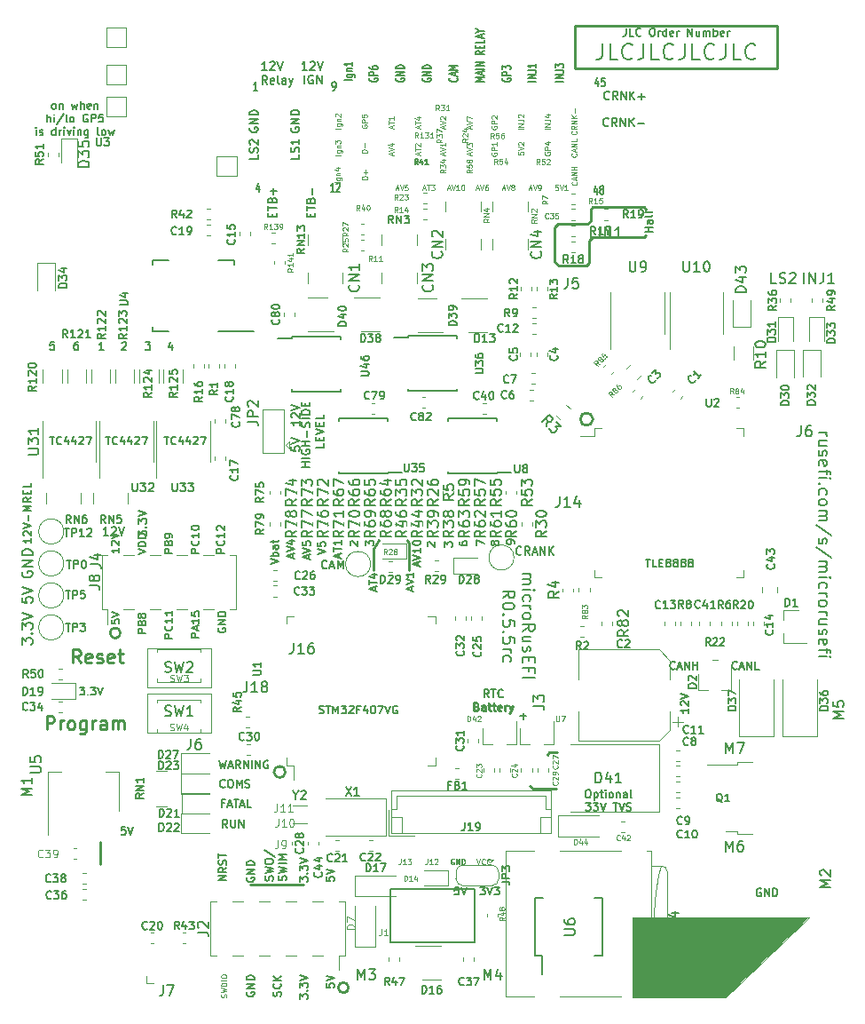
<source format=gbr>
%TF.GenerationSoftware,KiCad,Pcbnew,5.1.5+dfsg1-2build2*%
%TF.CreationDate,2021-11-11T21:07:25+01:00*%
%TF.ProjectId,micro_rusEFI,6d696372-6f5f-4727-9573-4546492e6b69,R0.5.4*%
%TF.SameCoordinates,Original*%
%TF.FileFunction,Legend,Top*%
%TF.FilePolarity,Positive*%
%FSLAX46Y46*%
G04 Gerber Fmt 4.6, Leading zero omitted, Abs format (unit mm)*
G04 Created by KiCad (PCBNEW 5.1.5+dfsg1-2build2) date 2021-11-11 21:07:25*
%MOMM*%
%LPD*%
G04 APERTURE LIST*
%ADD10C,0.130000*%
%ADD11C,0.125000*%
%ADD12C,0.250000*%
%ADD13C,0.150000*%
%ADD14C,0.200000*%
%ADD15C,0.100000*%
%ADD16C,0.152400*%
%ADD17C,0.127000*%
%ADD18C,0.203200*%
%ADD19C,0.254000*%
%ADD20C,0.120000*%
%ADD21C,0.114300*%
%ADD22C,0.088900*%
%ADD23C,0.101600*%
G04 APERTURE END LIST*
D10*
X73834666Y-46950380D02*
X73834666Y-47664666D01*
X73787047Y-47807523D01*
X73691809Y-47902761D01*
X73548952Y-47950380D01*
X73453714Y-47950380D01*
X74787047Y-46950380D02*
X74310857Y-46950380D01*
X74263238Y-47426571D01*
X74310857Y-47378952D01*
X74406095Y-47331333D01*
X74644190Y-47331333D01*
X74739428Y-47378952D01*
X74787047Y-47426571D01*
X74834666Y-47521809D01*
X74834666Y-47759904D01*
X74787047Y-47855142D01*
X74739428Y-47902761D01*
X74644190Y-47950380D01*
X74406095Y-47950380D01*
X74310857Y-47902761D01*
X74263238Y-47855142D01*
D11*
X62992047Y-102366000D02*
X62944428Y-102342190D01*
X62873000Y-102342190D01*
X62801571Y-102366000D01*
X62753952Y-102413619D01*
X62730142Y-102461238D01*
X62706333Y-102556476D01*
X62706333Y-102627904D01*
X62730142Y-102723142D01*
X62753952Y-102770761D01*
X62801571Y-102818380D01*
X62873000Y-102842190D01*
X62920619Y-102842190D01*
X62992047Y-102818380D01*
X63015857Y-102794571D01*
X63015857Y-102627904D01*
X62920619Y-102627904D01*
X63230142Y-102842190D02*
X63230142Y-102342190D01*
X63515857Y-102842190D01*
X63515857Y-102342190D01*
X63753952Y-102842190D02*
X63753952Y-102342190D01*
X63873000Y-102342190D01*
X63944428Y-102366000D01*
X63992047Y-102413619D01*
X64015857Y-102461238D01*
X64039666Y-102556476D01*
X64039666Y-102627904D01*
X64015857Y-102723142D01*
X63992047Y-102770761D01*
X63944428Y-102818380D01*
X63873000Y-102842190D01*
X63753952Y-102842190D01*
D12*
X72080120Y-92202000D02*
X71882000Y-92400120D01*
X72801480Y-92202000D02*
X72080120Y-92202000D01*
X70525640Y-95595440D02*
X70205600Y-95356680D01*
X72740520Y-95595440D02*
X70525640Y-95595440D01*
D13*
X63401000Y-104999285D02*
X63043857Y-104999285D01*
X63008142Y-105356428D01*
X63043857Y-105320714D01*
X63115285Y-105285000D01*
X63293857Y-105285000D01*
X63365285Y-105320714D01*
X63401000Y-105356428D01*
X63436714Y-105427857D01*
X63436714Y-105606428D01*
X63401000Y-105677857D01*
X63365285Y-105713571D01*
X63293857Y-105749285D01*
X63115285Y-105749285D01*
X63043857Y-105713571D01*
X63008142Y-105677857D01*
X63651000Y-104999285D02*
X63901000Y-105749285D01*
X64151000Y-104999285D01*
X65472428Y-104999285D02*
X65936714Y-104999285D01*
X65686714Y-105285000D01*
X65793857Y-105285000D01*
X65865285Y-105320714D01*
X65901000Y-105356428D01*
X65936714Y-105427857D01*
X65936714Y-105606428D01*
X65901000Y-105677857D01*
X65865285Y-105713571D01*
X65793857Y-105749285D01*
X65579571Y-105749285D01*
X65508142Y-105713571D01*
X65472428Y-105677857D01*
X66151000Y-104999285D02*
X66401000Y-105749285D01*
X66651000Y-104999285D01*
X66829571Y-104999285D02*
X67293857Y-104999285D01*
X67043857Y-105285000D01*
X67151000Y-105285000D01*
X67222428Y-105320714D01*
X67258142Y-105356428D01*
X67293857Y-105427857D01*
X67293857Y-105606428D01*
X67258142Y-105677857D01*
X67222428Y-105713571D01*
X67151000Y-105749285D01*
X66936714Y-105749285D01*
X66865285Y-105713571D01*
X66829571Y-105677857D01*
D14*
X97780928Y-61721999D02*
X98542928Y-61721999D01*
X98325214Y-61721999D02*
X98434071Y-61776428D01*
X98488500Y-61830857D01*
X98542928Y-61939714D01*
X98542928Y-62048571D01*
X98542928Y-62919428D02*
X97780928Y-62919428D01*
X98542928Y-62429571D02*
X97944214Y-62429571D01*
X97835357Y-62483999D01*
X97780928Y-62592857D01*
X97780928Y-62756142D01*
X97835357Y-62864999D01*
X97889785Y-62919428D01*
X97835357Y-63409285D02*
X97780928Y-63518142D01*
X97780928Y-63735857D01*
X97835357Y-63844714D01*
X97944214Y-63899142D01*
X97998642Y-63899142D01*
X98107500Y-63844714D01*
X98161928Y-63735857D01*
X98161928Y-63572571D01*
X98216357Y-63463714D01*
X98325214Y-63409285D01*
X98379642Y-63409285D01*
X98488500Y-63463714D01*
X98542928Y-63572571D01*
X98542928Y-63735857D01*
X98488500Y-63844714D01*
X97835357Y-64824428D02*
X97780928Y-64715571D01*
X97780928Y-64497857D01*
X97835357Y-64388999D01*
X97944214Y-64334571D01*
X98379642Y-64334571D01*
X98488500Y-64388999D01*
X98542928Y-64497857D01*
X98542928Y-64715571D01*
X98488500Y-64824428D01*
X98379642Y-64878857D01*
X98270785Y-64878857D01*
X98161928Y-64334571D01*
X98542928Y-65205428D02*
X98542928Y-65640857D01*
X97780928Y-65368714D02*
X98760642Y-65368714D01*
X98869500Y-65423142D01*
X98923928Y-65531999D01*
X98923928Y-65640857D01*
X97780928Y-66021857D02*
X98542928Y-66021857D01*
X98923928Y-66021857D02*
X98869500Y-65967428D01*
X98815071Y-66021857D01*
X98869500Y-66076285D01*
X98923928Y-66021857D01*
X98815071Y-66021857D01*
X97889785Y-66566142D02*
X97835357Y-66620571D01*
X97780928Y-66566142D01*
X97835357Y-66511714D01*
X97889785Y-66566142D01*
X97780928Y-66566142D01*
X97835357Y-67600285D02*
X97780928Y-67491428D01*
X97780928Y-67273714D01*
X97835357Y-67164857D01*
X97889785Y-67110428D01*
X97998642Y-67055999D01*
X98325214Y-67055999D01*
X98434071Y-67110428D01*
X98488500Y-67164857D01*
X98542928Y-67273714D01*
X98542928Y-67491428D01*
X98488500Y-67600285D01*
X97780928Y-68253428D02*
X97835357Y-68144571D01*
X97889785Y-68090142D01*
X97998642Y-68035714D01*
X98325214Y-68035714D01*
X98434071Y-68090142D01*
X98488500Y-68144571D01*
X98542928Y-68253428D01*
X98542928Y-68416714D01*
X98488500Y-68525571D01*
X98434071Y-68579999D01*
X98325214Y-68634428D01*
X97998642Y-68634428D01*
X97889785Y-68579999D01*
X97835357Y-68525571D01*
X97780928Y-68416714D01*
X97780928Y-68253428D01*
X97780928Y-69124285D02*
X98542928Y-69124285D01*
X98434071Y-69124285D02*
X98488500Y-69178714D01*
X98542928Y-69287571D01*
X98542928Y-69450857D01*
X98488500Y-69559714D01*
X98379642Y-69614142D01*
X97780928Y-69614142D01*
X98379642Y-69614142D02*
X98488500Y-69668571D01*
X98542928Y-69777428D01*
X98542928Y-69940714D01*
X98488500Y-70049571D01*
X98379642Y-70104000D01*
X97780928Y-70104000D01*
X98978357Y-71464714D02*
X97508785Y-70485000D01*
X97835357Y-71791285D02*
X97780928Y-71900142D01*
X97780928Y-72117857D01*
X97835357Y-72226714D01*
X97944214Y-72281142D01*
X97998642Y-72281142D01*
X98107500Y-72226714D01*
X98161928Y-72117857D01*
X98161928Y-71954571D01*
X98216357Y-71845714D01*
X98325214Y-71791285D01*
X98379642Y-71791285D01*
X98488500Y-71845714D01*
X98542928Y-71954571D01*
X98542928Y-72117857D01*
X98488500Y-72226714D01*
X98978357Y-73587428D02*
X97508785Y-72607714D01*
X97780928Y-73968428D02*
X98542928Y-73968428D01*
X98434071Y-73968428D02*
X98488500Y-74022857D01*
X98542928Y-74131714D01*
X98542928Y-74294999D01*
X98488500Y-74403857D01*
X98379642Y-74458285D01*
X97780928Y-74458285D01*
X98379642Y-74458285D02*
X98488500Y-74512714D01*
X98542928Y-74621571D01*
X98542928Y-74784857D01*
X98488500Y-74893714D01*
X98379642Y-74948142D01*
X97780928Y-74948142D01*
X97780928Y-75492428D02*
X98542928Y-75492428D01*
X98923928Y-75492428D02*
X98869500Y-75437999D01*
X98815071Y-75492428D01*
X98869500Y-75546857D01*
X98923928Y-75492428D01*
X98815071Y-75492428D01*
X97835357Y-76526571D02*
X97780928Y-76417714D01*
X97780928Y-76199999D01*
X97835357Y-76091142D01*
X97889785Y-76036714D01*
X97998642Y-75982285D01*
X98325214Y-75982285D01*
X98434071Y-76036714D01*
X98488500Y-76091142D01*
X98542928Y-76199999D01*
X98542928Y-76417714D01*
X98488500Y-76526571D01*
X97780928Y-77016428D02*
X98542928Y-77016428D01*
X98325214Y-77016428D02*
X98434071Y-77070857D01*
X98488500Y-77125285D01*
X98542928Y-77234142D01*
X98542928Y-77342999D01*
X97780928Y-77887285D02*
X97835357Y-77778428D01*
X97889785Y-77723999D01*
X97998642Y-77669571D01*
X98325214Y-77669571D01*
X98434071Y-77723999D01*
X98488500Y-77778428D01*
X98542928Y-77887285D01*
X98542928Y-78050571D01*
X98488500Y-78159428D01*
X98434071Y-78213857D01*
X98325214Y-78268285D01*
X97998642Y-78268285D01*
X97889785Y-78213857D01*
X97835357Y-78159428D01*
X97780928Y-78050571D01*
X97780928Y-77887285D01*
X97780928Y-78758142D02*
X98542928Y-78758142D01*
X98325214Y-78758142D02*
X98434071Y-78812571D01*
X98488500Y-78867000D01*
X98542928Y-78975857D01*
X98542928Y-79084714D01*
X98542928Y-79955571D02*
X97780928Y-79955571D01*
X98542928Y-79465714D02*
X97944214Y-79465714D01*
X97835357Y-79520142D01*
X97780928Y-79629000D01*
X97780928Y-79792285D01*
X97835357Y-79901142D01*
X97889785Y-79955571D01*
X97835357Y-80445428D02*
X97780928Y-80554285D01*
X97780928Y-80772000D01*
X97835357Y-80880857D01*
X97944214Y-80935285D01*
X97998642Y-80935285D01*
X98107500Y-80880857D01*
X98161928Y-80772000D01*
X98161928Y-80608714D01*
X98216357Y-80499857D01*
X98325214Y-80445428D01*
X98379642Y-80445428D01*
X98488500Y-80499857D01*
X98542928Y-80608714D01*
X98542928Y-80772000D01*
X98488500Y-80880857D01*
X97835357Y-81860571D02*
X97780928Y-81751714D01*
X97780928Y-81534000D01*
X97835357Y-81425142D01*
X97944214Y-81370714D01*
X98379642Y-81370714D01*
X98488500Y-81425142D01*
X98542928Y-81534000D01*
X98542928Y-81751714D01*
X98488500Y-81860571D01*
X98379642Y-81915000D01*
X98270785Y-81915000D01*
X98161928Y-81370714D01*
X98542928Y-82241571D02*
X98542928Y-82677000D01*
X97780928Y-82404857D02*
X98760642Y-82404857D01*
X98869500Y-82459285D01*
X98923928Y-82568142D01*
X98923928Y-82677000D01*
X97780928Y-83058000D02*
X98542928Y-83058000D01*
X98923928Y-83058000D02*
X98869500Y-83003571D01*
X98815071Y-83058000D01*
X98869500Y-83112428D01*
X98923928Y-83058000D01*
X98815071Y-83058000D01*
X69528178Y-75184000D02*
X70290178Y-75184000D01*
X70181321Y-75184000D02*
X70235750Y-75238428D01*
X70290178Y-75347285D01*
X70290178Y-75510571D01*
X70235750Y-75619428D01*
X70126892Y-75673857D01*
X69528178Y-75673857D01*
X70126892Y-75673857D02*
X70235750Y-75728285D01*
X70290178Y-75837142D01*
X70290178Y-76000428D01*
X70235750Y-76109285D01*
X70126892Y-76163714D01*
X69528178Y-76163714D01*
X69528178Y-76708000D02*
X70290178Y-76708000D01*
X70671178Y-76708000D02*
X70616750Y-76653571D01*
X70562321Y-76708000D01*
X70616750Y-76762428D01*
X70671178Y-76708000D01*
X70562321Y-76708000D01*
X69582607Y-77742142D02*
X69528178Y-77633285D01*
X69528178Y-77415571D01*
X69582607Y-77306714D01*
X69637035Y-77252285D01*
X69745892Y-77197857D01*
X70072464Y-77197857D01*
X70181321Y-77252285D01*
X70235750Y-77306714D01*
X70290178Y-77415571D01*
X70290178Y-77633285D01*
X70235750Y-77742142D01*
X69528178Y-78232000D02*
X70290178Y-78232000D01*
X70072464Y-78232000D02*
X70181321Y-78286428D01*
X70235750Y-78340857D01*
X70290178Y-78449714D01*
X70290178Y-78558571D01*
X69528178Y-79102857D02*
X69582607Y-78994000D01*
X69637035Y-78939571D01*
X69745892Y-78885142D01*
X70072464Y-78885142D01*
X70181321Y-78939571D01*
X70235750Y-78994000D01*
X70290178Y-79102857D01*
X70290178Y-79266142D01*
X70235750Y-79375000D01*
X70181321Y-79429428D01*
X70072464Y-79483857D01*
X69745892Y-79483857D01*
X69637035Y-79429428D01*
X69582607Y-79375000D01*
X69528178Y-79266142D01*
X69528178Y-79102857D01*
X69528178Y-80626857D02*
X70072464Y-80245857D01*
X69528178Y-79973714D02*
X70671178Y-79973714D01*
X70671178Y-80409142D01*
X70616750Y-80518000D01*
X70562321Y-80572428D01*
X70453464Y-80626857D01*
X70290178Y-80626857D01*
X70181321Y-80572428D01*
X70126892Y-80518000D01*
X70072464Y-80409142D01*
X70072464Y-79973714D01*
X70290178Y-81606571D02*
X69528178Y-81606571D01*
X70290178Y-81116714D02*
X69691464Y-81116714D01*
X69582607Y-81171142D01*
X69528178Y-81280000D01*
X69528178Y-81443285D01*
X69582607Y-81552142D01*
X69637035Y-81606571D01*
X69582607Y-82096428D02*
X69528178Y-82205285D01*
X69528178Y-82423000D01*
X69582607Y-82531857D01*
X69691464Y-82586285D01*
X69745892Y-82586285D01*
X69854750Y-82531857D01*
X69909178Y-82423000D01*
X69909178Y-82259714D01*
X69963607Y-82150857D01*
X70072464Y-82096428D01*
X70126892Y-82096428D01*
X70235750Y-82150857D01*
X70290178Y-82259714D01*
X70290178Y-82423000D01*
X70235750Y-82531857D01*
X70126892Y-83076142D02*
X70126892Y-83457142D01*
X69528178Y-83620428D02*
X69528178Y-83076142D01*
X70671178Y-83076142D01*
X70671178Y-83620428D01*
X70126892Y-84491285D02*
X70126892Y-84110285D01*
X69528178Y-84110285D02*
X70671178Y-84110285D01*
X70671178Y-84654571D01*
X69528178Y-85090000D02*
X70671178Y-85090000D01*
X67613678Y-77470000D02*
X68157964Y-77089000D01*
X67613678Y-76816857D02*
X68756678Y-76816857D01*
X68756678Y-77252285D01*
X68702250Y-77361142D01*
X68647821Y-77415571D01*
X68538964Y-77470000D01*
X68375678Y-77470000D01*
X68266821Y-77415571D01*
X68212392Y-77361142D01*
X68157964Y-77252285D01*
X68157964Y-76816857D01*
X68756678Y-78177571D02*
X68756678Y-78286428D01*
X68702250Y-78395285D01*
X68647821Y-78449714D01*
X68538964Y-78504142D01*
X68321250Y-78558571D01*
X68049107Y-78558571D01*
X67831392Y-78504142D01*
X67722535Y-78449714D01*
X67668107Y-78395285D01*
X67613678Y-78286428D01*
X67613678Y-78177571D01*
X67668107Y-78068714D01*
X67722535Y-78014285D01*
X67831392Y-77959857D01*
X68049107Y-77905428D01*
X68321250Y-77905428D01*
X68538964Y-77959857D01*
X68647821Y-78014285D01*
X68702250Y-78068714D01*
X68756678Y-78177571D01*
X67722535Y-79048428D02*
X67668107Y-79102857D01*
X67613678Y-79048428D01*
X67668107Y-78994000D01*
X67722535Y-79048428D01*
X67613678Y-79048428D01*
X68756678Y-80137000D02*
X68756678Y-79592714D01*
X68212392Y-79538285D01*
X68266821Y-79592714D01*
X68321250Y-79701571D01*
X68321250Y-79973714D01*
X68266821Y-80082571D01*
X68212392Y-80137000D01*
X68103535Y-80191428D01*
X67831392Y-80191428D01*
X67722535Y-80137000D01*
X67668107Y-80082571D01*
X67613678Y-79973714D01*
X67613678Y-79701571D01*
X67668107Y-79592714D01*
X67722535Y-79538285D01*
X67722535Y-80681285D02*
X67668107Y-80735714D01*
X67613678Y-80681285D01*
X67668107Y-80626857D01*
X67722535Y-80681285D01*
X67613678Y-80681285D01*
X68756678Y-81769857D02*
X68756678Y-81225571D01*
X68212392Y-81171142D01*
X68266821Y-81225571D01*
X68321250Y-81334428D01*
X68321250Y-81606571D01*
X68266821Y-81715428D01*
X68212392Y-81769857D01*
X68103535Y-81824285D01*
X67831392Y-81824285D01*
X67722535Y-81769857D01*
X67668107Y-81715428D01*
X67613678Y-81606571D01*
X67613678Y-81334428D01*
X67668107Y-81225571D01*
X67722535Y-81171142D01*
X67613678Y-82314142D02*
X68375678Y-82314142D01*
X68157964Y-82314142D02*
X68266821Y-82368571D01*
X68321250Y-82423000D01*
X68375678Y-82531857D01*
X68375678Y-82640714D01*
X67668107Y-83511571D02*
X67613678Y-83402714D01*
X67613678Y-83185000D01*
X67668107Y-83076142D01*
X67722535Y-83021714D01*
X67831392Y-82967285D01*
X68157964Y-82967285D01*
X68266821Y-83021714D01*
X68321250Y-83076142D01*
X68375678Y-83185000D01*
X68375678Y-83402714D01*
X68321250Y-83511571D01*
D12*
X58700000Y-72300000D02*
X58500000Y-71900000D01*
X58700000Y-74800000D02*
X58700000Y-72300000D01*
X55300000Y-72800000D02*
X55800000Y-71900000D01*
X55300000Y-74800000D02*
X55300000Y-72800000D01*
X76000000Y-40400000D02*
X76200000Y-40200000D01*
X81100000Y-43100000D02*
X81300000Y-42900000D01*
X76200000Y-43100000D02*
X81100000Y-43100000D01*
X75900000Y-43400000D02*
X76200000Y-43100000D01*
X75900000Y-45500000D02*
X75900000Y-43400000D01*
X75600000Y-45800000D02*
X75900000Y-45500000D01*
X73000000Y-45800000D02*
X75600000Y-45800000D01*
X72600000Y-45400000D02*
X73000000Y-45800000D01*
X72600000Y-42100000D02*
X72600000Y-45400000D01*
X72900000Y-41800000D02*
X72600000Y-42100000D01*
X75700000Y-41800000D02*
X72900000Y-41800000D01*
X76000000Y-41500000D02*
X75700000Y-41800000D01*
X76000000Y-40400000D02*
X76000000Y-41500000D01*
X81100000Y-40200000D02*
X76200000Y-40200000D01*
X81300000Y-40400000D02*
X81100000Y-40200000D01*
D15*
G36*
X88900000Y-115570000D02*
G01*
X80010000Y-115570000D01*
X80010000Y-107950000D01*
X96901000Y-107950000D01*
X88900000Y-115570000D01*
G37*
X88900000Y-115570000D02*
X80010000Y-115570000D01*
X80010000Y-107950000D01*
X96901000Y-107950000D01*
X88900000Y-115570000D01*
D10*
X24725571Y-30834285D02*
X24654142Y-30798571D01*
X24618428Y-30762857D01*
X24582714Y-30691428D01*
X24582714Y-30477142D01*
X24618428Y-30405714D01*
X24654142Y-30370000D01*
X24725571Y-30334285D01*
X24832714Y-30334285D01*
X24904142Y-30370000D01*
X24939857Y-30405714D01*
X24975571Y-30477142D01*
X24975571Y-30691428D01*
X24939857Y-30762857D01*
X24904142Y-30798571D01*
X24832714Y-30834285D01*
X24725571Y-30834285D01*
X25297000Y-30334285D02*
X25297000Y-30834285D01*
X25297000Y-30405714D02*
X25332714Y-30370000D01*
X25404142Y-30334285D01*
X25511285Y-30334285D01*
X25582714Y-30370000D01*
X25618428Y-30441428D01*
X25618428Y-30834285D01*
X26475571Y-30334285D02*
X26618428Y-30834285D01*
X26761285Y-30477142D01*
X26904142Y-30834285D01*
X27047000Y-30334285D01*
X27332714Y-30834285D02*
X27332714Y-30084285D01*
X27654142Y-30834285D02*
X27654142Y-30441428D01*
X27618428Y-30370000D01*
X27547000Y-30334285D01*
X27439857Y-30334285D01*
X27368428Y-30370000D01*
X27332714Y-30405714D01*
X28297000Y-30798571D02*
X28225571Y-30834285D01*
X28082714Y-30834285D01*
X28011285Y-30798571D01*
X27975571Y-30727142D01*
X27975571Y-30441428D01*
X28011285Y-30370000D01*
X28082714Y-30334285D01*
X28225571Y-30334285D01*
X28297000Y-30370000D01*
X28332714Y-30441428D01*
X28332714Y-30512857D01*
X27975571Y-30584285D01*
X28654142Y-30334285D02*
X28654142Y-30834285D01*
X28654142Y-30405714D02*
X28689857Y-30370000D01*
X28761285Y-30334285D01*
X28868428Y-30334285D01*
X28939857Y-30370000D01*
X28975571Y-30441428D01*
X28975571Y-30834285D01*
X24136285Y-32089285D02*
X24136285Y-31339285D01*
X24457714Y-32089285D02*
X24457714Y-31696428D01*
X24422000Y-31625000D01*
X24350571Y-31589285D01*
X24243428Y-31589285D01*
X24172000Y-31625000D01*
X24136285Y-31660714D01*
X24814857Y-32089285D02*
X24814857Y-31589285D01*
X24814857Y-31339285D02*
X24779142Y-31375000D01*
X24814857Y-31410714D01*
X24850571Y-31375000D01*
X24814857Y-31339285D01*
X24814857Y-31410714D01*
X25707714Y-31303571D02*
X25064857Y-32267857D01*
X26064857Y-32089285D02*
X25993428Y-32053571D01*
X25957714Y-31982142D01*
X25957714Y-31339285D01*
X26457714Y-32089285D02*
X26386285Y-32053571D01*
X26350571Y-32017857D01*
X26314857Y-31946428D01*
X26314857Y-31732142D01*
X26350571Y-31660714D01*
X26386285Y-31625000D01*
X26457714Y-31589285D01*
X26564857Y-31589285D01*
X26636285Y-31625000D01*
X26672000Y-31660714D01*
X26707714Y-31732142D01*
X26707714Y-31946428D01*
X26672000Y-32017857D01*
X26636285Y-32053571D01*
X26564857Y-32089285D01*
X26457714Y-32089285D01*
X27993428Y-31375000D02*
X27922000Y-31339285D01*
X27814857Y-31339285D01*
X27707714Y-31375000D01*
X27636285Y-31446428D01*
X27600571Y-31517857D01*
X27564857Y-31660714D01*
X27564857Y-31767857D01*
X27600571Y-31910714D01*
X27636285Y-31982142D01*
X27707714Y-32053571D01*
X27814857Y-32089285D01*
X27886285Y-32089285D01*
X27993428Y-32053571D01*
X28029142Y-32017857D01*
X28029142Y-31767857D01*
X27886285Y-31767857D01*
X28350571Y-32089285D02*
X28350571Y-31339285D01*
X28636285Y-31339285D01*
X28707714Y-31375000D01*
X28743428Y-31410714D01*
X28779142Y-31482142D01*
X28779142Y-31589285D01*
X28743428Y-31660714D01*
X28707714Y-31696428D01*
X28636285Y-31732142D01*
X28350571Y-31732142D01*
X29457714Y-31339285D02*
X29100571Y-31339285D01*
X29064857Y-31696428D01*
X29100571Y-31660714D01*
X29172000Y-31625000D01*
X29350571Y-31625000D01*
X29422000Y-31660714D01*
X29457714Y-31696428D01*
X29493428Y-31767857D01*
X29493428Y-31946428D01*
X29457714Y-32017857D01*
X29422000Y-32053571D01*
X29350571Y-32089285D01*
X29172000Y-32089285D01*
X29100571Y-32053571D01*
X29064857Y-32017857D01*
X23100571Y-33344285D02*
X23100571Y-32844285D01*
X23100571Y-32594285D02*
X23064857Y-32630000D01*
X23100571Y-32665714D01*
X23136285Y-32630000D01*
X23100571Y-32594285D01*
X23100571Y-32665714D01*
X23422000Y-33308571D02*
X23493428Y-33344285D01*
X23636285Y-33344285D01*
X23707714Y-33308571D01*
X23743428Y-33237142D01*
X23743428Y-33201428D01*
X23707714Y-33130000D01*
X23636285Y-33094285D01*
X23529142Y-33094285D01*
X23457714Y-33058571D01*
X23422000Y-32987142D01*
X23422000Y-32951428D01*
X23457714Y-32880000D01*
X23529142Y-32844285D01*
X23636285Y-32844285D01*
X23707714Y-32880000D01*
X24957714Y-33344285D02*
X24957714Y-32594285D01*
X24957714Y-33308571D02*
X24886285Y-33344285D01*
X24743428Y-33344285D01*
X24672000Y-33308571D01*
X24636285Y-33272857D01*
X24600571Y-33201428D01*
X24600571Y-32987142D01*
X24636285Y-32915714D01*
X24672000Y-32880000D01*
X24743428Y-32844285D01*
X24886285Y-32844285D01*
X24957714Y-32880000D01*
X25314857Y-33344285D02*
X25314857Y-32844285D01*
X25314857Y-32987142D02*
X25350571Y-32915714D01*
X25386285Y-32880000D01*
X25457714Y-32844285D01*
X25529142Y-32844285D01*
X25779142Y-33344285D02*
X25779142Y-32844285D01*
X25779142Y-32594285D02*
X25743428Y-32630000D01*
X25779142Y-32665714D01*
X25814857Y-32630000D01*
X25779142Y-32594285D01*
X25779142Y-32665714D01*
X26064857Y-32844285D02*
X26243428Y-33344285D01*
X26422000Y-32844285D01*
X26707714Y-33344285D02*
X26707714Y-32844285D01*
X26707714Y-32594285D02*
X26672000Y-32630000D01*
X26707714Y-32665714D01*
X26743428Y-32630000D01*
X26707714Y-32594285D01*
X26707714Y-32665714D01*
X27064857Y-32844285D02*
X27064857Y-33344285D01*
X27064857Y-32915714D02*
X27100571Y-32880000D01*
X27172000Y-32844285D01*
X27279142Y-32844285D01*
X27350571Y-32880000D01*
X27386285Y-32951428D01*
X27386285Y-33344285D01*
X28064857Y-32844285D02*
X28064857Y-33451428D01*
X28029142Y-33522857D01*
X27993428Y-33558571D01*
X27922000Y-33594285D01*
X27814857Y-33594285D01*
X27743428Y-33558571D01*
X28064857Y-33308571D02*
X27993428Y-33344285D01*
X27850571Y-33344285D01*
X27779142Y-33308571D01*
X27743428Y-33272857D01*
X27707714Y-33201428D01*
X27707714Y-32987142D01*
X27743428Y-32915714D01*
X27779142Y-32880000D01*
X27850571Y-32844285D01*
X27993428Y-32844285D01*
X28064857Y-32880000D01*
X29100571Y-33344285D02*
X29029142Y-33308571D01*
X28993428Y-33237142D01*
X28993428Y-32594285D01*
X29493428Y-33344285D02*
X29422000Y-33308571D01*
X29386285Y-33272857D01*
X29350571Y-33201428D01*
X29350571Y-32987142D01*
X29386285Y-32915714D01*
X29422000Y-32880000D01*
X29493428Y-32844285D01*
X29600571Y-32844285D01*
X29672000Y-32880000D01*
X29707714Y-32915714D01*
X29743428Y-32987142D01*
X29743428Y-33201428D01*
X29707714Y-33272857D01*
X29672000Y-33308571D01*
X29600571Y-33344285D01*
X29493428Y-33344285D01*
X29993428Y-32844285D02*
X30136285Y-33344285D01*
X30279142Y-32987142D01*
X30422000Y-33344285D01*
X30564857Y-32844285D01*
D16*
X21732119Y-81890809D02*
X21732119Y-81261857D01*
X22119166Y-81600523D01*
X22119166Y-81455380D01*
X22167547Y-81358619D01*
X22215928Y-81310238D01*
X22312690Y-81261857D01*
X22554595Y-81261857D01*
X22651357Y-81310238D01*
X22699738Y-81358619D01*
X22748119Y-81455380D01*
X22748119Y-81745666D01*
X22699738Y-81842428D01*
X22651357Y-81890809D01*
X22651357Y-80826428D02*
X22699738Y-80778047D01*
X22748119Y-80826428D01*
X22699738Y-80874809D01*
X22651357Y-80826428D01*
X22748119Y-80826428D01*
X21732119Y-80439380D02*
X21732119Y-79810428D01*
X22119166Y-80149095D01*
X22119166Y-80003952D01*
X22167547Y-79907190D01*
X22215928Y-79858809D01*
X22312690Y-79810428D01*
X22554595Y-79810428D01*
X22651357Y-79858809D01*
X22699738Y-79907190D01*
X22748119Y-80003952D01*
X22748119Y-80294238D01*
X22699738Y-80391000D01*
X22651357Y-80439380D01*
X21732119Y-79520142D02*
X22748119Y-79181476D01*
X21732119Y-78842809D01*
X93746857Y-47459619D02*
X93263047Y-47459619D01*
X93263047Y-46443619D01*
X94037142Y-47411238D02*
X94182285Y-47459619D01*
X94424190Y-47459619D01*
X94520952Y-47411238D01*
X94569333Y-47362857D01*
X94617714Y-47266095D01*
X94617714Y-47169333D01*
X94569333Y-47072571D01*
X94520952Y-47024190D01*
X94424190Y-46975809D01*
X94230666Y-46927428D01*
X94133904Y-46879047D01*
X94085523Y-46830666D01*
X94037142Y-46733904D01*
X94037142Y-46637142D01*
X94085523Y-46540380D01*
X94133904Y-46492000D01*
X94230666Y-46443619D01*
X94472571Y-46443619D01*
X94617714Y-46492000D01*
X95004761Y-46540380D02*
X95053142Y-46492000D01*
X95149904Y-46443619D01*
X95391809Y-46443619D01*
X95488571Y-46492000D01*
X95536952Y-46540380D01*
X95585333Y-46637142D01*
X95585333Y-46733904D01*
X95536952Y-46879047D01*
X94956380Y-47459619D01*
X95585333Y-47459619D01*
X96396952Y-47459619D02*
X96396952Y-46443619D01*
X96880761Y-47459619D02*
X96880761Y-46443619D01*
X97461333Y-47459619D01*
X97461333Y-46443619D01*
X98235428Y-46443619D02*
X98235428Y-47169333D01*
X98187047Y-47314476D01*
X98090285Y-47411238D01*
X97945142Y-47459619D01*
X97848380Y-47459619D01*
X99251428Y-47459619D02*
X98670857Y-47459619D01*
X98961142Y-47459619D02*
X98961142Y-46443619D01*
X98864380Y-46588761D01*
X98767619Y-46685523D01*
X98670857Y-46733904D01*
D17*
X32828895Y-71557847D02*
X32828895Y-71054685D01*
X33138533Y-71325619D01*
X33138533Y-71209504D01*
X33177238Y-71132095D01*
X33215942Y-71093390D01*
X33293352Y-71054685D01*
X33486876Y-71054685D01*
X33564285Y-71093390D01*
X33602990Y-71132095D01*
X33641695Y-71209504D01*
X33641695Y-71441733D01*
X33602990Y-71519142D01*
X33564285Y-71557847D01*
X33564285Y-70706342D02*
X33602990Y-70667638D01*
X33641695Y-70706342D01*
X33602990Y-70745047D01*
X33564285Y-70706342D01*
X33641695Y-70706342D01*
X32828895Y-70396704D02*
X32828895Y-69893542D01*
X33138533Y-70164476D01*
X33138533Y-70048361D01*
X33177238Y-69970952D01*
X33215942Y-69932247D01*
X33293352Y-69893542D01*
X33486876Y-69893542D01*
X33564285Y-69932247D01*
X33602990Y-69970952D01*
X33641695Y-70048361D01*
X33641695Y-70280590D01*
X33602990Y-70358000D01*
X33564285Y-70396704D01*
X32828895Y-69661314D02*
X33641695Y-69390380D01*
X32828895Y-69119447D01*
X29976838Y-71487695D02*
X29512380Y-71487695D01*
X29744609Y-71487695D02*
X29744609Y-70674895D01*
X29667200Y-70791009D01*
X29589790Y-70868419D01*
X29512380Y-70907123D01*
X30286476Y-70752304D02*
X30325180Y-70713600D01*
X30402590Y-70674895D01*
X30596114Y-70674895D01*
X30673523Y-70713600D01*
X30712228Y-70752304D01*
X30750933Y-70829714D01*
X30750933Y-70907123D01*
X30712228Y-71023238D01*
X30247771Y-71487695D01*
X30750933Y-71487695D01*
X30983161Y-70674895D02*
X31254095Y-71487695D01*
X31525028Y-70674895D01*
X75706142Y-95737285D02*
X75849000Y-95737285D01*
X75920428Y-95773000D01*
X75991857Y-95844428D01*
X76027571Y-95987285D01*
X76027571Y-96237285D01*
X75991857Y-96380142D01*
X75920428Y-96451571D01*
X75849000Y-96487285D01*
X75706142Y-96487285D01*
X75634714Y-96451571D01*
X75563285Y-96380142D01*
X75527571Y-96237285D01*
X75527571Y-95987285D01*
X75563285Y-95844428D01*
X75634714Y-95773000D01*
X75706142Y-95737285D01*
X76349000Y-95987285D02*
X76349000Y-96737285D01*
X76349000Y-96023000D02*
X76420428Y-95987285D01*
X76563285Y-95987285D01*
X76634714Y-96023000D01*
X76670428Y-96058714D01*
X76706142Y-96130142D01*
X76706142Y-96344428D01*
X76670428Y-96415857D01*
X76634714Y-96451571D01*
X76563285Y-96487285D01*
X76420428Y-96487285D01*
X76349000Y-96451571D01*
X76920428Y-95987285D02*
X77206142Y-95987285D01*
X77027571Y-95737285D02*
X77027571Y-96380142D01*
X77063285Y-96451571D01*
X77134714Y-96487285D01*
X77206142Y-96487285D01*
X77456142Y-96487285D02*
X77456142Y-95987285D01*
X77456142Y-95737285D02*
X77420428Y-95773000D01*
X77456142Y-95808714D01*
X77491857Y-95773000D01*
X77456142Y-95737285D01*
X77456142Y-95808714D01*
X77920428Y-96487285D02*
X77849000Y-96451571D01*
X77813285Y-96415857D01*
X77777571Y-96344428D01*
X77777571Y-96130142D01*
X77813285Y-96058714D01*
X77849000Y-96023000D01*
X77920428Y-95987285D01*
X78027571Y-95987285D01*
X78099000Y-96023000D01*
X78134714Y-96058714D01*
X78170428Y-96130142D01*
X78170428Y-96344428D01*
X78134714Y-96415857D01*
X78099000Y-96451571D01*
X78027571Y-96487285D01*
X77920428Y-96487285D01*
X78491857Y-95987285D02*
X78491857Y-96487285D01*
X78491857Y-96058714D02*
X78527571Y-96023000D01*
X78599000Y-95987285D01*
X78706142Y-95987285D01*
X78777571Y-96023000D01*
X78813285Y-96094428D01*
X78813285Y-96487285D01*
X79491857Y-96487285D02*
X79491857Y-96094428D01*
X79456142Y-96023000D01*
X79384714Y-95987285D01*
X79241857Y-95987285D01*
X79170428Y-96023000D01*
X79491857Y-96451571D02*
X79420428Y-96487285D01*
X79241857Y-96487285D01*
X79170428Y-96451571D01*
X79134714Y-96380142D01*
X79134714Y-96308714D01*
X79170428Y-96237285D01*
X79241857Y-96201571D01*
X79420428Y-96201571D01*
X79491857Y-96165857D01*
X79956142Y-96487285D02*
X79884714Y-96451571D01*
X79849000Y-96380142D01*
X79849000Y-95737285D01*
X75545428Y-96989285D02*
X76009714Y-96989285D01*
X75759714Y-97275000D01*
X75866857Y-97275000D01*
X75938285Y-97310714D01*
X75974000Y-97346428D01*
X76009714Y-97417857D01*
X76009714Y-97596428D01*
X75974000Y-97667857D01*
X75938285Y-97703571D01*
X75866857Y-97739285D01*
X75652571Y-97739285D01*
X75581142Y-97703571D01*
X75545428Y-97667857D01*
X76259714Y-96989285D02*
X76724000Y-96989285D01*
X76474000Y-97275000D01*
X76581142Y-97275000D01*
X76652571Y-97310714D01*
X76688285Y-97346428D01*
X76724000Y-97417857D01*
X76724000Y-97596428D01*
X76688285Y-97667857D01*
X76652571Y-97703571D01*
X76581142Y-97739285D01*
X76366857Y-97739285D01*
X76295428Y-97703571D01*
X76259714Y-97667857D01*
X76938285Y-96989285D02*
X77188285Y-97739285D01*
X77438285Y-96989285D01*
X78152571Y-96989285D02*
X78581142Y-96989285D01*
X78366857Y-97739285D02*
X78366857Y-96989285D01*
X78724000Y-96989285D02*
X78974000Y-97739285D01*
X79224000Y-96989285D01*
X79438285Y-97703571D02*
X79545428Y-97739285D01*
X79724000Y-97739285D01*
X79795428Y-97703571D01*
X79831142Y-97667857D01*
X79866857Y-97596428D01*
X79866857Y-97525000D01*
X79831142Y-97453571D01*
X79795428Y-97417857D01*
X79724000Y-97382142D01*
X79581142Y-97346428D01*
X79509714Y-97310714D01*
X79474000Y-97275000D01*
X79438285Y-97203571D01*
X79438285Y-97132142D01*
X79474000Y-97060714D01*
X79509714Y-97025000D01*
X79581142Y-96989285D01*
X79759714Y-96989285D01*
X79866857Y-97025000D01*
D10*
X35320142Y-62073285D02*
X35748714Y-62073285D01*
X35534428Y-62823285D02*
X35534428Y-62073285D01*
X36427285Y-62751857D02*
X36391571Y-62787571D01*
X36284428Y-62823285D01*
X36213000Y-62823285D01*
X36105857Y-62787571D01*
X36034428Y-62716142D01*
X35998714Y-62644714D01*
X35963000Y-62501857D01*
X35963000Y-62394714D01*
X35998714Y-62251857D01*
X36034428Y-62180428D01*
X36105857Y-62109000D01*
X36213000Y-62073285D01*
X36284428Y-62073285D01*
X36391571Y-62109000D01*
X36427285Y-62144714D01*
X37070142Y-62323285D02*
X37070142Y-62823285D01*
X36891571Y-62037571D02*
X36713000Y-62573285D01*
X37177285Y-62573285D01*
X37784428Y-62323285D02*
X37784428Y-62823285D01*
X37605857Y-62037571D02*
X37427285Y-62573285D01*
X37891571Y-62573285D01*
X38141571Y-62144714D02*
X38177285Y-62109000D01*
X38248714Y-62073285D01*
X38427285Y-62073285D01*
X38498714Y-62109000D01*
X38534428Y-62144714D01*
X38570142Y-62216142D01*
X38570142Y-62287571D01*
X38534428Y-62394714D01*
X38105857Y-62823285D01*
X38570142Y-62823285D01*
X38820142Y-62073285D02*
X39320142Y-62073285D01*
X38998714Y-62823285D01*
X29732142Y-62073285D02*
X30160714Y-62073285D01*
X29946428Y-62823285D02*
X29946428Y-62073285D01*
X30839285Y-62751857D02*
X30803571Y-62787571D01*
X30696428Y-62823285D01*
X30624999Y-62823285D01*
X30517857Y-62787571D01*
X30446428Y-62716142D01*
X30410714Y-62644714D01*
X30374999Y-62501857D01*
X30374999Y-62394714D01*
X30410714Y-62251857D01*
X30446428Y-62180428D01*
X30517857Y-62109000D01*
X30624999Y-62073285D01*
X30696428Y-62073285D01*
X30803571Y-62109000D01*
X30839285Y-62144714D01*
X31482142Y-62323285D02*
X31482142Y-62823285D01*
X31303571Y-62037571D02*
X31124999Y-62573285D01*
X31589285Y-62573285D01*
X32196428Y-62323285D02*
X32196428Y-62823285D01*
X32017857Y-62037571D02*
X31839285Y-62573285D01*
X32303571Y-62573285D01*
X32553571Y-62144714D02*
X32589285Y-62109000D01*
X32660714Y-62073285D01*
X32839285Y-62073285D01*
X32910714Y-62109000D01*
X32946428Y-62144714D01*
X32982142Y-62216142D01*
X32982142Y-62287571D01*
X32946428Y-62394714D01*
X32517857Y-62823285D01*
X32982142Y-62823285D01*
X33232142Y-62073285D02*
X33732142Y-62073285D01*
X33410714Y-62823285D01*
X24398142Y-62073285D02*
X24826714Y-62073285D01*
X24612428Y-62823285D02*
X24612428Y-62073285D01*
X25505285Y-62751857D02*
X25469571Y-62787571D01*
X25362428Y-62823285D01*
X25290999Y-62823285D01*
X25183857Y-62787571D01*
X25112428Y-62716142D01*
X25076714Y-62644714D01*
X25040999Y-62501857D01*
X25040999Y-62394714D01*
X25076714Y-62251857D01*
X25112428Y-62180428D01*
X25183857Y-62109000D01*
X25290999Y-62073285D01*
X25362428Y-62073285D01*
X25469571Y-62109000D01*
X25505285Y-62144714D01*
X26148142Y-62323285D02*
X26148142Y-62823285D01*
X25969571Y-62037571D02*
X25790999Y-62573285D01*
X26255285Y-62573285D01*
X26862428Y-62323285D02*
X26862428Y-62823285D01*
X26683857Y-62037571D02*
X26505285Y-62573285D01*
X26969571Y-62573285D01*
X27219571Y-62144714D02*
X27255285Y-62109000D01*
X27326714Y-62073285D01*
X27505285Y-62073285D01*
X27576714Y-62109000D01*
X27612428Y-62144714D01*
X27648142Y-62216142D01*
X27648142Y-62287571D01*
X27612428Y-62394714D01*
X27183857Y-62823285D01*
X27648142Y-62823285D01*
X27898142Y-62073285D02*
X28398142Y-62073285D01*
X28076714Y-62823285D01*
X81280285Y-73757285D02*
X81708857Y-73757285D01*
X81494571Y-74507285D02*
X81494571Y-73757285D01*
X82316000Y-74507285D02*
X81958857Y-74507285D01*
X81958857Y-73757285D01*
X82566000Y-74114428D02*
X82816000Y-74114428D01*
X82923142Y-74507285D02*
X82566000Y-74507285D01*
X82566000Y-73757285D01*
X82923142Y-73757285D01*
X83351714Y-74078714D02*
X83280285Y-74043000D01*
X83244571Y-74007285D01*
X83208857Y-73935857D01*
X83208857Y-73900142D01*
X83244571Y-73828714D01*
X83280285Y-73793000D01*
X83351714Y-73757285D01*
X83494571Y-73757285D01*
X83566000Y-73793000D01*
X83601714Y-73828714D01*
X83637428Y-73900142D01*
X83637428Y-73935857D01*
X83601714Y-74007285D01*
X83566000Y-74043000D01*
X83494571Y-74078714D01*
X83351714Y-74078714D01*
X83280285Y-74114428D01*
X83244571Y-74150142D01*
X83208857Y-74221571D01*
X83208857Y-74364428D01*
X83244571Y-74435857D01*
X83280285Y-74471571D01*
X83351714Y-74507285D01*
X83494571Y-74507285D01*
X83566000Y-74471571D01*
X83601714Y-74435857D01*
X83637428Y-74364428D01*
X83637428Y-74221571D01*
X83601714Y-74150142D01*
X83566000Y-74114428D01*
X83494571Y-74078714D01*
X84066000Y-74078714D02*
X83994571Y-74043000D01*
X83958857Y-74007285D01*
X83923142Y-73935857D01*
X83923142Y-73900142D01*
X83958857Y-73828714D01*
X83994571Y-73793000D01*
X84066000Y-73757285D01*
X84208857Y-73757285D01*
X84280285Y-73793000D01*
X84316000Y-73828714D01*
X84351714Y-73900142D01*
X84351714Y-73935857D01*
X84316000Y-74007285D01*
X84280285Y-74043000D01*
X84208857Y-74078714D01*
X84066000Y-74078714D01*
X83994571Y-74114428D01*
X83958857Y-74150142D01*
X83923142Y-74221571D01*
X83923142Y-74364428D01*
X83958857Y-74435857D01*
X83994571Y-74471571D01*
X84066000Y-74507285D01*
X84208857Y-74507285D01*
X84280285Y-74471571D01*
X84316000Y-74435857D01*
X84351714Y-74364428D01*
X84351714Y-74221571D01*
X84316000Y-74150142D01*
X84280285Y-74114428D01*
X84208857Y-74078714D01*
X84780285Y-74078714D02*
X84708857Y-74043000D01*
X84673142Y-74007285D01*
X84637428Y-73935857D01*
X84637428Y-73900142D01*
X84673142Y-73828714D01*
X84708857Y-73793000D01*
X84780285Y-73757285D01*
X84923142Y-73757285D01*
X84994571Y-73793000D01*
X85030285Y-73828714D01*
X85066000Y-73900142D01*
X85066000Y-73935857D01*
X85030285Y-74007285D01*
X84994571Y-74043000D01*
X84923142Y-74078714D01*
X84780285Y-74078714D01*
X84708857Y-74114428D01*
X84673142Y-74150142D01*
X84637428Y-74221571D01*
X84637428Y-74364428D01*
X84673142Y-74435857D01*
X84708857Y-74471571D01*
X84780285Y-74507285D01*
X84923142Y-74507285D01*
X84994571Y-74471571D01*
X85030285Y-74435857D01*
X85066000Y-74364428D01*
X85066000Y-74221571D01*
X85030285Y-74150142D01*
X84994571Y-74114428D01*
X84923142Y-74078714D01*
X85494571Y-74078714D02*
X85423142Y-74043000D01*
X85387428Y-74007285D01*
X85351714Y-73935857D01*
X85351714Y-73900142D01*
X85387428Y-73828714D01*
X85423142Y-73793000D01*
X85494571Y-73757285D01*
X85637428Y-73757285D01*
X85708857Y-73793000D01*
X85744571Y-73828714D01*
X85780285Y-73900142D01*
X85780285Y-73935857D01*
X85744571Y-74007285D01*
X85708857Y-74043000D01*
X85637428Y-74078714D01*
X85494571Y-74078714D01*
X85423142Y-74114428D01*
X85387428Y-74150142D01*
X85351714Y-74221571D01*
X85351714Y-74364428D01*
X85387428Y-74435857D01*
X85423142Y-74471571D01*
X85494571Y-74507285D01*
X85637428Y-74507285D01*
X85708857Y-74471571D01*
X85744571Y-74435857D01*
X85780285Y-74364428D01*
X85780285Y-74221571D01*
X85744571Y-74150142D01*
X85708857Y-74114428D01*
X85637428Y-74078714D01*
X50115857Y-88441571D02*
X50223000Y-88477285D01*
X50401571Y-88477285D01*
X50473000Y-88441571D01*
X50508714Y-88405857D01*
X50544428Y-88334428D01*
X50544428Y-88263000D01*
X50508714Y-88191571D01*
X50473000Y-88155857D01*
X50401571Y-88120142D01*
X50258714Y-88084428D01*
X50187285Y-88048714D01*
X50151571Y-88013000D01*
X50115857Y-87941571D01*
X50115857Y-87870142D01*
X50151571Y-87798714D01*
X50187285Y-87763000D01*
X50258714Y-87727285D01*
X50437285Y-87727285D01*
X50544428Y-87763000D01*
X50758714Y-87727285D02*
X51187285Y-87727285D01*
X50973000Y-88477285D02*
X50973000Y-87727285D01*
X51437285Y-88477285D02*
X51437285Y-87727285D01*
X51687285Y-88263000D01*
X51937285Y-87727285D01*
X51937285Y-88477285D01*
X52223000Y-87727285D02*
X52687285Y-87727285D01*
X52437285Y-88013000D01*
X52544428Y-88013000D01*
X52615857Y-88048714D01*
X52651571Y-88084428D01*
X52687285Y-88155857D01*
X52687285Y-88334428D01*
X52651571Y-88405857D01*
X52615857Y-88441571D01*
X52544428Y-88477285D01*
X52330142Y-88477285D01*
X52258714Y-88441571D01*
X52223000Y-88405857D01*
X52973000Y-87798714D02*
X53008714Y-87763000D01*
X53080142Y-87727285D01*
X53258714Y-87727285D01*
X53330142Y-87763000D01*
X53365857Y-87798714D01*
X53401571Y-87870142D01*
X53401571Y-87941571D01*
X53365857Y-88048714D01*
X52937285Y-88477285D01*
X53401571Y-88477285D01*
X53973000Y-88084428D02*
X53723000Y-88084428D01*
X53723000Y-88477285D02*
X53723000Y-87727285D01*
X54080142Y-87727285D01*
X54687285Y-87977285D02*
X54687285Y-88477285D01*
X54508714Y-87691571D02*
X54330142Y-88227285D01*
X54794428Y-88227285D01*
X55223000Y-87727285D02*
X55294428Y-87727285D01*
X55365857Y-87763000D01*
X55401571Y-87798714D01*
X55437285Y-87870142D01*
X55473000Y-88013000D01*
X55473000Y-88191571D01*
X55437285Y-88334428D01*
X55401571Y-88405857D01*
X55365857Y-88441571D01*
X55294428Y-88477285D01*
X55223000Y-88477285D01*
X55151571Y-88441571D01*
X55115857Y-88405857D01*
X55080142Y-88334428D01*
X55044428Y-88191571D01*
X55044428Y-88013000D01*
X55080142Y-87870142D01*
X55115857Y-87798714D01*
X55151571Y-87763000D01*
X55223000Y-87727285D01*
X55723000Y-87727285D02*
X56223000Y-87727285D01*
X55901571Y-88477285D01*
X56401571Y-87727285D02*
X56651571Y-88477285D01*
X56901571Y-87727285D01*
X57544428Y-87763000D02*
X57473000Y-87727285D01*
X57365857Y-87727285D01*
X57258714Y-87763000D01*
X57187285Y-87834428D01*
X57151571Y-87905857D01*
X57115857Y-88048714D01*
X57115857Y-88155857D01*
X57151571Y-88298714D01*
X57187285Y-88370142D01*
X57258714Y-88441571D01*
X57365857Y-88477285D01*
X57437285Y-88477285D01*
X57544428Y-88441571D01*
X57580142Y-88405857D01*
X57580142Y-88155857D01*
X57437285Y-88155857D01*
X81939285Y-42546428D02*
X81189285Y-42546428D01*
X81546428Y-42546428D02*
X81546428Y-42117857D01*
X81939285Y-42117857D02*
X81189285Y-42117857D01*
X81939285Y-41439285D02*
X81546428Y-41439285D01*
X81475000Y-41475000D01*
X81439285Y-41546428D01*
X81439285Y-41689285D01*
X81475000Y-41760714D01*
X81903571Y-41439285D02*
X81939285Y-41510714D01*
X81939285Y-41689285D01*
X81903571Y-41760714D01*
X81832142Y-41796428D01*
X81760714Y-41796428D01*
X81689285Y-41760714D01*
X81653571Y-41689285D01*
X81653571Y-41510714D01*
X81617857Y-41439285D01*
X81939285Y-40975000D02*
X81903571Y-41046428D01*
X81832142Y-41082142D01*
X81189285Y-41082142D01*
X81939285Y-40582142D02*
X81903571Y-40653571D01*
X81832142Y-40689285D01*
X81189285Y-40689285D01*
D18*
X77150571Y-24613428D02*
X77150571Y-25702000D01*
X77078000Y-25919714D01*
X76932857Y-26064857D01*
X76715142Y-26137428D01*
X76570000Y-26137428D01*
X78602000Y-26137428D02*
X77876285Y-26137428D01*
X77876285Y-24613428D01*
X79980857Y-25992285D02*
X79908285Y-26064857D01*
X79690571Y-26137428D01*
X79545428Y-26137428D01*
X79327714Y-26064857D01*
X79182571Y-25919714D01*
X79110000Y-25774571D01*
X79037428Y-25484285D01*
X79037428Y-25266571D01*
X79110000Y-24976285D01*
X79182571Y-24831142D01*
X79327714Y-24686000D01*
X79545428Y-24613428D01*
X79690571Y-24613428D01*
X79908285Y-24686000D01*
X79980857Y-24758571D01*
X81069428Y-24613428D02*
X81069428Y-25702000D01*
X80996857Y-25919714D01*
X80851714Y-26064857D01*
X80634000Y-26137428D01*
X80488857Y-26137428D01*
X82520857Y-26137428D02*
X81795142Y-26137428D01*
X81795142Y-24613428D01*
X83899714Y-25992285D02*
X83827142Y-26064857D01*
X83609428Y-26137428D01*
X83464285Y-26137428D01*
X83246571Y-26064857D01*
X83101428Y-25919714D01*
X83028857Y-25774571D01*
X82956285Y-25484285D01*
X82956285Y-25266571D01*
X83028857Y-24976285D01*
X83101428Y-24831142D01*
X83246571Y-24686000D01*
X83464285Y-24613428D01*
X83609428Y-24613428D01*
X83827142Y-24686000D01*
X83899714Y-24758571D01*
X84988285Y-24613428D02*
X84988285Y-25702000D01*
X84915714Y-25919714D01*
X84770571Y-26064857D01*
X84552857Y-26137428D01*
X84407714Y-26137428D01*
X86439714Y-26137428D02*
X85714000Y-26137428D01*
X85714000Y-24613428D01*
X87818571Y-25992285D02*
X87746000Y-26064857D01*
X87528285Y-26137428D01*
X87383142Y-26137428D01*
X87165428Y-26064857D01*
X87020285Y-25919714D01*
X86947714Y-25774571D01*
X86875142Y-25484285D01*
X86875142Y-25266571D01*
X86947714Y-24976285D01*
X87020285Y-24831142D01*
X87165428Y-24686000D01*
X87383142Y-24613428D01*
X87528285Y-24613428D01*
X87746000Y-24686000D01*
X87818571Y-24758571D01*
X88907142Y-24613428D02*
X88907142Y-25702000D01*
X88834571Y-25919714D01*
X88689428Y-26064857D01*
X88471714Y-26137428D01*
X88326571Y-26137428D01*
X90358571Y-26137428D02*
X89632857Y-26137428D01*
X89632857Y-24613428D01*
X91737428Y-25992285D02*
X91664857Y-26064857D01*
X91447142Y-26137428D01*
X91302000Y-26137428D01*
X91084285Y-26064857D01*
X90939142Y-25919714D01*
X90866571Y-25774571D01*
X90794000Y-25484285D01*
X90794000Y-25266571D01*
X90866571Y-24976285D01*
X90939142Y-24831142D01*
X91084285Y-24686000D01*
X91302000Y-24613428D01*
X91447142Y-24613428D01*
X91664857Y-24686000D01*
X91737428Y-24758571D01*
D12*
X93842000Y-22908000D02*
X74538000Y-22908000D01*
X93842000Y-26972000D02*
X93842000Y-22908000D01*
X74538000Y-26972000D02*
X93842000Y-26972000D01*
X74538000Y-22908000D02*
X74538000Y-26972000D01*
D10*
X79404285Y-23132285D02*
X79404285Y-23668000D01*
X79368571Y-23775142D01*
X79297142Y-23846571D01*
X79190000Y-23882285D01*
X79118571Y-23882285D01*
X80118571Y-23882285D02*
X79761428Y-23882285D01*
X79761428Y-23132285D01*
X80797142Y-23810857D02*
X80761428Y-23846571D01*
X80654285Y-23882285D01*
X80582857Y-23882285D01*
X80475714Y-23846571D01*
X80404285Y-23775142D01*
X80368571Y-23703714D01*
X80332857Y-23560857D01*
X80332857Y-23453714D01*
X80368571Y-23310857D01*
X80404285Y-23239428D01*
X80475714Y-23168000D01*
X80582857Y-23132285D01*
X80654285Y-23132285D01*
X80761428Y-23168000D01*
X80797142Y-23203714D01*
X81832857Y-23132285D02*
X81975714Y-23132285D01*
X82047142Y-23168000D01*
X82118571Y-23239428D01*
X82154285Y-23382285D01*
X82154285Y-23632285D01*
X82118571Y-23775142D01*
X82047142Y-23846571D01*
X81975714Y-23882285D01*
X81832857Y-23882285D01*
X81761428Y-23846571D01*
X81690000Y-23775142D01*
X81654285Y-23632285D01*
X81654285Y-23382285D01*
X81690000Y-23239428D01*
X81761428Y-23168000D01*
X81832857Y-23132285D01*
X82475714Y-23882285D02*
X82475714Y-23382285D01*
X82475714Y-23525142D02*
X82511428Y-23453714D01*
X82547142Y-23418000D01*
X82618571Y-23382285D01*
X82690000Y-23382285D01*
X83261428Y-23882285D02*
X83261428Y-23132285D01*
X83261428Y-23846571D02*
X83190000Y-23882285D01*
X83047142Y-23882285D01*
X82975714Y-23846571D01*
X82940000Y-23810857D01*
X82904285Y-23739428D01*
X82904285Y-23525142D01*
X82940000Y-23453714D01*
X82975714Y-23418000D01*
X83047142Y-23382285D01*
X83190000Y-23382285D01*
X83261428Y-23418000D01*
X83904285Y-23846571D02*
X83832857Y-23882285D01*
X83690000Y-23882285D01*
X83618571Y-23846571D01*
X83582857Y-23775142D01*
X83582857Y-23489428D01*
X83618571Y-23418000D01*
X83690000Y-23382285D01*
X83832857Y-23382285D01*
X83904285Y-23418000D01*
X83940000Y-23489428D01*
X83940000Y-23560857D01*
X83582857Y-23632285D01*
X84261428Y-23882285D02*
X84261428Y-23382285D01*
X84261428Y-23525142D02*
X84297142Y-23453714D01*
X84332857Y-23418000D01*
X84404285Y-23382285D01*
X84475714Y-23382285D01*
X85297142Y-23882285D02*
X85297142Y-23132285D01*
X85725714Y-23882285D01*
X85725714Y-23132285D01*
X86404285Y-23382285D02*
X86404285Y-23882285D01*
X86082857Y-23382285D02*
X86082857Y-23775142D01*
X86118571Y-23846571D01*
X86190000Y-23882285D01*
X86297142Y-23882285D01*
X86368571Y-23846571D01*
X86404285Y-23810857D01*
X86761428Y-23882285D02*
X86761428Y-23382285D01*
X86761428Y-23453714D02*
X86797142Y-23418000D01*
X86868571Y-23382285D01*
X86975714Y-23382285D01*
X87047142Y-23418000D01*
X87082857Y-23489428D01*
X87082857Y-23882285D01*
X87082857Y-23489428D02*
X87118571Y-23418000D01*
X87190000Y-23382285D01*
X87297142Y-23382285D01*
X87368571Y-23418000D01*
X87404285Y-23489428D01*
X87404285Y-23882285D01*
X87761428Y-23882285D02*
X87761428Y-23132285D01*
X87761428Y-23418000D02*
X87832857Y-23382285D01*
X87975714Y-23382285D01*
X88047142Y-23418000D01*
X88082857Y-23453714D01*
X88118571Y-23525142D01*
X88118571Y-23739428D01*
X88082857Y-23810857D01*
X88047142Y-23846571D01*
X87975714Y-23882285D01*
X87832857Y-23882285D01*
X87761428Y-23846571D01*
X88725714Y-23846571D02*
X88654285Y-23882285D01*
X88511428Y-23882285D01*
X88440000Y-23846571D01*
X88404285Y-23775142D01*
X88404285Y-23489428D01*
X88440000Y-23418000D01*
X88511428Y-23382285D01*
X88654285Y-23382285D01*
X88725714Y-23418000D01*
X88761428Y-23489428D01*
X88761428Y-23560857D01*
X88404285Y-23632285D01*
X89082857Y-23882285D02*
X89082857Y-23382285D01*
X89082857Y-23525142D02*
X89118571Y-23453714D01*
X89154285Y-23418000D01*
X89225714Y-23382285D01*
X89297142Y-23382285D01*
X36083857Y-53306285D02*
X36083857Y-53806285D01*
X35905285Y-53020571D02*
X35726714Y-53556285D01*
X36191000Y-53556285D01*
X24816571Y-53056285D02*
X24459428Y-53056285D01*
X24423714Y-53413428D01*
X24459428Y-53377714D01*
X24530857Y-53342000D01*
X24709428Y-53342000D01*
X24780857Y-53377714D01*
X24816571Y-53413428D01*
X24852285Y-53484857D01*
X24852285Y-53663428D01*
X24816571Y-53734857D01*
X24780857Y-53770571D01*
X24709428Y-53806285D01*
X24530857Y-53806285D01*
X24459428Y-53770571D01*
X24423714Y-53734857D01*
X27066857Y-53056285D02*
X26924000Y-53056285D01*
X26852571Y-53092000D01*
X26816857Y-53127714D01*
X26745428Y-53234857D01*
X26709714Y-53377714D01*
X26709714Y-53663428D01*
X26745428Y-53734857D01*
X26781142Y-53770571D01*
X26852571Y-53806285D01*
X26995428Y-53806285D01*
X27066857Y-53770571D01*
X27102571Y-53734857D01*
X27138285Y-53663428D01*
X27138285Y-53484857D01*
X27102571Y-53413428D01*
X27066857Y-53377714D01*
X26995428Y-53342000D01*
X26852571Y-53342000D01*
X26781142Y-53377714D01*
X26745428Y-53413428D01*
X26709714Y-53484857D01*
X33532000Y-53056285D02*
X33996285Y-53056285D01*
X33746285Y-53342000D01*
X33853428Y-53342000D01*
X33924857Y-53377714D01*
X33960571Y-53413428D01*
X33996285Y-53484857D01*
X33996285Y-53663428D01*
X33960571Y-53734857D01*
X33924857Y-53770571D01*
X33853428Y-53806285D01*
X33639142Y-53806285D01*
X33567714Y-53770571D01*
X33532000Y-53734857D01*
X31281714Y-53127714D02*
X31317428Y-53092000D01*
X31388857Y-53056285D01*
X31567428Y-53056285D01*
X31638857Y-53092000D01*
X31674571Y-53127714D01*
X31710285Y-53199142D01*
X31710285Y-53270571D01*
X31674571Y-53377714D01*
X31246000Y-53806285D01*
X31710285Y-53806285D01*
X29551285Y-53806285D02*
X29122714Y-53806285D01*
X29337000Y-53806285D02*
X29337000Y-53056285D01*
X29265571Y-53163428D01*
X29194142Y-53234857D01*
X29122714Y-53270571D01*
X53127714Y-72477285D02*
X53092000Y-72441571D01*
X53056285Y-72370142D01*
X53056285Y-72191571D01*
X53092000Y-72120142D01*
X53127714Y-72084428D01*
X53199142Y-72048714D01*
X53270571Y-72048714D01*
X53377714Y-72084428D01*
X53806285Y-72513000D01*
X53806285Y-72048714D01*
X62073285Y-72573642D02*
X62073285Y-72109357D01*
X62359000Y-72359357D01*
X62359000Y-72252214D01*
X62394714Y-72180785D01*
X62430428Y-72145071D01*
X62501857Y-72109357D01*
X62680428Y-72109357D01*
X62751857Y-72145071D01*
X62787571Y-72180785D01*
X62823285Y-72252214D01*
X62823285Y-72466500D01*
X62787571Y-72537928D01*
X62751857Y-72573642D01*
X63470285Y-72120142D02*
X63470285Y-72263000D01*
X63506000Y-72334428D01*
X63541714Y-72370142D01*
X63648857Y-72441571D01*
X63791714Y-72477285D01*
X64077428Y-72477285D01*
X64148857Y-72441571D01*
X64184571Y-72405857D01*
X64220285Y-72334428D01*
X64220285Y-72191571D01*
X64184571Y-72120142D01*
X64148857Y-72084428D01*
X64077428Y-72048714D01*
X63898857Y-72048714D01*
X63827428Y-72084428D01*
X63791714Y-72120142D01*
X63756000Y-72191571D01*
X63756000Y-72334428D01*
X63791714Y-72405857D01*
X63827428Y-72441571D01*
X63898857Y-72477285D01*
X68739285Y-72242857D02*
X68739285Y-72100000D01*
X68703571Y-72028571D01*
X68667857Y-71992857D01*
X68560714Y-71921428D01*
X68417857Y-71885714D01*
X68132142Y-71885714D01*
X68060714Y-71921428D01*
X68025000Y-71957142D01*
X67989285Y-72028571D01*
X67989285Y-72171428D01*
X68025000Y-72242857D01*
X68060714Y-72278571D01*
X68132142Y-72314285D01*
X68310714Y-72314285D01*
X68382142Y-72278571D01*
X68417857Y-72242857D01*
X68453571Y-72171428D01*
X68453571Y-72028571D01*
X68417857Y-71957142D01*
X68382142Y-71921428D01*
X68310714Y-71885714D01*
X66839714Y-72268071D02*
X66804000Y-72339500D01*
X66768285Y-72375214D01*
X66696857Y-72410928D01*
X66661142Y-72410928D01*
X66589714Y-72375214D01*
X66554000Y-72339500D01*
X66518285Y-72268071D01*
X66518285Y-72125214D01*
X66554000Y-72053785D01*
X66589714Y-72018071D01*
X66661142Y-71982357D01*
X66696857Y-71982357D01*
X66768285Y-72018071D01*
X66804000Y-72053785D01*
X66839714Y-72125214D01*
X66839714Y-72268071D01*
X66875428Y-72339500D01*
X66911142Y-72375214D01*
X66982571Y-72410928D01*
X67125428Y-72410928D01*
X67196857Y-72375214D01*
X67232571Y-72339500D01*
X67268285Y-72268071D01*
X67268285Y-72125214D01*
X67232571Y-72053785D01*
X67196857Y-72018071D01*
X67125428Y-71982357D01*
X66982571Y-71982357D01*
X66911142Y-72018071D01*
X66875428Y-72053785D01*
X66839714Y-72125214D01*
X65121285Y-72446642D02*
X65121285Y-71946642D01*
X65871285Y-72268071D01*
X59561000Y-74410928D02*
X59561000Y-74053785D01*
X59775285Y-74482357D02*
X59025285Y-74232357D01*
X59775285Y-73982357D01*
X59025285Y-73839500D02*
X59775285Y-73589500D01*
X59025285Y-73339500D01*
X59775285Y-72696642D02*
X59775285Y-73125214D01*
X59775285Y-72910928D02*
X59025285Y-72910928D01*
X59132428Y-72982357D01*
X59203857Y-73053785D01*
X59239571Y-73125214D01*
X59025285Y-72232357D02*
X59025285Y-72160928D01*
X59061000Y-72089500D01*
X59096714Y-72053785D01*
X59168142Y-72018071D01*
X59311000Y-71982357D01*
X59489571Y-71982357D01*
X59632428Y-72018071D01*
X59703857Y-72053785D01*
X59739571Y-72089500D01*
X59775285Y-72160928D01*
X59775285Y-72232357D01*
X59739571Y-72303785D01*
X59703857Y-72339500D01*
X59632428Y-72375214D01*
X59489571Y-72410928D01*
X59311000Y-72410928D01*
X59168142Y-72375214D01*
X59096714Y-72339500D01*
X59061000Y-72303785D01*
X59025285Y-72232357D01*
X60493714Y-72537928D02*
X60458000Y-72502214D01*
X60422285Y-72430785D01*
X60422285Y-72252214D01*
X60458000Y-72180785D01*
X60493714Y-72145071D01*
X60565142Y-72109357D01*
X60636571Y-72109357D01*
X60743714Y-72145071D01*
X61172285Y-72573642D01*
X61172285Y-72109357D01*
X58925000Y-76741642D02*
X58925000Y-76384500D01*
X59139285Y-76813071D02*
X58389285Y-76563071D01*
X59139285Y-76313071D01*
X58389285Y-76170214D02*
X59139285Y-75920214D01*
X58389285Y-75670214D01*
X59139285Y-75027357D02*
X59139285Y-75455928D01*
X59139285Y-75241642D02*
X58389285Y-75241642D01*
X58496428Y-75313071D01*
X58567857Y-75384500D01*
X58603571Y-75455928D01*
X55425000Y-76770214D02*
X55425000Y-76413071D01*
X55639285Y-76841642D02*
X54889285Y-76591642D01*
X55639285Y-76341642D01*
X54889285Y-76198785D02*
X54889285Y-75770214D01*
X55639285Y-75984500D02*
X54889285Y-75984500D01*
X55139285Y-75198785D02*
X55639285Y-75198785D01*
X54853571Y-75377357D02*
X55389285Y-75555928D01*
X55389285Y-75091642D01*
X54554885Y-72446642D02*
X54554885Y-71982357D01*
X54840600Y-72232357D01*
X54840600Y-72125214D01*
X54876314Y-72053785D01*
X54912028Y-72018071D01*
X54983457Y-71982357D01*
X55162028Y-71982357D01*
X55233457Y-72018071D01*
X55269171Y-72053785D01*
X55304885Y-72125214D01*
X55304885Y-72339500D01*
X55269171Y-72410928D01*
X55233457Y-72446642D01*
X51991800Y-73599814D02*
X51991800Y-73242671D01*
X52206085Y-73671242D02*
X51456085Y-73421242D01*
X52206085Y-73171242D01*
X51456085Y-73028385D02*
X51456085Y-72599814D01*
X52206085Y-72814100D02*
X51456085Y-72814100D01*
X52206085Y-71956957D02*
X52206085Y-72385528D01*
X52206085Y-72171242D02*
X51456085Y-72171242D01*
X51563228Y-72242671D01*
X51634657Y-72314100D01*
X51670371Y-72385528D01*
X49957485Y-73252214D02*
X50707485Y-73002214D01*
X49957485Y-72752214D01*
X49957485Y-72145071D02*
X49957485Y-72502214D01*
X50314628Y-72537928D01*
X50278914Y-72502214D01*
X50243200Y-72430785D01*
X50243200Y-72252214D01*
X50278914Y-72180785D01*
X50314628Y-72145071D01*
X50386057Y-72109357D01*
X50564628Y-72109357D01*
X50636057Y-72145071D01*
X50671771Y-72180785D01*
X50707485Y-72252214D01*
X50707485Y-72430785D01*
X50671771Y-72502214D01*
X50636057Y-72537928D01*
X49070800Y-73747442D02*
X49070800Y-73390300D01*
X49285085Y-73818871D02*
X48535085Y-73568871D01*
X49285085Y-73318871D01*
X48535085Y-73176014D02*
X49285085Y-72926014D01*
X48535085Y-72676014D01*
X48535085Y-72068871D02*
X48535085Y-72426014D01*
X48892228Y-72461728D01*
X48856514Y-72426014D01*
X48820800Y-72354585D01*
X48820800Y-72176014D01*
X48856514Y-72104585D01*
X48892228Y-72068871D01*
X48963657Y-72033157D01*
X49142228Y-72033157D01*
X49213657Y-72068871D01*
X49249371Y-72104585D01*
X49285085Y-72176014D01*
X49285085Y-72354585D01*
X49249371Y-72426014D01*
X49213657Y-72461728D01*
X47546800Y-73628142D02*
X47546800Y-73271000D01*
X47761085Y-73699571D02*
X47011085Y-73449571D01*
X47761085Y-73199571D01*
X47011085Y-73056714D02*
X47761085Y-72806714D01*
X47011085Y-72556714D01*
X47261085Y-71985285D02*
X47761085Y-71985285D01*
X46975371Y-72163857D02*
X47511085Y-72342428D01*
X47511085Y-71878142D01*
D17*
X45429714Y-74257807D02*
X46191714Y-74003807D01*
X45429714Y-73749807D01*
X46191714Y-73495807D02*
X45429714Y-73495807D01*
X45720000Y-73495807D02*
X45683714Y-73423235D01*
X45683714Y-73278092D01*
X45720000Y-73205521D01*
X45756285Y-73169235D01*
X45828857Y-73132950D01*
X46046571Y-73132950D01*
X46119142Y-73169235D01*
X46155428Y-73205521D01*
X46191714Y-73278092D01*
X46191714Y-73423235D01*
X46155428Y-73495807D01*
X46191714Y-72479807D02*
X45792571Y-72479807D01*
X45720000Y-72516092D01*
X45683714Y-72588664D01*
X45683714Y-72733807D01*
X45720000Y-72806378D01*
X46155428Y-72479807D02*
X46191714Y-72552378D01*
X46191714Y-72733807D01*
X46155428Y-72806378D01*
X46082857Y-72842664D01*
X46010285Y-72842664D01*
X45937714Y-72806378D01*
X45901428Y-72733807D01*
X45901428Y-72552378D01*
X45865142Y-72479807D01*
X45683714Y-72225807D02*
X45683714Y-71935521D01*
X45429714Y-72116950D02*
X46082857Y-72116950D01*
X46155428Y-72080664D01*
X46191714Y-72008092D01*
X46191714Y-71935521D01*
D19*
X27332819Y-83632523D02*
X26909485Y-83027761D01*
X26607104Y-83632523D02*
X26607104Y-82362523D01*
X27090914Y-82362523D01*
X27211866Y-82423000D01*
X27272342Y-82483476D01*
X27332819Y-82604428D01*
X27332819Y-82785857D01*
X27272342Y-82906809D01*
X27211866Y-82967285D01*
X27090914Y-83027761D01*
X26607104Y-83027761D01*
X28360914Y-83572047D02*
X28239961Y-83632523D01*
X27998057Y-83632523D01*
X27877104Y-83572047D01*
X27816628Y-83451095D01*
X27816628Y-82967285D01*
X27877104Y-82846333D01*
X27998057Y-82785857D01*
X28239961Y-82785857D01*
X28360914Y-82846333D01*
X28421390Y-82967285D01*
X28421390Y-83088238D01*
X27816628Y-83209190D01*
X28905200Y-83572047D02*
X29026152Y-83632523D01*
X29268057Y-83632523D01*
X29389009Y-83572047D01*
X29449485Y-83451095D01*
X29449485Y-83390619D01*
X29389009Y-83269666D01*
X29268057Y-83209190D01*
X29086628Y-83209190D01*
X28965676Y-83148714D01*
X28905200Y-83027761D01*
X28905200Y-82967285D01*
X28965676Y-82846333D01*
X29086628Y-82785857D01*
X29268057Y-82785857D01*
X29389009Y-82846333D01*
X30477580Y-83572047D02*
X30356628Y-83632523D01*
X30114723Y-83632523D01*
X29993771Y-83572047D01*
X29933295Y-83451095D01*
X29933295Y-82967285D01*
X29993771Y-82846333D01*
X30114723Y-82785857D01*
X30356628Y-82785857D01*
X30477580Y-82846333D01*
X30538057Y-82967285D01*
X30538057Y-83088238D01*
X29933295Y-83209190D01*
X30900914Y-82785857D02*
X31384723Y-82785857D01*
X31082342Y-82362523D02*
X31082342Y-83451095D01*
X31142819Y-83572047D01*
X31263771Y-83632523D01*
X31384723Y-83632523D01*
X24098552Y-89982523D02*
X24098552Y-88712523D01*
X24582361Y-88712523D01*
X24703314Y-88773000D01*
X24763790Y-88833476D01*
X24824266Y-88954428D01*
X24824266Y-89135857D01*
X24763790Y-89256809D01*
X24703314Y-89317285D01*
X24582361Y-89377761D01*
X24098552Y-89377761D01*
X25368552Y-89982523D02*
X25368552Y-89135857D01*
X25368552Y-89377761D02*
X25429028Y-89256809D01*
X25489504Y-89196333D01*
X25610457Y-89135857D01*
X25731409Y-89135857D01*
X26336171Y-89982523D02*
X26215219Y-89922047D01*
X26154742Y-89861571D01*
X26094266Y-89740619D01*
X26094266Y-89377761D01*
X26154742Y-89256809D01*
X26215219Y-89196333D01*
X26336171Y-89135857D01*
X26517600Y-89135857D01*
X26638552Y-89196333D01*
X26699028Y-89256809D01*
X26759504Y-89377761D01*
X26759504Y-89740619D01*
X26699028Y-89861571D01*
X26638552Y-89922047D01*
X26517600Y-89982523D01*
X26336171Y-89982523D01*
X27848076Y-89135857D02*
X27848076Y-90163952D01*
X27787600Y-90284904D01*
X27727123Y-90345380D01*
X27606171Y-90405857D01*
X27424742Y-90405857D01*
X27303790Y-90345380D01*
X27848076Y-89922047D02*
X27727123Y-89982523D01*
X27485219Y-89982523D01*
X27364266Y-89922047D01*
X27303790Y-89861571D01*
X27243314Y-89740619D01*
X27243314Y-89377761D01*
X27303790Y-89256809D01*
X27364266Y-89196333D01*
X27485219Y-89135857D01*
X27727123Y-89135857D01*
X27848076Y-89196333D01*
X28452838Y-89982523D02*
X28452838Y-89135857D01*
X28452838Y-89377761D02*
X28513314Y-89256809D01*
X28573790Y-89196333D01*
X28694742Y-89135857D01*
X28815695Y-89135857D01*
X29783314Y-89982523D02*
X29783314Y-89317285D01*
X29722838Y-89196333D01*
X29601885Y-89135857D01*
X29359980Y-89135857D01*
X29239028Y-89196333D01*
X29783314Y-89922047D02*
X29662361Y-89982523D01*
X29359980Y-89982523D01*
X29239028Y-89922047D01*
X29178552Y-89801095D01*
X29178552Y-89680142D01*
X29239028Y-89559190D01*
X29359980Y-89498714D01*
X29662361Y-89498714D01*
X29783314Y-89438238D01*
X30388076Y-89982523D02*
X30388076Y-89135857D01*
X30388076Y-89256809D02*
X30448552Y-89196333D01*
X30569504Y-89135857D01*
X30750933Y-89135857D01*
X30871885Y-89196333D01*
X30932361Y-89317285D01*
X30932361Y-89982523D01*
X30932361Y-89317285D02*
X30992838Y-89196333D01*
X31113790Y-89135857D01*
X31295219Y-89135857D01*
X31416171Y-89196333D01*
X31476647Y-89317285D01*
X31476647Y-89982523D01*
D10*
X69315365Y-88709731D02*
X69886794Y-88709731D01*
X69601080Y-88995445D02*
X69601080Y-88424017D01*
D16*
X66320851Y-86935854D02*
X66066851Y-86572997D01*
X65885422Y-86935854D02*
X65885422Y-86173854D01*
X66175708Y-86173854D01*
X66248280Y-86210140D01*
X66284565Y-86246425D01*
X66320851Y-86318997D01*
X66320851Y-86427854D01*
X66284565Y-86500425D01*
X66248280Y-86536711D01*
X66175708Y-86572997D01*
X65885422Y-86572997D01*
X66538565Y-86173854D02*
X66973994Y-86173854D01*
X66756280Y-86935854D02*
X66756280Y-86173854D01*
X67663422Y-86863282D02*
X67627137Y-86899568D01*
X67518280Y-86935854D01*
X67445708Y-86935854D01*
X67336851Y-86899568D01*
X67264280Y-86826997D01*
X67227994Y-86754425D01*
X67191708Y-86609282D01*
X67191708Y-86500425D01*
X67227994Y-86355282D01*
X67264280Y-86282711D01*
X67336851Y-86210140D01*
X67445708Y-86173854D01*
X67518280Y-86173854D01*
X67627137Y-86210140D01*
X67663422Y-86246425D01*
X65177851Y-87832111D02*
X65286708Y-87868397D01*
X65322994Y-87904682D01*
X65359280Y-87977254D01*
X65359280Y-88086111D01*
X65322994Y-88158682D01*
X65286708Y-88194968D01*
X65214137Y-88231254D01*
X64923851Y-88231254D01*
X64923851Y-87469254D01*
X65177851Y-87469254D01*
X65250422Y-87505540D01*
X65286708Y-87541825D01*
X65322994Y-87614397D01*
X65322994Y-87686968D01*
X65286708Y-87759540D01*
X65250422Y-87795825D01*
X65177851Y-87832111D01*
X64923851Y-87832111D01*
X66012422Y-88231254D02*
X66012422Y-87832111D01*
X65976137Y-87759540D01*
X65903565Y-87723254D01*
X65758422Y-87723254D01*
X65685851Y-87759540D01*
X66012422Y-88194968D02*
X65939851Y-88231254D01*
X65758422Y-88231254D01*
X65685851Y-88194968D01*
X65649565Y-88122397D01*
X65649565Y-88049825D01*
X65685851Y-87977254D01*
X65758422Y-87940968D01*
X65939851Y-87940968D01*
X66012422Y-87904682D01*
X66266422Y-87723254D02*
X66556708Y-87723254D01*
X66375280Y-87469254D02*
X66375280Y-88122397D01*
X66411565Y-88194968D01*
X66484137Y-88231254D01*
X66556708Y-88231254D01*
X66701851Y-87723254D02*
X66992137Y-87723254D01*
X66810708Y-87469254D02*
X66810708Y-88122397D01*
X66846994Y-88194968D01*
X66919565Y-88231254D01*
X66992137Y-88231254D01*
X67536422Y-88194968D02*
X67463851Y-88231254D01*
X67318708Y-88231254D01*
X67246137Y-88194968D01*
X67209851Y-88122397D01*
X67209851Y-87832111D01*
X67246137Y-87759540D01*
X67318708Y-87723254D01*
X67463851Y-87723254D01*
X67536422Y-87759540D01*
X67572708Y-87832111D01*
X67572708Y-87904682D01*
X67209851Y-87977254D01*
X67899280Y-88231254D02*
X67899280Y-87723254D01*
X67899280Y-87868397D02*
X67935565Y-87795825D01*
X67971851Y-87759540D01*
X68044422Y-87723254D01*
X68116994Y-87723254D01*
X68298422Y-87723254D02*
X68479851Y-88231254D01*
X68661280Y-87723254D02*
X68479851Y-88231254D01*
X68407280Y-88412682D01*
X68370994Y-88448968D01*
X68298422Y-88485254D01*
D10*
X49226904Y-64966428D02*
X48426904Y-64966428D01*
X48807857Y-64966428D02*
X48807857Y-64509285D01*
X49226904Y-64509285D02*
X48426904Y-64509285D01*
X49226904Y-64128333D02*
X48426904Y-64128333D01*
X48465000Y-63328333D02*
X48426904Y-63404523D01*
X48426904Y-63518809D01*
X48465000Y-63633095D01*
X48541190Y-63709285D01*
X48617380Y-63747380D01*
X48769761Y-63785476D01*
X48884047Y-63785476D01*
X49036428Y-63747380D01*
X49112619Y-63709285D01*
X49188809Y-63633095D01*
X49226904Y-63518809D01*
X49226904Y-63442619D01*
X49188809Y-63328333D01*
X49150714Y-63290238D01*
X48884047Y-63290238D01*
X48884047Y-63442619D01*
X49226904Y-62947380D02*
X48426904Y-62947380D01*
X48807857Y-62947380D02*
X48807857Y-62490238D01*
X49226904Y-62490238D02*
X48426904Y-62490238D01*
X48922142Y-62109285D02*
X48922142Y-61499761D01*
X49188809Y-61156904D02*
X49226904Y-61042619D01*
X49226904Y-60852142D01*
X49188809Y-60775952D01*
X49150714Y-60737857D01*
X49074523Y-60699761D01*
X48998333Y-60699761D01*
X48922142Y-60737857D01*
X48884047Y-60775952D01*
X48845952Y-60852142D01*
X48807857Y-61004523D01*
X48769761Y-61080714D01*
X48731666Y-61118809D01*
X48655476Y-61156904D01*
X48579285Y-61156904D01*
X48503095Y-61118809D01*
X48465000Y-61080714D01*
X48426904Y-61004523D01*
X48426904Y-60814047D01*
X48465000Y-60699761D01*
X49226904Y-60356904D02*
X48426904Y-60356904D01*
X49226904Y-59975952D02*
X48426904Y-59975952D01*
X48426904Y-59785476D01*
X48465000Y-59671190D01*
X48541190Y-59595000D01*
X48617380Y-59556904D01*
X48769761Y-59518809D01*
X48884047Y-59518809D01*
X49036428Y-59556904D01*
X49112619Y-59595000D01*
X49188809Y-59671190D01*
X49226904Y-59785476D01*
X49226904Y-59975952D01*
X48807857Y-59175952D02*
X48807857Y-58909285D01*
X49226904Y-58795000D02*
X49226904Y-59175952D01*
X48426904Y-59175952D01*
X48426904Y-58795000D01*
X50556904Y-62737857D02*
X50556904Y-63118809D01*
X49756904Y-63118809D01*
X50137857Y-62471190D02*
X50137857Y-62204523D01*
X50556904Y-62090238D02*
X50556904Y-62471190D01*
X49756904Y-62471190D01*
X49756904Y-62090238D01*
X49756904Y-61861666D02*
X50556904Y-61595000D01*
X49756904Y-61328333D01*
X50137857Y-61061666D02*
X50137857Y-60795000D01*
X50556904Y-60680714D02*
X50556904Y-61061666D01*
X49756904Y-61061666D01*
X49756904Y-60680714D01*
X50556904Y-59956904D02*
X50556904Y-60337857D01*
X49756904Y-60337857D01*
X85378485Y-87992685D02*
X85378485Y-88421257D01*
X85378485Y-88206971D02*
X84628485Y-88206971D01*
X84735628Y-88278400D01*
X84807057Y-88349828D01*
X84842771Y-88421257D01*
X84699914Y-87706971D02*
X84664200Y-87671257D01*
X84628485Y-87599828D01*
X84628485Y-87421257D01*
X84664200Y-87349828D01*
X84699914Y-87314114D01*
X84771342Y-87278400D01*
X84842771Y-87278400D01*
X84949914Y-87314114D01*
X85378485Y-87742685D01*
X85378485Y-87278400D01*
X84628485Y-87064114D02*
X85378485Y-86814114D01*
X84628485Y-86564114D01*
X22641365Y-71780500D02*
X22641365Y-72209071D01*
X22641365Y-71994785D02*
X21891365Y-71994785D01*
X21998508Y-72066214D01*
X22069937Y-72137642D01*
X22105651Y-72209071D01*
X21962794Y-71494785D02*
X21927080Y-71459071D01*
X21891365Y-71387642D01*
X21891365Y-71209071D01*
X21927080Y-71137642D01*
X21962794Y-71101928D01*
X22034222Y-71066214D01*
X22105651Y-71066214D01*
X22212794Y-71101928D01*
X22641365Y-71530500D01*
X22641365Y-71066214D01*
X21891365Y-70851928D02*
X22641365Y-70601928D01*
X21891365Y-70351928D01*
X22355651Y-70101928D02*
X22355651Y-69530500D01*
X22641365Y-69173357D02*
X21891365Y-69173357D01*
X22427080Y-68923357D01*
X21891365Y-68673357D01*
X22641365Y-68673357D01*
X22641365Y-67887642D02*
X22284222Y-68137642D01*
X22641365Y-68316214D02*
X21891365Y-68316214D01*
X21891365Y-68030500D01*
X21927080Y-67959071D01*
X21962794Y-67923357D01*
X22034222Y-67887642D01*
X22141365Y-67887642D01*
X22212794Y-67923357D01*
X22248508Y-67959071D01*
X22284222Y-68030500D01*
X22284222Y-68316214D01*
X22248508Y-67566214D02*
X22248508Y-67316214D01*
X22641365Y-67209071D02*
X22641365Y-67566214D01*
X21891365Y-67566214D01*
X21891365Y-67209071D01*
X22641365Y-66530500D02*
X22641365Y-66887642D01*
X21891365Y-66887642D01*
X92265571Y-105162000D02*
X92194142Y-105126285D01*
X92087000Y-105126285D01*
X91979857Y-105162000D01*
X91908428Y-105233428D01*
X91872714Y-105304857D01*
X91837000Y-105447714D01*
X91837000Y-105554857D01*
X91872714Y-105697714D01*
X91908428Y-105769142D01*
X91979857Y-105840571D01*
X92087000Y-105876285D01*
X92158428Y-105876285D01*
X92265571Y-105840571D01*
X92301285Y-105804857D01*
X92301285Y-105554857D01*
X92158428Y-105554857D01*
X92622714Y-105876285D02*
X92622714Y-105126285D01*
X93051285Y-105876285D01*
X93051285Y-105126285D01*
X93408428Y-105876285D02*
X93408428Y-105126285D01*
X93587000Y-105126285D01*
X93694142Y-105162000D01*
X93765571Y-105233428D01*
X93801285Y-105304857D01*
X93837000Y-105447714D01*
X93837000Y-105554857D01*
X93801285Y-105697714D01*
X93765571Y-105769142D01*
X93694142Y-105840571D01*
X93587000Y-105876285D01*
X93408428Y-105876285D01*
X31607142Y-99284285D02*
X31250000Y-99284285D01*
X31214285Y-99641428D01*
X31250000Y-99605714D01*
X31321428Y-99570000D01*
X31500000Y-99570000D01*
X31571428Y-99605714D01*
X31607142Y-99641428D01*
X31642857Y-99712857D01*
X31642857Y-99891428D01*
X31607142Y-99962857D01*
X31571428Y-99998571D01*
X31500000Y-100034285D01*
X31321428Y-100034285D01*
X31250000Y-99998571D01*
X31214285Y-99962857D01*
X31857142Y-99284285D02*
X32107142Y-100034285D01*
X32357142Y-99284285D01*
X27239257Y-85949285D02*
X27703542Y-85949285D01*
X27453542Y-86235000D01*
X27560685Y-86235000D01*
X27632114Y-86270714D01*
X27667828Y-86306428D01*
X27703542Y-86377857D01*
X27703542Y-86556428D01*
X27667828Y-86627857D01*
X27632114Y-86663571D01*
X27560685Y-86699285D01*
X27346400Y-86699285D01*
X27274971Y-86663571D01*
X27239257Y-86627857D01*
X28024971Y-86627857D02*
X28060685Y-86663571D01*
X28024971Y-86699285D01*
X27989257Y-86663571D01*
X28024971Y-86627857D01*
X28024971Y-86699285D01*
X28310685Y-85949285D02*
X28774971Y-85949285D01*
X28524971Y-86235000D01*
X28632114Y-86235000D01*
X28703542Y-86270714D01*
X28739257Y-86306428D01*
X28774971Y-86377857D01*
X28774971Y-86556428D01*
X28739257Y-86627857D01*
X28703542Y-86663571D01*
X28632114Y-86699285D01*
X28417828Y-86699285D01*
X28346400Y-86663571D01*
X28310685Y-86627857D01*
X28989257Y-85949285D02*
X29239257Y-86699285D01*
X29489257Y-85949285D01*
D12*
X29235400Y-100685600D02*
X29235400Y-102844600D01*
D10*
X40568857Y-92959685D02*
X40747428Y-93709685D01*
X40890285Y-93173971D01*
X41033142Y-93709685D01*
X41211714Y-92959685D01*
X41461714Y-93495400D02*
X41818857Y-93495400D01*
X41390285Y-93709685D02*
X41640285Y-92959685D01*
X41890285Y-93709685D01*
X42568857Y-93709685D02*
X42318857Y-93352542D01*
X42140285Y-93709685D02*
X42140285Y-92959685D01*
X42426000Y-92959685D01*
X42497428Y-92995400D01*
X42533142Y-93031114D01*
X42568857Y-93102542D01*
X42568857Y-93209685D01*
X42533142Y-93281114D01*
X42497428Y-93316828D01*
X42426000Y-93352542D01*
X42140285Y-93352542D01*
X42890285Y-93709685D02*
X42890285Y-92959685D01*
X43318857Y-93709685D01*
X43318857Y-92959685D01*
X43676000Y-93709685D02*
X43676000Y-92959685D01*
X44033142Y-93709685D02*
X44033142Y-92959685D01*
X44461714Y-93709685D01*
X44461714Y-92959685D01*
X45211714Y-92995400D02*
X45140285Y-92959685D01*
X45033142Y-92959685D01*
X44926000Y-92995400D01*
X44854571Y-93066828D01*
X44818857Y-93138257D01*
X44783142Y-93281114D01*
X44783142Y-93388257D01*
X44818857Y-93531114D01*
X44854571Y-93602542D01*
X44926000Y-93673971D01*
X45033142Y-93709685D01*
X45104571Y-93709685D01*
X45211714Y-93673971D01*
X45247428Y-93638257D01*
X45247428Y-93388257D01*
X45104571Y-93388257D01*
X41115971Y-95467057D02*
X41080257Y-95502771D01*
X40973114Y-95538485D01*
X40901685Y-95538485D01*
X40794542Y-95502771D01*
X40723114Y-95431342D01*
X40687400Y-95359914D01*
X40651685Y-95217057D01*
X40651685Y-95109914D01*
X40687400Y-94967057D01*
X40723114Y-94895628D01*
X40794542Y-94824200D01*
X40901685Y-94788485D01*
X40973114Y-94788485D01*
X41080257Y-94824200D01*
X41115971Y-94859914D01*
X41580257Y-94788485D02*
X41723114Y-94788485D01*
X41794542Y-94824200D01*
X41865971Y-94895628D01*
X41901685Y-95038485D01*
X41901685Y-95288485D01*
X41865971Y-95431342D01*
X41794542Y-95502771D01*
X41723114Y-95538485D01*
X41580257Y-95538485D01*
X41508828Y-95502771D01*
X41437400Y-95431342D01*
X41401685Y-95288485D01*
X41401685Y-95038485D01*
X41437400Y-94895628D01*
X41508828Y-94824200D01*
X41580257Y-94788485D01*
X42223114Y-95538485D02*
X42223114Y-94788485D01*
X42473114Y-95324200D01*
X42723114Y-94788485D01*
X42723114Y-95538485D01*
X43044542Y-95502771D02*
X43151685Y-95538485D01*
X43330257Y-95538485D01*
X43401685Y-95502771D01*
X43437400Y-95467057D01*
X43473114Y-95395628D01*
X43473114Y-95324200D01*
X43437400Y-95252771D01*
X43401685Y-95217057D01*
X43330257Y-95181342D01*
X43187400Y-95145628D01*
X43115971Y-95109914D01*
X43080257Y-95074200D01*
X43044542Y-95002771D01*
X43044542Y-94931342D01*
X43080257Y-94859914D01*
X43115971Y-94824200D01*
X43187400Y-94788485D01*
X43365971Y-94788485D01*
X43473114Y-94824200D01*
X41039000Y-97025228D02*
X40789000Y-97025228D01*
X40789000Y-97418085D02*
X40789000Y-96668085D01*
X41146142Y-96668085D01*
X41396142Y-97203800D02*
X41753285Y-97203800D01*
X41324714Y-97418085D02*
X41574714Y-96668085D01*
X41824714Y-97418085D01*
X41967571Y-96668085D02*
X42396142Y-96668085D01*
X42181857Y-97418085D02*
X42181857Y-96668085D01*
X42610428Y-97203800D02*
X42967571Y-97203800D01*
X42539000Y-97418085D02*
X42789000Y-96668085D01*
X43039000Y-97418085D01*
X43646142Y-97418085D02*
X43289000Y-97418085D01*
X43289000Y-96668085D01*
X41356428Y-99348485D02*
X41106428Y-98991342D01*
X40927857Y-99348485D02*
X40927857Y-98598485D01*
X41213571Y-98598485D01*
X41285000Y-98634200D01*
X41320714Y-98669914D01*
X41356428Y-98741342D01*
X41356428Y-98848485D01*
X41320714Y-98919914D01*
X41285000Y-98955628D01*
X41213571Y-98991342D01*
X40927857Y-98991342D01*
X41677857Y-98598485D02*
X41677857Y-99205628D01*
X41713571Y-99277057D01*
X41749285Y-99312771D01*
X41820714Y-99348485D01*
X41963571Y-99348485D01*
X42035000Y-99312771D01*
X42070714Y-99277057D01*
X42106428Y-99205628D01*
X42106428Y-98598485D01*
X42463571Y-99348485D02*
X42463571Y-98598485D01*
X42892142Y-99348485D01*
X42892142Y-98598485D01*
X50847619Y-74585714D02*
X50809523Y-74623809D01*
X50695238Y-74661904D01*
X50619047Y-74661904D01*
X50504761Y-74623809D01*
X50428571Y-74547619D01*
X50390476Y-74471428D01*
X50352380Y-74319047D01*
X50352380Y-74204761D01*
X50390476Y-74052380D01*
X50428571Y-73976190D01*
X50504761Y-73900000D01*
X50619047Y-73861904D01*
X50695238Y-73861904D01*
X50809523Y-73900000D01*
X50847619Y-73938095D01*
X51152380Y-74433333D02*
X51533333Y-74433333D01*
X51076190Y-74661904D02*
X51342857Y-73861904D01*
X51609523Y-74661904D01*
X51876190Y-74661904D02*
X51876190Y-73861904D01*
X52142857Y-74433333D01*
X52409523Y-73861904D01*
X52409523Y-74661904D01*
X69385714Y-73285714D02*
X69347619Y-73323809D01*
X69233333Y-73361904D01*
X69157142Y-73361904D01*
X69042857Y-73323809D01*
X68966666Y-73247619D01*
X68928571Y-73171428D01*
X68890476Y-73019047D01*
X68890476Y-72904761D01*
X68928571Y-72752380D01*
X68966666Y-72676190D01*
X69042857Y-72600000D01*
X69157142Y-72561904D01*
X69233333Y-72561904D01*
X69347619Y-72600000D01*
X69385714Y-72638095D01*
X70185714Y-73361904D02*
X69919047Y-72980952D01*
X69728571Y-73361904D02*
X69728571Y-72561904D01*
X70033333Y-72561904D01*
X70109523Y-72600000D01*
X70147619Y-72638095D01*
X70185714Y-72714285D01*
X70185714Y-72828571D01*
X70147619Y-72904761D01*
X70109523Y-72942857D01*
X70033333Y-72980952D01*
X69728571Y-72980952D01*
X70490476Y-73133333D02*
X70871428Y-73133333D01*
X70414285Y-73361904D02*
X70680952Y-72561904D01*
X70947619Y-73361904D01*
X71214285Y-73361904D02*
X71214285Y-72561904D01*
X71671428Y-73361904D01*
X71671428Y-72561904D01*
X72052380Y-73361904D02*
X72052380Y-72561904D01*
X72509523Y-73361904D02*
X72166666Y-72904761D01*
X72509523Y-72561904D02*
X72052380Y-73019047D01*
D16*
X21732119Y-77409523D02*
X21732119Y-77893333D01*
X22215928Y-77941714D01*
X22167547Y-77893333D01*
X22119166Y-77796571D01*
X22119166Y-77554666D01*
X22167547Y-77457904D01*
X22215928Y-77409523D01*
X22312690Y-77361142D01*
X22554595Y-77361142D01*
X22651357Y-77409523D01*
X22699738Y-77457904D01*
X22748119Y-77554666D01*
X22748119Y-77796571D01*
X22699738Y-77893333D01*
X22651357Y-77941714D01*
X21732119Y-77070857D02*
X22748119Y-76732190D01*
X21732119Y-76393523D01*
D10*
X47440904Y-63017380D02*
X47440904Y-63398333D01*
X47821857Y-63436428D01*
X47783761Y-63398333D01*
X47745666Y-63322142D01*
X47745666Y-63131666D01*
X47783761Y-63055476D01*
X47821857Y-63017380D01*
X47898047Y-62979285D01*
X48088523Y-62979285D01*
X48164714Y-63017380D01*
X48202809Y-63055476D01*
X48240904Y-63131666D01*
X48240904Y-63322142D01*
X48202809Y-63398333D01*
X48164714Y-63436428D01*
X47440904Y-62750714D02*
X48240904Y-62484047D01*
X47440904Y-62217380D01*
D16*
X21780500Y-74942095D02*
X21732119Y-75038857D01*
X21732119Y-75184000D01*
X21780500Y-75329142D01*
X21877261Y-75425904D01*
X21974023Y-75474285D01*
X22167547Y-75522666D01*
X22312690Y-75522666D01*
X22506214Y-75474285D01*
X22602976Y-75425904D01*
X22699738Y-75329142D01*
X22748119Y-75184000D01*
X22748119Y-75087238D01*
X22699738Y-74942095D01*
X22651357Y-74893714D01*
X22312690Y-74893714D01*
X22312690Y-75087238D01*
X22748119Y-74458285D02*
X21732119Y-74458285D01*
X22748119Y-73877714D01*
X21732119Y-73877714D01*
X22748119Y-73393904D02*
X21732119Y-73393904D01*
X21732119Y-73152000D01*
X21780500Y-73006857D01*
X21877261Y-72910095D01*
X21974023Y-72861714D01*
X22167547Y-72813333D01*
X22312690Y-72813333D01*
X22506214Y-72861714D01*
X22602976Y-72910095D01*
X22699738Y-73006857D01*
X22748119Y-73152000D01*
X22748119Y-73393904D01*
D12*
X46885901Y-94044300D02*
G75*
G03X46885901Y-94044300I-546248J0D01*
G01*
X76225058Y-60416857D02*
G75*
G03X76225058Y-60416857I-599058J0D01*
G01*
D10*
X48240904Y-60566238D02*
X48240904Y-61023380D01*
X48240904Y-60794809D02*
X47440904Y-60794809D01*
X47555190Y-60871000D01*
X47631380Y-60947190D01*
X47669476Y-61023380D01*
X47517095Y-60261476D02*
X47479000Y-60223380D01*
X47440904Y-60147190D01*
X47440904Y-59956714D01*
X47479000Y-59880523D01*
X47517095Y-59842428D01*
X47593285Y-59804333D01*
X47669476Y-59804333D01*
X47783761Y-59842428D01*
X48240904Y-60299571D01*
X48240904Y-59804333D01*
X47440904Y-59575761D02*
X48240904Y-59309095D01*
X47440904Y-59042428D01*
D20*
X60160000Y-104875000D02*
X62445000Y-104875000D01*
X62445000Y-104875000D02*
X62445000Y-103405000D01*
X62445000Y-103405000D02*
X60160000Y-103405000D01*
X56719040Y-100161240D02*
X59219040Y-100161240D01*
X56719040Y-97661240D02*
X56719040Y-100161240D01*
X71239040Y-98361240D02*
X71239040Y-99861240D01*
X72239040Y-98361240D02*
X71239040Y-98361240D01*
X58019040Y-98361240D02*
X58019040Y-99861240D01*
X57019040Y-98361240D02*
X58019040Y-98361240D01*
X71739040Y-97551240D02*
X72239040Y-97551240D01*
X71739040Y-96341240D02*
X71739040Y-97551240D01*
X57519040Y-96341240D02*
X71739040Y-96341240D01*
X57519040Y-97551240D02*
X57519040Y-96341240D01*
X57019040Y-97551240D02*
X57519040Y-97551240D01*
X72239040Y-95841240D02*
X57019040Y-95841240D01*
X72239040Y-99861240D02*
X72239040Y-95841240D01*
X57019040Y-99861240D02*
X72239040Y-99861240D01*
X57019040Y-95841240D02*
X57019040Y-99861240D01*
X54391779Y-42826400D02*
X54066221Y-42826400D01*
X54391779Y-41806400D02*
X54066221Y-41806400D01*
X54391779Y-44299600D02*
X54066221Y-44299600D01*
X54391779Y-43279600D02*
X54066221Y-43279600D01*
X60035221Y-38796500D02*
X60360779Y-38796500D01*
X60035221Y-39816500D02*
X60360779Y-39816500D01*
X60035221Y-40320500D02*
X60360779Y-40320500D01*
X60035221Y-41340500D02*
X60360779Y-41340500D01*
D13*
X56934600Y-110261400D02*
X56934600Y-105181400D01*
X56934600Y-105181400D02*
X64934600Y-105181400D01*
X64935100Y-105181400D02*
X64935100Y-110261400D01*
X64934600Y-110261400D02*
X56934600Y-110261400D01*
D20*
X73058883Y-60423175D02*
X72693199Y-60057491D01*
X74062975Y-59419083D02*
X73697291Y-59053399D01*
X80821888Y-56199204D02*
X80456204Y-56564888D01*
X79817796Y-55195112D02*
X79452112Y-55560796D01*
X78199727Y-55871522D02*
X77969522Y-56101727D01*
X77478478Y-55150273D02*
X77248273Y-55380478D01*
X89880221Y-58291000D02*
X90205779Y-58291000D01*
X89880221Y-59311000D02*
X90205779Y-59311000D01*
X70410800Y-70246021D02*
X70410800Y-70571579D01*
X69390800Y-70246021D02*
X69390800Y-70571579D01*
X53483000Y-110708000D02*
X55483000Y-110708000D01*
X55483000Y-110708000D02*
X55483000Y-106808000D01*
X53483000Y-110708000D02*
X53483000Y-106808000D01*
X56724722Y-73990000D02*
X57050280Y-73990000D01*
X56724722Y-75010000D02*
X57050280Y-75010000D01*
X62137500Y-40632000D02*
X62137500Y-39632000D01*
X65497500Y-40632000D02*
X65497500Y-39632000D01*
X66646000Y-40632000D02*
X66646000Y-39632000D01*
X70006000Y-40632000D02*
X70006000Y-39632000D01*
X46865000Y-45303221D02*
X46865000Y-45628779D01*
X45845000Y-45303221D02*
X45845000Y-45628779D01*
X45857279Y-43690000D02*
X45531721Y-43690000D01*
X45857279Y-42670000D02*
X45531721Y-42670000D01*
X39063200Y-73371400D02*
X40083200Y-73371400D01*
X39063200Y-78571400D02*
X40083200Y-78571400D01*
X36523200Y-73371400D02*
X37543200Y-73371400D01*
X36523200Y-78571400D02*
X37543200Y-78571400D01*
X33983200Y-73371400D02*
X35003200Y-73371400D01*
X33983200Y-78571400D02*
X35003200Y-78571400D01*
X31443200Y-73371400D02*
X32463200Y-73371400D01*
X31443200Y-78571400D02*
X32463200Y-78571400D01*
X41603200Y-73371400D02*
X42173200Y-73371400D01*
X41603200Y-78571400D02*
X42173200Y-78571400D01*
X29353200Y-73371400D02*
X29923200Y-73371400D01*
X29353200Y-78571400D02*
X29923200Y-78571400D01*
X29923200Y-80011400D02*
X29923200Y-78571400D01*
X42173200Y-78571400D02*
X42173200Y-73371400D01*
X29353200Y-78571400D02*
X29353200Y-73371400D01*
X52561800Y-106366000D02*
X52561800Y-111566000D01*
X52561800Y-111566000D02*
X51991800Y-111566000D01*
X50471800Y-111566000D02*
X49451800Y-111566000D01*
X47931800Y-111566000D02*
X46911800Y-111566000D01*
X45391800Y-111566000D02*
X44371800Y-111566000D01*
X42851800Y-111566000D02*
X41831800Y-111566000D01*
X40311800Y-111566000D02*
X39741800Y-111566000D01*
X39741800Y-106366000D02*
X39741800Y-111566000D01*
X52561800Y-106366000D02*
X51991800Y-106366000D01*
X50471800Y-106366000D02*
X49451800Y-106366000D01*
X47931800Y-106366000D02*
X46911800Y-106366000D01*
X45391800Y-106366000D02*
X44371800Y-106366000D01*
X42851800Y-106366000D02*
X41831800Y-106366000D01*
X40311800Y-106366000D02*
X39741800Y-106366000D01*
X51991800Y-111566000D02*
X51991800Y-112926000D01*
X61462779Y-74910000D02*
X61137221Y-74910000D01*
X61462779Y-73890000D02*
X61137221Y-73890000D01*
X75056781Y-80124840D02*
X75382339Y-80124840D01*
X75056781Y-81144840D02*
X75382339Y-81144840D01*
X75910000Y-76537221D02*
X75910000Y-76862779D01*
X74890000Y-76537221D02*
X74890000Y-76862779D01*
X78107000Y-79720221D02*
X78107000Y-80045779D01*
X77087000Y-79720221D02*
X77087000Y-80045779D01*
X91510000Y-53497936D02*
X91510000Y-54702064D01*
X89690000Y-53497936D02*
X89690000Y-54702064D01*
X76390000Y-61993000D02*
X75025000Y-61993000D01*
X76390000Y-61293000D02*
X76390000Y-61993000D01*
X77090000Y-61293000D02*
X76390000Y-61293000D01*
X90610000Y-61293000D02*
X90610000Y-61993000D01*
X89910000Y-61293000D02*
X90610000Y-61293000D01*
X76390000Y-75513000D02*
X76390000Y-74813000D01*
X77090000Y-75513000D02*
X76390000Y-75513000D01*
X90610000Y-75513000D02*
X90610000Y-74813000D01*
X89910000Y-75513000D02*
X90610000Y-75513000D01*
X83540000Y-50300000D02*
X83540000Y-53750000D01*
X83540000Y-50300000D02*
X83540000Y-48350000D01*
X88660000Y-50300000D02*
X88660000Y-52250000D01*
X88660000Y-50300000D02*
X88660000Y-48350000D01*
X95110000Y-49262779D02*
X95110000Y-48937221D01*
X94090000Y-49262779D02*
X94090000Y-48937221D01*
D13*
X56681000Y-65617000D02*
X56681000Y-65492000D01*
X52031000Y-65617000D02*
X52031000Y-65392000D01*
X52031000Y-60367000D02*
X52031000Y-60592000D01*
X56681000Y-60367000D02*
X56681000Y-60592000D01*
X56681000Y-65617000D02*
X52031000Y-65617000D01*
X56681000Y-60367000D02*
X52031000Y-60367000D01*
X56681000Y-65492000D02*
X58031000Y-65492000D01*
X71364000Y-111589000D02*
X71364000Y-113339000D01*
X77119000Y-111589000D02*
X77119000Y-106089000D01*
X70709000Y-111589000D02*
X70709000Y-106089000D01*
X77119000Y-111589000D02*
X76369000Y-111589000D01*
X77119000Y-106089000D02*
X76369000Y-106089000D01*
X70709000Y-106089000D02*
X71459000Y-106089000D01*
X70709000Y-111589000D02*
X71364000Y-111589000D01*
D20*
X29784000Y-26609000D02*
X29784000Y-28509000D01*
X29784000Y-28509000D02*
X31634000Y-28509000D01*
X31634000Y-28509000D02*
X31634000Y-26659000D01*
X31634000Y-26659000D02*
X31634000Y-26609000D01*
X31634000Y-26609000D02*
X29784000Y-26609000D01*
X29784000Y-23053000D02*
X29784000Y-24953000D01*
X29784000Y-24953000D02*
X31634000Y-24953000D01*
X31634000Y-24953000D02*
X31634000Y-23103000D01*
X31634000Y-23103000D02*
X31634000Y-23053000D01*
X31634000Y-23053000D02*
X29784000Y-23053000D01*
X77940000Y-50300000D02*
X77940000Y-53750000D01*
X77940000Y-50300000D02*
X77940000Y-48350000D01*
X83060000Y-50300000D02*
X83060000Y-52250000D01*
X83060000Y-50300000D02*
X83060000Y-48350000D01*
X29784000Y-29657000D02*
X29784000Y-31557000D01*
X29784000Y-31557000D02*
X31634000Y-31557000D01*
X31634000Y-31557000D02*
X31634000Y-29707000D01*
X31634000Y-29707000D02*
X31634000Y-29657000D01*
X31634000Y-29657000D02*
X29784000Y-29657000D01*
X42225000Y-35372000D02*
X40325000Y-35372000D01*
X40325000Y-35372000D02*
X40325000Y-37222000D01*
X40325000Y-37222000D02*
X42175000Y-37222000D01*
X42175000Y-37222000D02*
X42225000Y-37222000D01*
X42225000Y-37222000D02*
X42225000Y-35372000D01*
X38798400Y-87130000D02*
X38798400Y-87430000D01*
X34658400Y-90270000D02*
X34658400Y-89970000D01*
X34658400Y-87430000D02*
X34658400Y-87130000D01*
X38798400Y-90270000D02*
X34658400Y-90270000D01*
X38798400Y-89970000D02*
X38798400Y-90270000D01*
X34658400Y-87130000D02*
X38798400Y-87130000D01*
X34658400Y-85470000D02*
X34658400Y-85170000D01*
X38798400Y-82330000D02*
X38798400Y-82630000D01*
X38798400Y-85170000D02*
X38798400Y-85470000D01*
X34658400Y-82330000D02*
X38798400Y-82330000D01*
X34658400Y-82630000D02*
X34658400Y-82330000D01*
X38798400Y-85470000D02*
X34658400Y-85470000D01*
X34290000Y-114173000D02*
X33655000Y-114173000D01*
X33655000Y-114173000D02*
X33655000Y-113538000D01*
X89550000Y-51650000D02*
X91250000Y-51650000D01*
X91250000Y-51650000D02*
X91250000Y-49100000D01*
X89550000Y-51650000D02*
X89550000Y-49100000D01*
X25736400Y-80264000D02*
G75*
G03X25736400Y-80264000I-1200000J0D01*
G01*
X25736400Y-71120000D02*
G75*
G03X25736400Y-71120000I-1200000J0D01*
G01*
X33668400Y-86592800D02*
X39788400Y-86592800D01*
X39788400Y-86592800D02*
X39788400Y-90292800D01*
X39788400Y-90292800D02*
X33668400Y-90292800D01*
X33668400Y-90292800D02*
X33668400Y-86592800D01*
X39788400Y-85974800D02*
X33668400Y-85974800D01*
X33668400Y-85974800D02*
X33668400Y-82274800D01*
X33668400Y-82274800D02*
X39788400Y-82274800D01*
X39788400Y-82274800D02*
X39788400Y-85974800D01*
X25736400Y-74168000D02*
G75*
G03X25736400Y-74168000I-1200000J0D01*
G01*
X25736400Y-77216000D02*
G75*
G03X25736400Y-77216000I-1200000J0D01*
G01*
X61196800Y-79874600D02*
X61196800Y-79174600D01*
X61196800Y-79174600D02*
X60496800Y-79174600D01*
X61196800Y-92694600D02*
X61196800Y-93394600D01*
X61196800Y-93394600D02*
X60496800Y-93394600D01*
X46976800Y-79874600D02*
X46976800Y-79174600D01*
X46976800Y-79174600D02*
X47676800Y-79174600D01*
X46976800Y-92694600D02*
X46976800Y-93394600D01*
X46976800Y-93394600D02*
X47676800Y-93394600D01*
X47676800Y-93394600D02*
X47676800Y-94759600D01*
X65740160Y-91371960D02*
X66670160Y-91371960D01*
X68900160Y-91371960D02*
X67970160Y-91371960D01*
X68900160Y-91371960D02*
X68900160Y-89211960D01*
X65740160Y-91371960D02*
X65740160Y-89911960D01*
X84590000Y-80062779D02*
X84590000Y-79737221D01*
X85610000Y-80062779D02*
X85610000Y-79737221D01*
X94426500Y-78620500D02*
X95886500Y-78620500D01*
X94426500Y-81780500D02*
X96586500Y-81780500D01*
X94426500Y-81780500D02*
X94426500Y-80850500D01*
X94426500Y-78620500D02*
X94426500Y-79550500D01*
X86268440Y-86210680D02*
X86268440Y-84750680D01*
X89428440Y-86210680D02*
X89428440Y-84050680D01*
X89428440Y-86210680D02*
X88498440Y-86210680D01*
X86268440Y-86210680D02*
X87198440Y-86210680D01*
X62915000Y-75135000D02*
X65200000Y-75135000D01*
X62915000Y-73665000D02*
X62915000Y-75135000D01*
X65200000Y-73665000D02*
X62915000Y-73665000D01*
X69286000Y-91371960D02*
X69286000Y-89911960D01*
X72446000Y-91371960D02*
X72446000Y-89211960D01*
X72446000Y-91371960D02*
X71516000Y-91371960D01*
X69286000Y-91371960D02*
X70216000Y-91371960D01*
X90139200Y-90650000D02*
X90139200Y-85250000D01*
X93439200Y-90650000D02*
X93439200Y-85250000D01*
X90139200Y-90650000D02*
X93439200Y-90650000D01*
X94350000Y-90650000D02*
X94350000Y-85250000D01*
X97650000Y-90650000D02*
X97650000Y-85250000D01*
X94350000Y-90650000D02*
X97650000Y-90650000D01*
X86390000Y-79720221D02*
X86390000Y-80045779D01*
X87410000Y-79720221D02*
X87410000Y-80045779D01*
X28823600Y-62534800D02*
X28823600Y-60584800D01*
X28823600Y-62534800D02*
X28823600Y-64484800D01*
X23703600Y-62534800D02*
X23703600Y-60584800D01*
X23703600Y-62534800D02*
X23703600Y-65984800D01*
X51678621Y-101541040D02*
X52004179Y-101541040D01*
X51678621Y-100521040D02*
X52004179Y-100521040D01*
X53503000Y-103902000D02*
X57403000Y-103902000D01*
X53503000Y-105902000D02*
X57403000Y-105902000D01*
X53503000Y-103902000D02*
X53503000Y-105902000D01*
X82524000Y-97865000D02*
X74124000Y-97865000D01*
X82524000Y-91365000D02*
X74124000Y-91365000D01*
X82524000Y-91365000D02*
X82524000Y-97865000D01*
X59488500Y-52105200D02*
X61938500Y-52105200D01*
X61288500Y-48885200D02*
X59488500Y-48885200D01*
X66152600Y-48885200D02*
X63702600Y-48885200D01*
X64352600Y-52105200D02*
X66152600Y-52105200D01*
X55891000Y-48809000D02*
X53441000Y-48809000D01*
X54091000Y-52029000D02*
X55891000Y-52029000D01*
X49051640Y-52054400D02*
X51501640Y-52054400D01*
X50851640Y-48834400D02*
X49051640Y-48834400D01*
X46410000Y-70562779D02*
X46410000Y-70237221D01*
X45390000Y-70562779D02*
X45390000Y-70237221D01*
X47910000Y-70562779D02*
X47910000Y-70237221D01*
X46890000Y-70562779D02*
X46890000Y-70237221D01*
X49410000Y-70562779D02*
X49410000Y-70237221D01*
X48390000Y-70562779D02*
X48390000Y-70237221D01*
X50910000Y-70562779D02*
X50910000Y-70237221D01*
X49890000Y-70562779D02*
X49890000Y-70237221D01*
X46410000Y-67562779D02*
X46410000Y-67237221D01*
X45390000Y-67562779D02*
X45390000Y-67237221D01*
X47910000Y-67562779D02*
X47910000Y-67237221D01*
X46890000Y-67562779D02*
X46890000Y-67237221D01*
X49410000Y-67562779D02*
X49410000Y-67237221D01*
X48390000Y-67562779D02*
X48390000Y-67237221D01*
X50910000Y-67562779D02*
X50910000Y-67237221D01*
X49890000Y-67562779D02*
X49890000Y-67237221D01*
X52410000Y-70562779D02*
X52410000Y-70237221D01*
X51390000Y-70562779D02*
X51390000Y-70237221D01*
X53910000Y-70562779D02*
X53910000Y-70237221D01*
X52890000Y-70562779D02*
X52890000Y-70237221D01*
X55410000Y-70562779D02*
X55410000Y-70237221D01*
X54390000Y-70562779D02*
X54390000Y-70237221D01*
X56910000Y-70562779D02*
X56910000Y-70237221D01*
X55890000Y-70562779D02*
X55890000Y-70237221D01*
X52410000Y-67562779D02*
X52410000Y-67237221D01*
X51390000Y-67562779D02*
X51390000Y-67237221D01*
X53910000Y-67562779D02*
X53910000Y-67237221D01*
X52890000Y-67562779D02*
X52890000Y-67237221D01*
X55410000Y-67562779D02*
X55410000Y-67237221D01*
X54390000Y-67562779D02*
X54390000Y-67237221D01*
X56910000Y-67562779D02*
X56910000Y-67237221D01*
X55890000Y-67562779D02*
X55890000Y-67237221D01*
X64410000Y-70562779D02*
X64410000Y-70237221D01*
X63390000Y-70562779D02*
X63390000Y-70237221D01*
X65910000Y-70562779D02*
X65910000Y-70237221D01*
X64890000Y-70562779D02*
X64890000Y-70237221D01*
X67410000Y-70562779D02*
X67410000Y-70237221D01*
X66390000Y-70562779D02*
X66390000Y-70237221D01*
X68910000Y-70562779D02*
X68910000Y-70237221D01*
X67890000Y-70562779D02*
X67890000Y-70237221D01*
X64410000Y-67562779D02*
X64410000Y-67237221D01*
X63390000Y-67562779D02*
X63390000Y-67237221D01*
X65910000Y-67562779D02*
X65910000Y-67237221D01*
X64890000Y-67562779D02*
X64890000Y-67237221D01*
X67410000Y-67562779D02*
X67410000Y-67237221D01*
X66390000Y-67562779D02*
X66390000Y-67237221D01*
X68910000Y-67562779D02*
X68910000Y-67237221D01*
X67890000Y-67562779D02*
X67890000Y-67237221D01*
X61410000Y-67562779D02*
X61410000Y-67237221D01*
X60390000Y-67562779D02*
X60390000Y-67237221D01*
X58410000Y-67562779D02*
X58410000Y-67237221D01*
X57390000Y-67562779D02*
X57390000Y-67237221D01*
X58410000Y-70562779D02*
X58410000Y-70237221D01*
X57390000Y-70562779D02*
X57390000Y-70237221D01*
X59910000Y-70562779D02*
X59910000Y-70237221D01*
X58890000Y-70562779D02*
X58890000Y-70237221D01*
X61410000Y-70562779D02*
X61410000Y-70237221D01*
X60390000Y-70562779D02*
X60390000Y-70237221D01*
X62910000Y-70562779D02*
X62910000Y-70237221D01*
X61890000Y-70562779D02*
X61890000Y-70237221D01*
X59910000Y-67562779D02*
X59910000Y-67237221D01*
X58890000Y-67562779D02*
X58890000Y-67237221D01*
X62910000Y-67562779D02*
X62910000Y-67237221D01*
X61890000Y-67562779D02*
X61890000Y-67237221D01*
X25515000Y-33665000D02*
X25515000Y-35950000D01*
X26985000Y-33665000D02*
X25515000Y-33665000D01*
X26985000Y-35950000D02*
X26985000Y-33665000D01*
X96865000Y-50715000D02*
X96865000Y-53000000D01*
X98335000Y-50715000D02*
X96865000Y-50715000D01*
X98335000Y-53000000D02*
X98335000Y-50715000D01*
X93865000Y-50665000D02*
X93865000Y-52950000D01*
X95335000Y-50665000D02*
X93865000Y-50665000D01*
X95335000Y-52950000D02*
X95335000Y-50665000D01*
X58385000Y-72265000D02*
X56100000Y-72265000D01*
X58385000Y-73735000D02*
X58385000Y-72265000D01*
X56100000Y-73735000D02*
X58385000Y-73735000D01*
X24600000Y-87044200D02*
X26885000Y-87044200D01*
X26885000Y-87044200D02*
X26885000Y-85574200D01*
X26885000Y-85574200D02*
X24600000Y-85574200D01*
X26634221Y-102300500D02*
X26959779Y-102300500D01*
X26634221Y-101280500D02*
X26959779Y-101280500D01*
X36948500Y-96110000D02*
X39633500Y-96110000D01*
X36948500Y-94190000D02*
X36948500Y-96110000D01*
X39633500Y-94190000D02*
X36948500Y-94190000D01*
X36948500Y-99910000D02*
X39633500Y-99910000D01*
X36948500Y-97990000D02*
X36948500Y-99910000D01*
X39633500Y-97990000D02*
X36948500Y-97990000D01*
X36965000Y-98010000D02*
X39650000Y-98010000D01*
X36965000Y-96090000D02*
X36965000Y-98010000D01*
X39650000Y-96090000D02*
X36965000Y-96090000D01*
X36948500Y-94210000D02*
X39633500Y-94210000D01*
X36948500Y-92290000D02*
X36948500Y-94210000D01*
X39633500Y-92290000D02*
X36948500Y-92290000D01*
X39694800Y-62534800D02*
X39694800Y-60584800D01*
X39694800Y-62534800D02*
X39694800Y-64484800D01*
X34574800Y-62534800D02*
X34574800Y-60584800D01*
X34574800Y-62534800D02*
X34574800Y-65984800D01*
X34259200Y-62534800D02*
X34259200Y-60584800D01*
X34259200Y-62534800D02*
X34259200Y-64484800D01*
X29139200Y-62534800D02*
X29139200Y-60584800D01*
X29139200Y-62534800D02*
X29139200Y-65984800D01*
X24020000Y-68450000D02*
X24020000Y-67450000D01*
X27380000Y-68450000D02*
X27380000Y-67450000D01*
X31880000Y-68450000D02*
X31880000Y-67450000D01*
X28520000Y-68450000D02*
X28520000Y-67450000D01*
X87618042Y-83387000D02*
X88135198Y-83387000D01*
X87618042Y-81967000D02*
X88135198Y-81967000D01*
X92390000Y-76378922D02*
X92390000Y-76896078D01*
X93810000Y-76378922D02*
X93810000Y-76896078D01*
X50040000Y-101000279D02*
X50040000Y-100674721D01*
X49020000Y-101000279D02*
X49020000Y-100674721D01*
X61733000Y-110658000D02*
X59283000Y-110658000D01*
X59933000Y-113878000D02*
X61733000Y-113878000D01*
X48935000Y-98975000D02*
X47585000Y-98975000D01*
X48935000Y-97225000D02*
X47585000Y-97225000D01*
X56506840Y-96548800D02*
X50756840Y-96548800D01*
X56506840Y-100148800D02*
X56506840Y-96548800D01*
X50756840Y-100148800D02*
X56506840Y-100148800D01*
X46480000Y-100674721D02*
X46480000Y-101000279D01*
X47500000Y-100674721D02*
X47500000Y-101000279D01*
X24190000Y-100000000D02*
X24190000Y-93990000D01*
X31010000Y-97750000D02*
X31010000Y-93990000D01*
X24190000Y-93990000D02*
X25450000Y-93990000D01*
X31010000Y-93990000D02*
X29750000Y-93990000D01*
X23748800Y-55697936D02*
X23748800Y-56902064D01*
X25568800Y-55697936D02*
X25568800Y-56902064D01*
X35248800Y-55697936D02*
X35248800Y-56902064D01*
X37068800Y-55697936D02*
X37068800Y-56902064D01*
X32948800Y-55697936D02*
X32948800Y-56902064D01*
X34768800Y-55697936D02*
X34768800Y-56902064D01*
X30648800Y-55697936D02*
X30648800Y-56902064D01*
X32468800Y-55697936D02*
X32468800Y-56902064D01*
X28348800Y-55697936D02*
X28348800Y-56902064D01*
X30168800Y-55697936D02*
X30168800Y-56902064D01*
X26048800Y-55697936D02*
X26048800Y-56902064D01*
X27868800Y-55697936D02*
X27868800Y-56902064D01*
X45737221Y-77310000D02*
X46062779Y-77310000D01*
X45737221Y-76290000D02*
X46062779Y-76290000D01*
D13*
X67095000Y-65617000D02*
X67095000Y-65492000D01*
X62445000Y-65617000D02*
X62445000Y-65392000D01*
X62445000Y-60367000D02*
X62445000Y-60592000D01*
X67095000Y-60367000D02*
X67095000Y-60592000D01*
X67095000Y-65617000D02*
X62445000Y-65617000D01*
X67095000Y-60367000D02*
X62445000Y-60367000D01*
X67095000Y-65492000D02*
X68445000Y-65492000D01*
D20*
X38072600Y-55158421D02*
X38072600Y-55483979D01*
X39092600Y-55158421D02*
X39092600Y-55483979D01*
X25562779Y-84224400D02*
X25237221Y-84224400D01*
X25562779Y-85244400D02*
X25237221Y-85244400D01*
X66165000Y-107858779D02*
X66165000Y-107533221D01*
X67185000Y-107858779D02*
X67185000Y-107533221D01*
X56767000Y-111724221D02*
X56767000Y-112049779D01*
X57787000Y-111724221D02*
X57787000Y-112049779D01*
X43467279Y-88771800D02*
X43141721Y-88771800D01*
X43467279Y-89791800D02*
X43141721Y-89791800D01*
X37373779Y-109345000D02*
X37048221Y-109345000D01*
X37373779Y-110365000D02*
X37048221Y-110365000D01*
X39410421Y-41404000D02*
X39735979Y-41404000D01*
X39410421Y-40384000D02*
X39735979Y-40384000D01*
X90002900Y-79720221D02*
X90002900Y-80045779D01*
X91022900Y-79720221D02*
X91022900Y-80045779D01*
X77662779Y-40390000D02*
X77337221Y-40390000D01*
X77662779Y-41410000D02*
X77337221Y-41410000D01*
X74195721Y-44510000D02*
X74521279Y-44510000D01*
X74195721Y-43490000D02*
X74521279Y-43490000D01*
X74195721Y-42991500D02*
X74521279Y-42991500D01*
X74195721Y-41971500D02*
X74521279Y-41971500D01*
X74195721Y-39910000D02*
X74521279Y-39910000D01*
X74195721Y-38890000D02*
X74521279Y-38890000D01*
X70864000Y-47837221D02*
X70864000Y-48162779D01*
X71884000Y-47837221D02*
X71884000Y-48162779D01*
X69340000Y-47837221D02*
X69340000Y-48162779D01*
X70360000Y-47837221D02*
X70360000Y-48162779D01*
X70449221Y-50802000D02*
X70774779Y-50802000D01*
X70449221Y-49782000D02*
X70774779Y-49782000D01*
X89537000Y-80045779D02*
X89537000Y-79720221D01*
X88517000Y-80045779D02*
X88517000Y-79720221D01*
X74310000Y-76875279D02*
X74310000Y-76549721D01*
X73290000Y-76875279D02*
X73290000Y-76549721D01*
X40591200Y-55483979D02*
X40591200Y-55158421D01*
X39571200Y-55483979D02*
X39571200Y-55158421D01*
X59908221Y-59311000D02*
X60233779Y-59311000D01*
X59908221Y-58291000D02*
X60233779Y-58291000D01*
X47754000Y-50581779D02*
X47754000Y-50256221D01*
X46734000Y-50581779D02*
X46734000Y-50256221D01*
X55407779Y-58926000D02*
X55082221Y-58926000D01*
X55407779Y-59946000D02*
X55082221Y-59946000D01*
X41150000Y-60716379D02*
X41150000Y-60390821D01*
X40130000Y-60716379D02*
X40130000Y-60390821D01*
X79258279Y-98804000D02*
X78932721Y-98804000D01*
X79258279Y-99824000D02*
X78932721Y-99824000D01*
X66012279Y-58926000D02*
X65686721Y-58926000D01*
X66012279Y-59946000D02*
X65686721Y-59946000D01*
X27848779Y-103693500D02*
X27523221Y-103693500D01*
X27848779Y-104713500D02*
X27523221Y-104713500D01*
X63879000Y-111724221D02*
X63879000Y-112049779D01*
X64899000Y-111724221D02*
X64899000Y-112049779D01*
X27523221Y-106237500D02*
X27848779Y-106237500D01*
X27523221Y-105217500D02*
X27848779Y-105217500D01*
X74195721Y-41410000D02*
X74521279Y-41410000D01*
X74195721Y-40390000D02*
X74521279Y-40390000D01*
X25562779Y-87374000D02*
X25237221Y-87374000D01*
X25562779Y-88394000D02*
X25237221Y-88394000D01*
X63091600Y-79237621D02*
X63091600Y-79563179D01*
X64111600Y-79237621D02*
X64111600Y-79563179D01*
X64280320Y-90896221D02*
X64280320Y-91221779D01*
X65300320Y-90896221D02*
X65300320Y-91221779D01*
X43545979Y-92407200D02*
X43220421Y-92407200D01*
X43545979Y-91387200D02*
X43220421Y-91387200D01*
X70405720Y-94046359D02*
X70405720Y-93720801D01*
X69385720Y-94046359D02*
X69385720Y-93720801D01*
X71960200Y-94046359D02*
X71960200Y-93720801D01*
X70940200Y-94046359D02*
X70940200Y-93720801D01*
X46060579Y-74801000D02*
X45735021Y-74801000D01*
X46060579Y-75821000D02*
X45735021Y-75821000D01*
X65635600Y-79563179D02*
X65635600Y-79237621D01*
X64615600Y-79563179D02*
X64615600Y-79237621D01*
X68307680Y-94041179D02*
X68307680Y-93715621D01*
X67287680Y-94041179D02*
X67287680Y-93715621D01*
X66778600Y-94041179D02*
X66778600Y-93715621D01*
X65758600Y-94041179D02*
X65758600Y-93715621D01*
X55235059Y-100521040D02*
X54909501Y-100521040D01*
X55235059Y-101541040D02*
X54909501Y-101541040D01*
X34000221Y-110365000D02*
X34325779Y-110365000D01*
X34000221Y-109345000D02*
X34325779Y-109345000D01*
X39410421Y-42928000D02*
X39735979Y-42928000D01*
X39410421Y-41908000D02*
X39735979Y-41908000D01*
X42064400Y-55483979D02*
X42064400Y-55158421D01*
X41044400Y-55483979D02*
X41044400Y-55158421D01*
X40155400Y-63972221D02*
X40155400Y-64297779D01*
X41175400Y-63972221D02*
X41175400Y-64297779D01*
X42490000Y-42587221D02*
X42490000Y-42912779D01*
X43510000Y-42587221D02*
X43510000Y-42912779D01*
X91488800Y-79720221D02*
X91488800Y-80045779D01*
X92508800Y-79720221D02*
X92508800Y-80045779D01*
X83056000Y-79720221D02*
X83056000Y-80045779D01*
X84076000Y-79720221D02*
X84076000Y-80045779D01*
X70449221Y-52310000D02*
X70774779Y-52310000D01*
X70449221Y-51290000D02*
X70774779Y-51290000D01*
X84462779Y-91990000D02*
X84137221Y-91990000D01*
X84462779Y-93010000D02*
X84137221Y-93010000D01*
X84491579Y-96520500D02*
X84166021Y-96520500D01*
X84491579Y-97540500D02*
X84166021Y-97540500D01*
X84491579Y-94996500D02*
X84166021Y-94996500D01*
X84491579Y-96016500D02*
X84166021Y-96016500D01*
X84491579Y-93472500D02*
X84166021Y-93472500D01*
X84491579Y-94492500D02*
X84166021Y-94492500D01*
X70349721Y-57010000D02*
X70675279Y-57010000D01*
X70349721Y-55990000D02*
X70675279Y-55990000D01*
X70195221Y-58610000D02*
X70520779Y-58610000D01*
X70195221Y-57590000D02*
X70520779Y-57590000D01*
X69290000Y-54049721D02*
X69290000Y-54375279D01*
X70310000Y-54049721D02*
X70310000Y-54375279D01*
X70890000Y-54049721D02*
X70890000Y-54375279D01*
X71910000Y-54049721D02*
X71910000Y-54375279D01*
X80254478Y-57524273D02*
X80024273Y-57754478D01*
X80975727Y-58245522D02*
X80745522Y-58475727D01*
X84545522Y-58475727D02*
X84775727Y-58245522D01*
X83824273Y-57754478D02*
X84054478Y-57524273D01*
X34563000Y-97311000D02*
X35563000Y-97311000D01*
X34563000Y-93951000D02*
X35563000Y-93951000D01*
X55022600Y-74218800D02*
G75*
G03X55022600Y-74218800I-1200000J0D01*
G01*
X68700000Y-73600000D02*
G75*
G03X68700000Y-73600000I-1200000J0D01*
G01*
X63114133Y-93657960D02*
X63456667Y-93657960D01*
X63114133Y-94677960D02*
X63456667Y-94677960D01*
X48993000Y-43807000D02*
X48993000Y-42807000D01*
X52353000Y-43807000D02*
X52353000Y-42807000D01*
X59401500Y-43807000D02*
X59401500Y-42807000D01*
X56041500Y-43807000D02*
X56041500Y-42807000D01*
X89986000Y-99700000D02*
X88886000Y-99700000D01*
X89986000Y-99970000D02*
X89986000Y-99700000D01*
X91486000Y-99970000D02*
X89986000Y-99970000D01*
X89986000Y-93340000D02*
X87156000Y-93340000D01*
X89986000Y-93070000D02*
X89986000Y-93340000D01*
X91486000Y-93070000D02*
X89986000Y-93070000D01*
X74888000Y-82381000D02*
X74888000Y-85231000D01*
X74888000Y-91101000D02*
X74888000Y-88251000D01*
X82543563Y-91101000D02*
X74888000Y-91101000D01*
X82543563Y-82381000D02*
X74888000Y-82381000D01*
X83608000Y-83445437D02*
X83608000Y-85231000D01*
X83608000Y-90036563D02*
X83608000Y-88251000D01*
X83608000Y-90036563D02*
X82543563Y-91101000D01*
X83608000Y-83445437D02*
X82543563Y-82381000D01*
X84848000Y-89251000D02*
X83848000Y-89251000D01*
X84348000Y-89751000D02*
X84348000Y-88751000D01*
D13*
X43900000Y-51991000D02*
X40500000Y-51991000D01*
X42000000Y-45641000D02*
X42000000Y-45291000D01*
X42000000Y-45291000D02*
X40450000Y-45291000D01*
X34200000Y-45641000D02*
X34200000Y-45291000D01*
X34200000Y-45291000D02*
X35750000Y-45291000D01*
X34200000Y-51641000D02*
X34200000Y-51991000D01*
X34200000Y-51991000D02*
X35750000Y-51991000D01*
X47527580Y-52551420D02*
X47527580Y-52676420D01*
X52177580Y-52551420D02*
X52177580Y-52776420D01*
X52177580Y-57801420D02*
X52177580Y-57576420D01*
X47527580Y-57801420D02*
X47527580Y-57576420D01*
X47527580Y-52551420D02*
X52177580Y-52551420D01*
X47527580Y-57801420D02*
X52177580Y-57801420D01*
X47527580Y-52676420D02*
X46177580Y-52676420D01*
X58568960Y-52493000D02*
X58568960Y-52618000D01*
X63218960Y-52493000D02*
X63218960Y-52718000D01*
X63218960Y-57743000D02*
X63218960Y-57518000D01*
X58568960Y-57743000D02*
X58568960Y-57518000D01*
X58568960Y-52493000D02*
X63218960Y-52493000D01*
X58568960Y-57743000D02*
X63218960Y-57743000D01*
X58568960Y-52618000D02*
X57218960Y-52618000D01*
D20*
X95450000Y-53850000D02*
X93750000Y-53850000D01*
X93750000Y-53850000D02*
X93750000Y-56400000D01*
X95450000Y-53850000D02*
X95450000Y-56400000D01*
X97950000Y-53800000D02*
X96250000Y-53800000D01*
X96250000Y-53800000D02*
X96250000Y-56350000D01*
X97950000Y-53800000D02*
X97950000Y-56350000D01*
X24900000Y-45550000D02*
X24900000Y-48100000D01*
X23200000Y-45550000D02*
X23200000Y-48100000D01*
X24900000Y-45550000D02*
X23200000Y-45550000D01*
X97090000Y-49262779D02*
X97090000Y-48937221D01*
X98110000Y-49262779D02*
X98110000Y-48937221D01*
X24190000Y-35312779D02*
X24190000Y-34987221D01*
X25210000Y-35312779D02*
X25210000Y-34987221D01*
X44745400Y-63619600D02*
X44745400Y-59519600D01*
X44745400Y-59519600D02*
X46745400Y-59519600D01*
X46745400Y-59519600D02*
X46745400Y-63619600D01*
X46745400Y-63619600D02*
X44745400Y-63619600D01*
X46945400Y-62869600D02*
X47245400Y-63169600D01*
X47245400Y-63169600D02*
X47245400Y-62569600D01*
X46945400Y-62869600D02*
X47245400Y-62569600D01*
X66400000Y-102700000D02*
X66100000Y-102400000D01*
X66700000Y-102400000D02*
X66100000Y-102400000D01*
X66400000Y-102700000D02*
X66700000Y-102400000D01*
X67250000Y-103600000D02*
X67250000Y-104200000D01*
X63800000Y-102900000D02*
X66600000Y-102900000D01*
X63150000Y-104200000D02*
X63150000Y-103600000D01*
X66600000Y-104900000D02*
X63800000Y-104900000D01*
X63850000Y-104900000D02*
G75*
G02X63150000Y-104200000I0J700000D01*
G01*
X63150000Y-103600000D02*
G75*
G02X63850000Y-102900000I700000J0D01*
G01*
X66550000Y-102900000D02*
G75*
G02X67250000Y-103600000I0J-700000D01*
G01*
X67250000Y-104200000D02*
G75*
G02X66550000Y-104900000I-700000J0D01*
G01*
X72934000Y-98187000D02*
X72934000Y-100187000D01*
X72934000Y-100187000D02*
X76834000Y-100187000D01*
X72934000Y-98187000D02*
X76834000Y-98187000D01*
X70006000Y-43251500D02*
X70006000Y-44251500D01*
X66646000Y-43251500D02*
X66646000Y-44251500D01*
X62137500Y-44251500D02*
X62137500Y-43251500D01*
X65497500Y-44251500D02*
X65497500Y-43251500D01*
X82610000Y-113508800D02*
X82710000Y-114008800D01*
X82310000Y-112208800D02*
X82610000Y-113508800D01*
X82110000Y-110708800D02*
X82310000Y-112208800D01*
X82010000Y-109408800D02*
X82110000Y-110708800D01*
X82010000Y-107608800D02*
X82010000Y-109408800D01*
X82110000Y-106308800D02*
X82010000Y-107608800D01*
X82210000Y-105508800D02*
X82110000Y-106308800D01*
X82510000Y-103808800D02*
X82210000Y-105508800D01*
X82710000Y-103008800D02*
X82510000Y-103808800D01*
X83310000Y-103508800D02*
X83310000Y-113508800D01*
X81810000Y-103008800D02*
X82810000Y-103008800D01*
X81810000Y-114008800D02*
X82810000Y-114008800D01*
X81810000Y-101598800D02*
X81810000Y-115418800D01*
X67890000Y-115418800D02*
X67890000Y-101598800D01*
X70590000Y-115418800D02*
X67890000Y-115418800D01*
X81810000Y-115418800D02*
X81410000Y-115418800D01*
X78890000Y-115418800D02*
X73110000Y-115418800D01*
X70590000Y-101598800D02*
X67890000Y-101598800D01*
X78890000Y-101598800D02*
X73110000Y-101598800D01*
X81810000Y-101598800D02*
X81410000Y-101598800D01*
X82810000Y-114008800D02*
G75*
G03X83310000Y-113508800I0J500000D01*
G01*
X83310000Y-103508800D02*
G75*
G03X82810000Y-103008800I-500000J0D01*
G01*
X48993000Y-47426500D02*
X48993000Y-46426500D01*
X52353000Y-47426500D02*
X52353000Y-46426500D01*
X56041500Y-47426500D02*
X56041500Y-46426500D01*
X59401500Y-47426500D02*
X59401500Y-46426500D01*
D19*
X43522000Y-104749000D02*
X48602000Y-104749000D01*
D12*
X52915571Y-114601660D02*
G75*
G03X52915571Y-114601660I-495951J0D01*
G01*
X31140151Y-80796800D02*
G75*
G03X31140151Y-80796800I-495951J0D01*
G01*
D11*
X58219257Y-104416990D02*
X58219257Y-103916990D01*
X58338304Y-103916990D01*
X58409733Y-103940800D01*
X58457352Y-103988419D01*
X58481161Y-104036038D01*
X58504971Y-104131276D01*
X58504971Y-104202704D01*
X58481161Y-104297942D01*
X58457352Y-104345561D01*
X58409733Y-104393180D01*
X58338304Y-104416990D01*
X58219257Y-104416990D01*
X58981161Y-104416990D02*
X58695447Y-104416990D01*
X58838304Y-104416990D02*
X58838304Y-103916990D01*
X58790685Y-103988419D01*
X58743066Y-104036038D01*
X58695447Y-104059847D01*
X59409733Y-104083657D02*
X59409733Y-104416990D01*
X59290685Y-103893180D02*
X59171638Y-104250323D01*
X59481161Y-104250323D01*
D13*
X64000297Y-98867725D02*
X64000297Y-99403440D01*
X63964582Y-99510582D01*
X63893154Y-99582011D01*
X63786011Y-99617725D01*
X63714582Y-99617725D01*
X64750297Y-99617725D02*
X64321725Y-99617725D01*
X64536011Y-99617725D02*
X64536011Y-98867725D01*
X64464582Y-98974868D01*
X64393154Y-99046297D01*
X64321725Y-99082011D01*
X65107440Y-99617725D02*
X65250297Y-99617725D01*
X65321725Y-99582011D01*
X65357440Y-99546297D01*
X65428868Y-99439154D01*
X65464582Y-99296297D01*
X65464582Y-99010582D01*
X65428868Y-98939154D01*
X65393154Y-98903440D01*
X65321725Y-98867725D01*
X65178868Y-98867725D01*
X65107440Y-98903440D01*
X65071725Y-98939154D01*
X65036011Y-99010582D01*
X65036011Y-99189154D01*
X65071725Y-99260582D01*
X65107440Y-99296297D01*
X65178868Y-99332011D01*
X65321725Y-99332011D01*
X65393154Y-99296297D01*
X65428868Y-99260582D01*
X65464582Y-99189154D01*
D21*
X52871309Y-42617571D02*
X52629404Y-42786904D01*
X52871309Y-42907857D02*
X52363309Y-42907857D01*
X52363309Y-42714333D01*
X52387500Y-42665952D01*
X52411690Y-42641761D01*
X52460071Y-42617571D01*
X52532642Y-42617571D01*
X52581023Y-42641761D01*
X52605214Y-42665952D01*
X52629404Y-42714333D01*
X52629404Y-42907857D01*
X52411690Y-42424047D02*
X52387500Y-42399857D01*
X52363309Y-42351476D01*
X52363309Y-42230523D01*
X52387500Y-42182142D01*
X52411690Y-42157952D01*
X52460071Y-42133761D01*
X52508452Y-42133761D01*
X52581023Y-42157952D01*
X52871309Y-42448238D01*
X52871309Y-42133761D01*
X52363309Y-41964428D02*
X52363309Y-41625761D01*
X52871309Y-41843476D01*
X52871309Y-44141571D02*
X52629404Y-44310904D01*
X52871309Y-44431857D02*
X52363309Y-44431857D01*
X52363309Y-44238333D01*
X52387500Y-44189952D01*
X52411690Y-44165761D01*
X52460071Y-44141571D01*
X52532642Y-44141571D01*
X52581023Y-44165761D01*
X52605214Y-44189952D01*
X52629404Y-44238333D01*
X52629404Y-44431857D01*
X52411690Y-43948047D02*
X52387500Y-43923857D01*
X52363309Y-43875476D01*
X52363309Y-43754523D01*
X52387500Y-43706142D01*
X52411690Y-43681952D01*
X52460071Y-43657761D01*
X52508452Y-43657761D01*
X52581023Y-43681952D01*
X52871309Y-43972238D01*
X52871309Y-43657761D01*
X52363309Y-43198142D02*
X52363309Y-43440047D01*
X52605214Y-43464238D01*
X52581023Y-43440047D01*
X52556833Y-43391666D01*
X52556833Y-43270714D01*
X52581023Y-43222333D01*
X52605214Y-43198142D01*
X52653595Y-43173952D01*
X52774547Y-43173952D01*
X52822928Y-43198142D01*
X52847119Y-43222333D01*
X52871309Y-43270714D01*
X52871309Y-43391666D01*
X52847119Y-43440047D01*
X52822928Y-43464238D01*
X57585428Y-39472809D02*
X57416095Y-39230904D01*
X57295142Y-39472809D02*
X57295142Y-38964809D01*
X57488666Y-38964809D01*
X57537047Y-38989000D01*
X57561238Y-39013190D01*
X57585428Y-39061571D01*
X57585428Y-39134142D01*
X57561238Y-39182523D01*
X57537047Y-39206714D01*
X57488666Y-39230904D01*
X57295142Y-39230904D01*
X57778952Y-39013190D02*
X57803142Y-38989000D01*
X57851523Y-38964809D01*
X57972476Y-38964809D01*
X58020857Y-38989000D01*
X58045047Y-39013190D01*
X58069238Y-39061571D01*
X58069238Y-39109952D01*
X58045047Y-39182523D01*
X57754761Y-39472809D01*
X58069238Y-39472809D01*
X58238571Y-38964809D02*
X58553047Y-38964809D01*
X58383714Y-39158333D01*
X58456285Y-39158333D01*
X58504666Y-39182523D01*
X58528857Y-39206714D01*
X58553047Y-39255095D01*
X58553047Y-39376047D01*
X58528857Y-39424428D01*
X58504666Y-39448619D01*
X58456285Y-39472809D01*
X58311142Y-39472809D01*
X58262761Y-39448619D01*
X58238571Y-39424428D01*
X57585428Y-40679309D02*
X57416095Y-40437404D01*
X57295142Y-40679309D02*
X57295142Y-40171309D01*
X57488666Y-40171309D01*
X57537047Y-40195500D01*
X57561238Y-40219690D01*
X57585428Y-40268071D01*
X57585428Y-40340642D01*
X57561238Y-40389023D01*
X57537047Y-40413214D01*
X57488666Y-40437404D01*
X57295142Y-40437404D01*
X58069238Y-40679309D02*
X57778952Y-40679309D01*
X57924095Y-40679309D02*
X57924095Y-40171309D01*
X57875714Y-40243880D01*
X57827333Y-40292261D01*
X57778952Y-40316452D01*
X58504666Y-40340642D02*
X58504666Y-40679309D01*
X58383714Y-40147119D02*
X58262761Y-40509976D01*
X58577238Y-40509976D01*
D22*
X56049333Y-108999261D02*
X56049333Y-109452833D01*
X56019095Y-109543547D01*
X55958619Y-109604023D01*
X55867904Y-109634261D01*
X55807428Y-109634261D01*
X56684333Y-109634261D02*
X56321476Y-109634261D01*
X56502904Y-109634261D02*
X56502904Y-108999261D01*
X56442428Y-109089976D01*
X56381952Y-109150452D01*
X56321476Y-109180690D01*
D13*
X71773628Y-61107043D02*
X71874643Y-60534623D01*
X71369567Y-60702982D02*
X72076673Y-59995875D01*
X72346048Y-60265249D01*
X72379719Y-60366264D01*
X72379719Y-60433608D01*
X72346048Y-60534623D01*
X72245032Y-60635638D01*
X72144017Y-60669310D01*
X72076673Y-60669310D01*
X71975658Y-60635638D01*
X71706284Y-60366264D01*
X72716437Y-60635638D02*
X73154170Y-61073371D01*
X72649093Y-61107043D01*
X72750109Y-61208058D01*
X72783780Y-61309074D01*
X72783780Y-61376417D01*
X72750109Y-61477432D01*
X72581750Y-61645791D01*
X72480735Y-61679463D01*
X72413391Y-61679463D01*
X72312376Y-61645791D01*
X72110345Y-61443761D01*
X72076673Y-61342745D01*
X72076673Y-61275402D01*
D23*
X78265179Y-58076820D02*
X77974389Y-58025504D01*
X78059916Y-58282083D02*
X77700705Y-57922873D01*
X77837547Y-57786031D01*
X77888863Y-57768926D01*
X77923074Y-57768926D01*
X77974389Y-57786031D01*
X78025705Y-57837347D01*
X78042810Y-57888662D01*
X78042810Y-57922873D01*
X78025705Y-57974189D01*
X77888863Y-58111031D01*
X78265179Y-57666294D02*
X78213863Y-57683400D01*
X78179652Y-57683399D01*
X78128337Y-57666294D01*
X78111231Y-57649189D01*
X78094126Y-57597873D01*
X78094126Y-57563663D01*
X78111231Y-57512347D01*
X78179652Y-57443926D01*
X78230968Y-57426821D01*
X78265179Y-57426821D01*
X78316494Y-57443926D01*
X78333600Y-57461031D01*
X78350705Y-57512347D01*
X78350705Y-57546558D01*
X78333600Y-57597873D01*
X78265179Y-57666294D01*
X78248073Y-57717610D01*
X78248073Y-57751820D01*
X78265179Y-57803136D01*
X78333600Y-57871557D01*
X78384915Y-57888662D01*
X78419126Y-57888662D01*
X78470441Y-57871557D01*
X78538862Y-57803136D01*
X78555968Y-57751820D01*
X78555968Y-57717610D01*
X78538862Y-57666294D01*
X78470441Y-57597873D01*
X78419126Y-57580768D01*
X78384915Y-57580768D01*
X78333600Y-57597873D01*
X78555968Y-57067611D02*
X78487547Y-57136032D01*
X78470441Y-57187347D01*
X78470441Y-57221558D01*
X78487547Y-57307084D01*
X78538862Y-57392610D01*
X78675704Y-57529452D01*
X78727020Y-57546558D01*
X78761231Y-57546558D01*
X78812546Y-57529452D01*
X78880967Y-57461031D01*
X78898073Y-57409716D01*
X78898073Y-57375505D01*
X78880967Y-57324189D01*
X78795441Y-57238663D01*
X78744125Y-57221558D01*
X78709915Y-57221558D01*
X78658599Y-57238663D01*
X78590178Y-57307084D01*
X78573073Y-57358400D01*
X78573073Y-57392610D01*
X78590178Y-57443926D01*
X76893580Y-55130420D02*
X76602790Y-55079104D01*
X76688317Y-55335683D02*
X76329106Y-54976473D01*
X76465948Y-54839631D01*
X76517264Y-54822526D01*
X76551475Y-54822526D01*
X76602790Y-54839631D01*
X76654106Y-54890947D01*
X76671211Y-54942262D01*
X76671211Y-54976473D01*
X76654106Y-55027789D01*
X76517264Y-55164631D01*
X76893580Y-54719894D02*
X76842264Y-54737000D01*
X76808053Y-54736999D01*
X76756738Y-54719894D01*
X76739632Y-54702789D01*
X76722527Y-54651473D01*
X76722527Y-54617263D01*
X76739632Y-54565947D01*
X76808053Y-54497526D01*
X76859369Y-54480421D01*
X76893580Y-54480421D01*
X76944895Y-54497526D01*
X76962001Y-54514631D01*
X76979106Y-54565947D01*
X76979106Y-54600158D01*
X76962001Y-54651473D01*
X76893580Y-54719894D01*
X76876474Y-54771210D01*
X76876474Y-54805420D01*
X76893580Y-54856736D01*
X76962001Y-54925157D01*
X77013316Y-54942262D01*
X77047527Y-54942262D01*
X77098842Y-54925157D01*
X77167263Y-54856736D01*
X77184369Y-54805420D01*
X77184369Y-54771210D01*
X77167263Y-54719894D01*
X77098842Y-54651473D01*
X77047527Y-54634368D01*
X77013316Y-54634368D01*
X76962001Y-54651473D01*
X77201474Y-54104105D02*
X77030421Y-54275158D01*
X77184369Y-54463316D01*
X77184369Y-54429105D01*
X77201474Y-54377789D01*
X77287000Y-54292263D01*
X77338316Y-54275158D01*
X77372526Y-54275158D01*
X77423842Y-54292263D01*
X77509368Y-54377789D01*
X77526474Y-54429105D01*
X77526474Y-54463316D01*
X77509368Y-54514631D01*
X77423842Y-54600158D01*
X77372526Y-54617263D01*
X77338316Y-54617263D01*
X89640228Y-57989409D02*
X89470895Y-57747504D01*
X89349942Y-57989409D02*
X89349942Y-57481409D01*
X89543466Y-57481409D01*
X89591847Y-57505600D01*
X89616038Y-57529790D01*
X89640228Y-57578171D01*
X89640228Y-57650742D01*
X89616038Y-57699123D01*
X89591847Y-57723314D01*
X89543466Y-57747504D01*
X89349942Y-57747504D01*
X89930514Y-57699123D02*
X89882133Y-57674933D01*
X89857942Y-57650742D01*
X89833752Y-57602361D01*
X89833752Y-57578171D01*
X89857942Y-57529790D01*
X89882133Y-57505600D01*
X89930514Y-57481409D01*
X90027276Y-57481409D01*
X90075657Y-57505600D01*
X90099847Y-57529790D01*
X90124038Y-57578171D01*
X90124038Y-57602361D01*
X90099847Y-57650742D01*
X90075657Y-57674933D01*
X90027276Y-57699123D01*
X89930514Y-57699123D01*
X89882133Y-57723314D01*
X89857942Y-57747504D01*
X89833752Y-57795885D01*
X89833752Y-57892647D01*
X89857942Y-57941028D01*
X89882133Y-57965219D01*
X89930514Y-57989409D01*
X90027276Y-57989409D01*
X90075657Y-57965219D01*
X90099847Y-57941028D01*
X90124038Y-57892647D01*
X90124038Y-57795885D01*
X90099847Y-57747504D01*
X90075657Y-57723314D01*
X90027276Y-57699123D01*
X90559466Y-57650742D02*
X90559466Y-57989409D01*
X90438514Y-57457219D02*
X90317561Y-57820076D01*
X90632038Y-57820076D01*
D13*
X71783180Y-71051657D02*
X71306990Y-71384990D01*
X71783180Y-71623085D02*
X70783180Y-71623085D01*
X70783180Y-71242133D01*
X70830800Y-71146895D01*
X70878419Y-71099276D01*
X70973657Y-71051657D01*
X71116514Y-71051657D01*
X71211752Y-71099276D01*
X71259371Y-71146895D01*
X71306990Y-71242133D01*
X71306990Y-71623085D01*
X70783180Y-70718323D02*
X70783180Y-70099276D01*
X71164133Y-70432609D01*
X71164133Y-70289752D01*
X71211752Y-70194514D01*
X71259371Y-70146895D01*
X71354609Y-70099276D01*
X71592704Y-70099276D01*
X71687942Y-70146895D01*
X71735561Y-70194514D01*
X71783180Y-70289752D01*
X71783180Y-70575466D01*
X71735561Y-70670704D01*
X71687942Y-70718323D01*
X70783180Y-69480228D02*
X70783180Y-69384990D01*
X70830800Y-69289752D01*
X70878419Y-69242133D01*
X70973657Y-69194514D01*
X71164133Y-69146895D01*
X71402228Y-69146895D01*
X71592704Y-69194514D01*
X71687942Y-69242133D01*
X71735561Y-69289752D01*
X71783180Y-69384990D01*
X71783180Y-69480228D01*
X71735561Y-69575466D01*
X71687942Y-69623085D01*
X71592704Y-69670704D01*
X71402228Y-69718323D01*
X71164133Y-69718323D01*
X70973657Y-69670704D01*
X70878419Y-69623085D01*
X70830800Y-69575466D01*
X70783180Y-69480228D01*
D11*
X53476085Y-109011571D02*
X52726085Y-109011571D01*
X52726085Y-108833000D01*
X52761800Y-108725857D01*
X52833228Y-108654428D01*
X52904657Y-108618714D01*
X53047514Y-108583000D01*
X53154657Y-108583000D01*
X53297514Y-108618714D01*
X53368942Y-108654428D01*
X53440371Y-108725857D01*
X53476085Y-108833000D01*
X53476085Y-109011571D01*
X52726085Y-108333000D02*
X52726085Y-107833000D01*
X53476085Y-108154428D01*
D23*
X56560929Y-73299809D02*
X56391596Y-73057904D01*
X56270643Y-73299809D02*
X56270643Y-72791809D01*
X56464167Y-72791809D01*
X56512548Y-72816000D01*
X56536739Y-72840190D01*
X56560929Y-72888571D01*
X56560929Y-72961142D01*
X56536739Y-73009523D01*
X56512548Y-73033714D01*
X56464167Y-73057904D01*
X56270643Y-73057904D01*
X56754453Y-72840190D02*
X56778643Y-72816000D01*
X56827024Y-72791809D01*
X56947977Y-72791809D01*
X56996358Y-72816000D01*
X57020548Y-72840190D01*
X57044739Y-72888571D01*
X57044739Y-72936952D01*
X57020548Y-73009523D01*
X56730262Y-73299809D01*
X57044739Y-73299809D01*
X57335024Y-73009523D02*
X57286643Y-72985333D01*
X57262453Y-72961142D01*
X57238262Y-72912761D01*
X57238262Y-72888571D01*
X57262453Y-72840190D01*
X57286643Y-72816000D01*
X57335024Y-72791809D01*
X57431786Y-72791809D01*
X57480167Y-72816000D01*
X57504358Y-72840190D01*
X57528548Y-72888571D01*
X57528548Y-72912761D01*
X57504358Y-72961142D01*
X57480167Y-72985333D01*
X57431786Y-73009523D01*
X57335024Y-73009523D01*
X57286643Y-73033714D01*
X57262453Y-73057904D01*
X57238262Y-73106285D01*
X57238262Y-73203047D01*
X57262453Y-73251428D01*
X57286643Y-73275619D01*
X57335024Y-73299809D01*
X57431786Y-73299809D01*
X57480167Y-73275619D01*
X57504358Y-73251428D01*
X57528548Y-73203047D01*
X57528548Y-73106285D01*
X57504358Y-73057904D01*
X57480167Y-73033714D01*
X57431786Y-73009523D01*
X66333309Y-41308261D02*
X66091404Y-41477595D01*
X66333309Y-41598547D02*
X65825309Y-41598547D01*
X65825309Y-41405023D01*
X65849500Y-41356642D01*
X65873690Y-41332452D01*
X65922071Y-41308261D01*
X65994642Y-41308261D01*
X66043023Y-41332452D01*
X66067214Y-41356642D01*
X66091404Y-41405023D01*
X66091404Y-41598547D01*
X66333309Y-41090547D02*
X65825309Y-41090547D01*
X66333309Y-40800261D01*
X65825309Y-40800261D01*
X65994642Y-40340642D02*
X66333309Y-40340642D01*
X65801119Y-40461595D02*
X66163976Y-40582547D01*
X66163976Y-40268071D01*
X70841809Y-41371761D02*
X70599904Y-41541095D01*
X70841809Y-41662047D02*
X70333809Y-41662047D01*
X70333809Y-41468523D01*
X70358000Y-41420142D01*
X70382190Y-41395952D01*
X70430571Y-41371761D01*
X70503142Y-41371761D01*
X70551523Y-41395952D01*
X70575714Y-41420142D01*
X70599904Y-41468523D01*
X70599904Y-41662047D01*
X70841809Y-41154047D02*
X70333809Y-41154047D01*
X70841809Y-40863761D01*
X70333809Y-40863761D01*
X70382190Y-40646047D02*
X70358000Y-40621857D01*
X70333809Y-40573476D01*
X70333809Y-40452523D01*
X70358000Y-40404142D01*
X70382190Y-40379952D01*
X70430571Y-40355761D01*
X70478952Y-40355761D01*
X70551523Y-40379952D01*
X70841809Y-40670238D01*
X70841809Y-40355761D01*
X47626209Y-46034476D02*
X47384304Y-46203809D01*
X47626209Y-46324761D02*
X47118209Y-46324761D01*
X47118209Y-46131238D01*
X47142400Y-46082857D01*
X47166590Y-46058666D01*
X47214971Y-46034476D01*
X47287542Y-46034476D01*
X47335923Y-46058666D01*
X47360114Y-46082857D01*
X47384304Y-46131238D01*
X47384304Y-46324761D01*
X47626209Y-45550666D02*
X47626209Y-45840952D01*
X47626209Y-45695809D02*
X47118209Y-45695809D01*
X47190780Y-45744190D01*
X47239161Y-45792571D01*
X47263352Y-45840952D01*
X47287542Y-45115238D02*
X47626209Y-45115238D01*
X47094019Y-45236190D02*
X47456876Y-45357142D01*
X47456876Y-45042666D01*
X47626209Y-44583047D02*
X47626209Y-44873333D01*
X47626209Y-44728190D02*
X47118209Y-44728190D01*
X47190780Y-44776571D01*
X47239161Y-44824952D01*
X47263352Y-44873333D01*
X45151523Y-42292209D02*
X44982190Y-42050304D01*
X44861238Y-42292209D02*
X44861238Y-41784209D01*
X45054761Y-41784209D01*
X45103142Y-41808400D01*
X45127333Y-41832590D01*
X45151523Y-41880971D01*
X45151523Y-41953542D01*
X45127333Y-42001923D01*
X45103142Y-42026114D01*
X45054761Y-42050304D01*
X44861238Y-42050304D01*
X45635333Y-42292209D02*
X45345047Y-42292209D01*
X45490190Y-42292209D02*
X45490190Y-41784209D01*
X45441809Y-41856780D01*
X45393428Y-41905161D01*
X45345047Y-41929352D01*
X45804666Y-41784209D02*
X46119142Y-41784209D01*
X45949809Y-41977733D01*
X46022380Y-41977733D01*
X46070761Y-42001923D01*
X46094952Y-42026114D01*
X46119142Y-42074495D01*
X46119142Y-42195447D01*
X46094952Y-42243828D01*
X46070761Y-42268019D01*
X46022380Y-42292209D01*
X45877238Y-42292209D01*
X45828857Y-42268019D01*
X45804666Y-42243828D01*
X46361047Y-42292209D02*
X46457809Y-42292209D01*
X46506190Y-42268019D01*
X46530380Y-42243828D01*
X46578761Y-42171257D01*
X46602952Y-42074495D01*
X46602952Y-41880971D01*
X46578761Y-41832590D01*
X46554571Y-41808400D01*
X46506190Y-41784209D01*
X46409428Y-41784209D01*
X46361047Y-41808400D01*
X46336857Y-41832590D01*
X46312666Y-41880971D01*
X46312666Y-42001923D01*
X46336857Y-42050304D01*
X46361047Y-42074495D01*
X46409428Y-42098685D01*
X46506190Y-42098685D01*
X46554571Y-42074495D01*
X46578761Y-42050304D01*
X46602952Y-42001923D01*
X59553323Y-33605409D02*
X59383990Y-33363504D01*
X59263038Y-33605409D02*
X59263038Y-33097409D01*
X59456561Y-33097409D01*
X59504942Y-33121600D01*
X59529133Y-33145790D01*
X59553323Y-33194171D01*
X59553323Y-33266742D01*
X59529133Y-33315123D01*
X59504942Y-33339314D01*
X59456561Y-33363504D01*
X59263038Y-33363504D01*
X60037133Y-33605409D02*
X59746847Y-33605409D01*
X59891990Y-33605409D02*
X59891990Y-33097409D01*
X59843609Y-33169980D01*
X59795228Y-33218361D01*
X59746847Y-33242552D01*
X60206466Y-33097409D02*
X60520942Y-33097409D01*
X60351609Y-33290933D01*
X60424180Y-33290933D01*
X60472561Y-33315123D01*
X60496752Y-33339314D01*
X60520942Y-33387695D01*
X60520942Y-33508647D01*
X60496752Y-33557028D01*
X60472561Y-33581219D01*
X60424180Y-33605409D01*
X60279038Y-33605409D01*
X60230657Y-33581219D01*
X60206466Y-33557028D01*
X61004752Y-33605409D02*
X60714466Y-33605409D01*
X60859609Y-33605409D02*
X60859609Y-33097409D01*
X60811228Y-33169980D01*
X60762847Y-33218361D01*
X60714466Y-33242552D01*
X64695009Y-36623171D02*
X64453104Y-36792504D01*
X64695009Y-36913457D02*
X64187009Y-36913457D01*
X64187009Y-36719933D01*
X64211200Y-36671552D01*
X64235390Y-36647361D01*
X64283771Y-36623171D01*
X64356342Y-36623171D01*
X64404723Y-36647361D01*
X64428914Y-36671552D01*
X64453104Y-36719933D01*
X64453104Y-36913457D01*
X64187009Y-36163552D02*
X64187009Y-36405457D01*
X64428914Y-36429647D01*
X64404723Y-36405457D01*
X64380533Y-36357076D01*
X64380533Y-36236123D01*
X64404723Y-36187742D01*
X64428914Y-36163552D01*
X64477295Y-36139361D01*
X64598247Y-36139361D01*
X64646628Y-36163552D01*
X64670819Y-36187742D01*
X64695009Y-36236123D01*
X64695009Y-36357076D01*
X64670819Y-36405457D01*
X64646628Y-36429647D01*
X64404723Y-35849076D02*
X64380533Y-35897457D01*
X64356342Y-35921647D01*
X64307961Y-35945838D01*
X64283771Y-35945838D01*
X64235390Y-35921647D01*
X64211200Y-35897457D01*
X64187009Y-35849076D01*
X64187009Y-35752314D01*
X64211200Y-35703933D01*
X64235390Y-35679742D01*
X64283771Y-35655552D01*
X64307961Y-35655552D01*
X64356342Y-35679742D01*
X64380533Y-35703933D01*
X64404723Y-35752314D01*
X64404723Y-35849076D01*
X64428914Y-35897457D01*
X64453104Y-35921647D01*
X64501485Y-35945838D01*
X64598247Y-35945838D01*
X64646628Y-35921647D01*
X64670819Y-35897457D01*
X64695009Y-35849076D01*
X64695009Y-35752314D01*
X64670819Y-35703933D01*
X64646628Y-35679742D01*
X64598247Y-35655552D01*
X64501485Y-35655552D01*
X64453104Y-35679742D01*
X64428914Y-35703933D01*
X64404723Y-35752314D01*
X66780228Y-33630809D02*
X66610895Y-33388904D01*
X66489942Y-33630809D02*
X66489942Y-33122809D01*
X66683466Y-33122809D01*
X66731847Y-33147000D01*
X66756038Y-33171190D01*
X66780228Y-33219571D01*
X66780228Y-33292142D01*
X66756038Y-33340523D01*
X66731847Y-33364714D01*
X66683466Y-33388904D01*
X66489942Y-33388904D01*
X67239847Y-33122809D02*
X66997942Y-33122809D01*
X66973752Y-33364714D01*
X66997942Y-33340523D01*
X67046323Y-33316333D01*
X67167276Y-33316333D01*
X67215657Y-33340523D01*
X67239847Y-33364714D01*
X67264038Y-33413095D01*
X67264038Y-33534047D01*
X67239847Y-33582428D01*
X67215657Y-33606619D01*
X67167276Y-33630809D01*
X67046323Y-33630809D01*
X66997942Y-33606619D01*
X66973752Y-33582428D01*
X67699466Y-33122809D02*
X67602704Y-33122809D01*
X67554323Y-33147000D01*
X67530133Y-33171190D01*
X67481752Y-33243761D01*
X67457561Y-33340523D01*
X67457561Y-33534047D01*
X67481752Y-33582428D01*
X67505942Y-33606619D01*
X67554323Y-33630809D01*
X67651085Y-33630809D01*
X67699466Y-33606619D01*
X67723657Y-33582428D01*
X67747847Y-33534047D01*
X67747847Y-33413095D01*
X67723657Y-33364714D01*
X67699466Y-33340523D01*
X67651085Y-33316333D01*
X67554323Y-33316333D01*
X67505942Y-33340523D01*
X67481752Y-33364714D01*
X67457561Y-33413095D01*
X67110428Y-36094609D02*
X66941095Y-35852704D01*
X66820142Y-36094609D02*
X66820142Y-35586609D01*
X67013666Y-35586609D01*
X67062047Y-35610800D01*
X67086238Y-35634990D01*
X67110428Y-35683371D01*
X67110428Y-35755942D01*
X67086238Y-35804323D01*
X67062047Y-35828514D01*
X67013666Y-35852704D01*
X66820142Y-35852704D01*
X67570047Y-35586609D02*
X67328142Y-35586609D01*
X67303952Y-35828514D01*
X67328142Y-35804323D01*
X67376523Y-35780133D01*
X67497476Y-35780133D01*
X67545857Y-35804323D01*
X67570047Y-35828514D01*
X67594238Y-35876895D01*
X67594238Y-35997847D01*
X67570047Y-36046228D01*
X67545857Y-36070419D01*
X67497476Y-36094609D01*
X67376523Y-36094609D01*
X67328142Y-36070419D01*
X67303952Y-36046228D01*
X68029666Y-35755942D02*
X68029666Y-36094609D01*
X67908714Y-35562419D02*
X67787761Y-35925276D01*
X68102238Y-35925276D01*
X71149028Y-36120009D02*
X70979695Y-35878104D01*
X70858742Y-36120009D02*
X70858742Y-35612009D01*
X71052266Y-35612009D01*
X71100647Y-35636200D01*
X71124838Y-35660390D01*
X71149028Y-35708771D01*
X71149028Y-35781342D01*
X71124838Y-35829723D01*
X71100647Y-35853914D01*
X71052266Y-35878104D01*
X70858742Y-35878104D01*
X71608647Y-35612009D02*
X71366742Y-35612009D01*
X71342552Y-35853914D01*
X71366742Y-35829723D01*
X71415123Y-35805533D01*
X71536076Y-35805533D01*
X71584457Y-35829723D01*
X71608647Y-35853914D01*
X71632838Y-35902295D01*
X71632838Y-36023247D01*
X71608647Y-36071628D01*
X71584457Y-36095819D01*
X71536076Y-36120009D01*
X71415123Y-36120009D01*
X71366742Y-36095819D01*
X71342552Y-36071628D01*
X71826361Y-35660390D02*
X71850552Y-35636200D01*
X71898933Y-35612009D01*
X72019885Y-35612009D01*
X72068266Y-35636200D01*
X72092457Y-35660390D01*
X72116647Y-35708771D01*
X72116647Y-35757152D01*
X72092457Y-35829723D01*
X71802171Y-36120009D01*
X72116647Y-36120009D01*
D17*
X59541228Y-36120009D02*
X59371895Y-35878104D01*
X59250942Y-36120009D02*
X59250942Y-35612009D01*
X59444466Y-35612009D01*
X59492847Y-35636200D01*
X59517038Y-35660390D01*
X59541228Y-35708771D01*
X59541228Y-35781342D01*
X59517038Y-35829723D01*
X59492847Y-35853914D01*
X59444466Y-35878104D01*
X59250942Y-35878104D01*
X59976657Y-35781342D02*
X59976657Y-36120009D01*
X59855704Y-35587819D02*
X59734752Y-35950676D01*
X60049228Y-35950676D01*
X60508847Y-36120009D02*
X60218561Y-36120009D01*
X60363704Y-36120009D02*
X60363704Y-35612009D01*
X60315323Y-35684580D01*
X60266942Y-35732961D01*
X60218561Y-35757152D01*
D23*
X53965928Y-40488809D02*
X53796595Y-40246904D01*
X53675642Y-40488809D02*
X53675642Y-39980809D01*
X53869166Y-39980809D01*
X53917547Y-40005000D01*
X53941738Y-40029190D01*
X53965928Y-40077571D01*
X53965928Y-40150142D01*
X53941738Y-40198523D01*
X53917547Y-40222714D01*
X53869166Y-40246904D01*
X53675642Y-40246904D01*
X54401357Y-40150142D02*
X54401357Y-40488809D01*
X54280404Y-39956619D02*
X54159452Y-40319476D01*
X54473928Y-40319476D01*
X54764214Y-39980809D02*
X54812595Y-39980809D01*
X54860976Y-40005000D01*
X54885166Y-40029190D01*
X54909357Y-40077571D01*
X54933547Y-40174333D01*
X54933547Y-40295285D01*
X54909357Y-40392047D01*
X54885166Y-40440428D01*
X54860976Y-40464619D01*
X54812595Y-40488809D01*
X54764214Y-40488809D01*
X54715833Y-40464619D01*
X54691642Y-40440428D01*
X54667452Y-40392047D01*
X54643261Y-40295285D01*
X54643261Y-40174333D01*
X54667452Y-40077571D01*
X54691642Y-40029190D01*
X54715833Y-40005000D01*
X54764214Y-39980809D01*
X61850209Y-33727571D02*
X61608304Y-33896904D01*
X61850209Y-34017857D02*
X61342209Y-34017857D01*
X61342209Y-33824333D01*
X61366400Y-33775952D01*
X61390590Y-33751761D01*
X61438971Y-33727571D01*
X61511542Y-33727571D01*
X61559923Y-33751761D01*
X61584114Y-33775952D01*
X61608304Y-33824333D01*
X61608304Y-34017857D01*
X61342209Y-33558238D02*
X61342209Y-33243761D01*
X61535733Y-33413095D01*
X61535733Y-33340523D01*
X61559923Y-33292142D01*
X61584114Y-33267952D01*
X61632495Y-33243761D01*
X61753447Y-33243761D01*
X61801828Y-33267952D01*
X61826019Y-33292142D01*
X61850209Y-33340523D01*
X61850209Y-33485666D01*
X61826019Y-33534047D01*
X61801828Y-33558238D01*
X61342209Y-33074428D02*
X61342209Y-32735761D01*
X61850209Y-32953476D01*
X62180409Y-36623171D02*
X61938504Y-36792504D01*
X62180409Y-36913457D02*
X61672409Y-36913457D01*
X61672409Y-36719933D01*
X61696600Y-36671552D01*
X61720790Y-36647361D01*
X61769171Y-36623171D01*
X61841742Y-36623171D01*
X61890123Y-36647361D01*
X61914314Y-36671552D01*
X61938504Y-36719933D01*
X61938504Y-36913457D01*
X61672409Y-36453838D02*
X61672409Y-36139361D01*
X61865933Y-36308695D01*
X61865933Y-36236123D01*
X61890123Y-36187742D01*
X61914314Y-36163552D01*
X61962695Y-36139361D01*
X62083647Y-36139361D01*
X62132028Y-36163552D01*
X62156219Y-36187742D01*
X62180409Y-36236123D01*
X62180409Y-36381266D01*
X62156219Y-36429647D01*
X62132028Y-36453838D01*
X61841742Y-35703933D02*
X62180409Y-35703933D01*
X61648219Y-35824885D02*
X62011076Y-35945838D01*
X62011076Y-35631361D01*
X61547828Y-30989209D02*
X61378495Y-30747304D01*
X61257542Y-30989209D02*
X61257542Y-30481209D01*
X61451066Y-30481209D01*
X61499447Y-30505400D01*
X61523638Y-30529590D01*
X61547828Y-30577971D01*
X61547828Y-30650542D01*
X61523638Y-30698923D01*
X61499447Y-30723114D01*
X61451066Y-30747304D01*
X61257542Y-30747304D01*
X61717161Y-30481209D02*
X62031638Y-30481209D01*
X61862304Y-30674733D01*
X61934876Y-30674733D01*
X61983257Y-30698923D01*
X62007447Y-30723114D01*
X62031638Y-30771495D01*
X62031638Y-30892447D01*
X62007447Y-30940828D01*
X61983257Y-30965019D01*
X61934876Y-30989209D01*
X61789733Y-30989209D01*
X61741352Y-30965019D01*
X61717161Y-30940828D01*
X62515447Y-30989209D02*
X62225161Y-30989209D01*
X62370304Y-30989209D02*
X62370304Y-30481209D01*
X62321923Y-30553780D01*
X62273542Y-30602161D01*
X62225161Y-30626352D01*
X64288609Y-33676771D02*
X64046704Y-33846104D01*
X64288609Y-33967057D02*
X63780609Y-33967057D01*
X63780609Y-33773533D01*
X63804800Y-33725152D01*
X63828990Y-33700961D01*
X63877371Y-33676771D01*
X63949942Y-33676771D01*
X63998323Y-33700961D01*
X64022514Y-33725152D01*
X64046704Y-33773533D01*
X64046704Y-33967057D01*
X63828990Y-33483247D02*
X63804800Y-33459057D01*
X63780609Y-33410676D01*
X63780609Y-33289723D01*
X63804800Y-33241342D01*
X63828990Y-33217152D01*
X63877371Y-33192961D01*
X63925752Y-33192961D01*
X63998323Y-33217152D01*
X64288609Y-33507438D01*
X64288609Y-33192961D01*
X63949942Y-32757533D02*
X64288609Y-32757533D01*
X63756419Y-32878485D02*
X64119276Y-32999438D01*
X64119276Y-32684961D01*
X55134328Y-45340209D02*
X54964995Y-45098304D01*
X54844042Y-45340209D02*
X54844042Y-44832209D01*
X55037566Y-44832209D01*
X55085947Y-44856400D01*
X55110138Y-44880590D01*
X55134328Y-44928971D01*
X55134328Y-45001542D01*
X55110138Y-45049923D01*
X55085947Y-45074114D01*
X55037566Y-45098304D01*
X54844042Y-45098304D01*
X55618138Y-45340209D02*
X55327852Y-45340209D01*
X55472995Y-45340209D02*
X55472995Y-44832209D01*
X55424614Y-44904780D01*
X55376233Y-44953161D01*
X55327852Y-44977352D01*
X56101947Y-45340209D02*
X55811661Y-45340209D01*
X55956804Y-45340209D02*
X55956804Y-44832209D01*
X55908423Y-44904780D01*
X55860042Y-44953161D01*
X55811661Y-44977352D01*
X71921309Y-39581666D02*
X71679404Y-39751000D01*
X71921309Y-39871952D02*
X71413309Y-39871952D01*
X71413309Y-39678428D01*
X71437500Y-39630047D01*
X71461690Y-39605857D01*
X71510071Y-39581666D01*
X71582642Y-39581666D01*
X71631023Y-39605857D01*
X71655214Y-39630047D01*
X71679404Y-39678428D01*
X71679404Y-39871952D01*
X71413309Y-39412333D02*
X71413309Y-39073666D01*
X71921309Y-39291380D01*
D13*
X28281380Y-74247333D02*
X28995666Y-74247333D01*
X29138523Y-74294952D01*
X29233761Y-74390190D01*
X29281380Y-74533047D01*
X29281380Y-74628285D01*
X28614714Y-73342571D02*
X29281380Y-73342571D01*
X28233761Y-73580666D02*
X28948047Y-73818761D01*
X28948047Y-73199714D01*
X60710142Y-76044714D02*
X60456142Y-75681857D01*
X60274714Y-76044714D02*
X60274714Y-75282714D01*
X60565000Y-75282714D01*
X60637571Y-75319000D01*
X60673857Y-75355285D01*
X60710142Y-75427857D01*
X60710142Y-75536714D01*
X60673857Y-75609285D01*
X60637571Y-75645571D01*
X60565000Y-75681857D01*
X60274714Y-75681857D01*
X61000428Y-75355285D02*
X61036714Y-75319000D01*
X61109285Y-75282714D01*
X61290714Y-75282714D01*
X61363285Y-75319000D01*
X61399571Y-75355285D01*
X61435857Y-75427857D01*
X61435857Y-75500428D01*
X61399571Y-75609285D01*
X60964142Y-76044714D01*
X61435857Y-76044714D01*
X61798714Y-76044714D02*
X61943857Y-76044714D01*
X62016428Y-76008428D01*
X62052714Y-75972142D01*
X62125285Y-75863285D01*
X62161571Y-75718142D01*
X62161571Y-75427857D01*
X62125285Y-75355285D01*
X62089000Y-75319000D01*
X62016428Y-75282714D01*
X61871285Y-75282714D01*
X61798714Y-75319000D01*
X61762428Y-75355285D01*
X61726142Y-75427857D01*
X61726142Y-75609285D01*
X61762428Y-75681857D01*
X61798714Y-75718142D01*
X61871285Y-75754428D01*
X62016428Y-75754428D01*
X62089000Y-75718142D01*
X62125285Y-75681857D01*
X62161571Y-75609285D01*
X75094560Y-82374125D02*
X74844560Y-82016982D01*
X74665988Y-82374125D02*
X74665988Y-81624125D01*
X74951702Y-81624125D01*
X75023131Y-81659840D01*
X75058845Y-81695554D01*
X75094560Y-81766982D01*
X75094560Y-81874125D01*
X75058845Y-81945554D01*
X75023131Y-81981268D01*
X74951702Y-82016982D01*
X74665988Y-82016982D01*
X75380274Y-81695554D02*
X75415988Y-81659840D01*
X75487417Y-81624125D01*
X75665988Y-81624125D01*
X75737417Y-81659840D01*
X75773131Y-81695554D01*
X75808845Y-81766982D01*
X75808845Y-81838411D01*
X75773131Y-81945554D01*
X75344560Y-82374125D01*
X75808845Y-82374125D01*
D23*
X75693209Y-79091971D02*
X75451304Y-79261304D01*
X75693209Y-79382257D02*
X75185209Y-79382257D01*
X75185209Y-79188733D01*
X75209400Y-79140352D01*
X75233590Y-79116161D01*
X75281971Y-79091971D01*
X75354542Y-79091971D01*
X75402923Y-79116161D01*
X75427114Y-79140352D01*
X75451304Y-79188733D01*
X75451304Y-79382257D01*
X75402923Y-78801685D02*
X75378733Y-78850066D01*
X75354542Y-78874257D01*
X75306161Y-78898447D01*
X75281971Y-78898447D01*
X75233590Y-78874257D01*
X75209400Y-78850066D01*
X75185209Y-78801685D01*
X75185209Y-78704923D01*
X75209400Y-78656542D01*
X75233590Y-78632352D01*
X75281971Y-78608161D01*
X75306161Y-78608161D01*
X75354542Y-78632352D01*
X75378733Y-78656542D01*
X75402923Y-78704923D01*
X75402923Y-78801685D01*
X75427114Y-78850066D01*
X75451304Y-78874257D01*
X75499685Y-78898447D01*
X75596447Y-78898447D01*
X75644828Y-78874257D01*
X75669019Y-78850066D01*
X75693209Y-78801685D01*
X75693209Y-78704923D01*
X75669019Y-78656542D01*
X75644828Y-78632352D01*
X75596447Y-78608161D01*
X75499685Y-78608161D01*
X75451304Y-78632352D01*
X75427114Y-78656542D01*
X75402923Y-78704923D01*
X75185209Y-78438828D02*
X75185209Y-78124352D01*
X75378733Y-78293685D01*
X75378733Y-78221114D01*
X75402923Y-78172733D01*
X75427114Y-78148542D01*
X75475495Y-78124352D01*
X75596447Y-78124352D01*
X75644828Y-78148542D01*
X75669019Y-78172733D01*
X75693209Y-78221114D01*
X75693209Y-78366257D01*
X75669019Y-78414638D01*
X75644828Y-78438828D01*
D13*
X79608940Y-80505537D02*
X79132750Y-80838870D01*
X79608940Y-81076965D02*
X78608940Y-81076965D01*
X78608940Y-80696013D01*
X78656560Y-80600775D01*
X78704179Y-80553156D01*
X78799417Y-80505537D01*
X78942274Y-80505537D01*
X79037512Y-80553156D01*
X79085131Y-80600775D01*
X79132750Y-80696013D01*
X79132750Y-81076965D01*
X79037512Y-79934108D02*
X78989893Y-80029346D01*
X78942274Y-80076965D01*
X78847036Y-80124584D01*
X78799417Y-80124584D01*
X78704179Y-80076965D01*
X78656560Y-80029346D01*
X78608940Y-79934108D01*
X78608940Y-79743632D01*
X78656560Y-79648394D01*
X78704179Y-79600775D01*
X78799417Y-79553156D01*
X78847036Y-79553156D01*
X78942274Y-79600775D01*
X78989893Y-79648394D01*
X79037512Y-79743632D01*
X79037512Y-79934108D01*
X79085131Y-80029346D01*
X79132750Y-80076965D01*
X79227988Y-80124584D01*
X79418464Y-80124584D01*
X79513702Y-80076965D01*
X79561321Y-80029346D01*
X79608940Y-79934108D01*
X79608940Y-79743632D01*
X79561321Y-79648394D01*
X79513702Y-79600775D01*
X79418464Y-79553156D01*
X79227988Y-79553156D01*
X79132750Y-79600775D01*
X79085131Y-79648394D01*
X79037512Y-79743632D01*
X78704179Y-79172203D02*
X78656560Y-79124584D01*
X78608940Y-79029346D01*
X78608940Y-78791251D01*
X78656560Y-78696013D01*
X78704179Y-78648394D01*
X78799417Y-78600775D01*
X78894655Y-78600775D01*
X79037512Y-78648394D01*
X79608940Y-79219822D01*
X79608940Y-78600775D01*
X92705180Y-54897257D02*
X92228990Y-55230590D01*
X92705180Y-55468685D02*
X91705180Y-55468685D01*
X91705180Y-55087733D01*
X91752800Y-54992495D01*
X91800419Y-54944876D01*
X91895657Y-54897257D01*
X92038514Y-54897257D01*
X92133752Y-54944876D01*
X92181371Y-54992495D01*
X92228990Y-55087733D01*
X92228990Y-55468685D01*
X92705180Y-53944876D02*
X92705180Y-54516304D01*
X92705180Y-54230590D02*
X91705180Y-54230590D01*
X91848038Y-54325828D01*
X91943276Y-54421066D01*
X91990895Y-54516304D01*
X91705180Y-53325828D02*
X91705180Y-53230590D01*
X91752800Y-53135352D01*
X91800419Y-53087733D01*
X91895657Y-53040114D01*
X92086133Y-52992495D01*
X92324228Y-52992495D01*
X92514704Y-53040114D01*
X92609942Y-53087733D01*
X92657561Y-53135352D01*
X92705180Y-53230590D01*
X92705180Y-53325828D01*
X92657561Y-53421066D01*
X92609942Y-53468685D01*
X92514704Y-53516304D01*
X92324228Y-53563923D01*
X92086133Y-53563923D01*
X91895657Y-53516304D01*
X91800419Y-53468685D01*
X91752800Y-53421066D01*
X91705180Y-53325828D01*
D10*
X87083971Y-58441085D02*
X87083971Y-59048228D01*
X87119685Y-59119657D01*
X87155400Y-59155371D01*
X87226828Y-59191085D01*
X87369685Y-59191085D01*
X87441114Y-59155371D01*
X87476828Y-59119657D01*
X87512542Y-59048228D01*
X87512542Y-58441085D01*
X87833971Y-58512514D02*
X87869685Y-58476800D01*
X87941114Y-58441085D01*
X88119685Y-58441085D01*
X88191114Y-58476800D01*
X88226828Y-58512514D01*
X88262542Y-58583942D01*
X88262542Y-58655371D01*
X88226828Y-58762514D01*
X87798257Y-59191085D01*
X88262542Y-59191085D01*
D13*
X84861904Y-45352380D02*
X84861904Y-46161904D01*
X84909523Y-46257142D01*
X84957142Y-46304761D01*
X85052380Y-46352380D01*
X85242857Y-46352380D01*
X85338095Y-46304761D01*
X85385714Y-46257142D01*
X85433333Y-46161904D01*
X85433333Y-45352380D01*
X86433333Y-46352380D02*
X85861904Y-46352380D01*
X86147619Y-46352380D02*
X86147619Y-45352380D01*
X86052380Y-45495238D01*
X85957142Y-45590476D01*
X85861904Y-45638095D01*
X87052380Y-45352380D02*
X87147619Y-45352380D01*
X87242857Y-45400000D01*
X87290476Y-45447619D01*
X87338095Y-45542857D01*
X87385714Y-45733333D01*
X87385714Y-45971428D01*
X87338095Y-46161904D01*
X87290476Y-46257142D01*
X87242857Y-46304761D01*
X87147619Y-46352380D01*
X87052380Y-46352380D01*
X86957142Y-46304761D01*
X86909523Y-46257142D01*
X86861904Y-46161904D01*
X86814285Y-45971428D01*
X86814285Y-45733333D01*
X86861904Y-45542857D01*
X86909523Y-45447619D01*
X86957142Y-45400000D01*
X87052380Y-45352380D01*
X93744714Y-49589857D02*
X93381857Y-49843857D01*
X93744714Y-50025285D02*
X92982714Y-50025285D01*
X92982714Y-49735000D01*
X93019000Y-49662428D01*
X93055285Y-49626142D01*
X93127857Y-49589857D01*
X93236714Y-49589857D01*
X93309285Y-49626142D01*
X93345571Y-49662428D01*
X93381857Y-49735000D01*
X93381857Y-50025285D01*
X92982714Y-49335857D02*
X92982714Y-48864142D01*
X93273000Y-49118142D01*
X93273000Y-49009285D01*
X93309285Y-48936714D01*
X93345571Y-48900428D01*
X93418142Y-48864142D01*
X93599571Y-48864142D01*
X93672142Y-48900428D01*
X93708428Y-48936714D01*
X93744714Y-49009285D01*
X93744714Y-49227000D01*
X93708428Y-49299571D01*
X93672142Y-49335857D01*
X92982714Y-48211000D02*
X92982714Y-48356142D01*
X93019000Y-48428714D01*
X93055285Y-48465000D01*
X93164142Y-48537571D01*
X93309285Y-48573857D01*
X93599571Y-48573857D01*
X93672142Y-48537571D01*
X93708428Y-48501285D01*
X93744714Y-48428714D01*
X93744714Y-48283571D01*
X93708428Y-48211000D01*
X93672142Y-48174714D01*
X93599571Y-48138428D01*
X93418142Y-48138428D01*
X93345571Y-48174714D01*
X93309285Y-48211000D01*
X93273000Y-48283571D01*
X93273000Y-48428714D01*
X93309285Y-48501285D01*
X93345571Y-48537571D01*
X93418142Y-48573857D01*
D10*
X58228028Y-64664085D02*
X58228028Y-65271228D01*
X58263742Y-65342657D01*
X58299457Y-65378371D01*
X58370885Y-65414085D01*
X58513742Y-65414085D01*
X58585171Y-65378371D01*
X58620885Y-65342657D01*
X58656600Y-65271228D01*
X58656600Y-64664085D01*
X58942314Y-64664085D02*
X59406600Y-64664085D01*
X59156600Y-64949800D01*
X59263742Y-64949800D01*
X59335171Y-64985514D01*
X59370885Y-65021228D01*
X59406600Y-65092657D01*
X59406600Y-65271228D01*
X59370885Y-65342657D01*
X59335171Y-65378371D01*
X59263742Y-65414085D01*
X59049457Y-65414085D01*
X58978028Y-65378371D01*
X58942314Y-65342657D01*
X60085171Y-64664085D02*
X59728028Y-64664085D01*
X59692314Y-65021228D01*
X59728028Y-64985514D01*
X59799457Y-64949800D01*
X59978028Y-64949800D01*
X60049457Y-64985514D01*
X60085171Y-65021228D01*
X60120885Y-65092657D01*
X60120885Y-65271228D01*
X60085171Y-65342657D01*
X60049457Y-65378371D01*
X59978028Y-65414085D01*
X59799457Y-65414085D01*
X59728028Y-65378371D01*
X59692314Y-65342657D01*
D13*
X73493380Y-109600904D02*
X74302904Y-109600904D01*
X74398142Y-109553285D01*
X74445761Y-109505666D01*
X74493380Y-109410428D01*
X74493380Y-109219952D01*
X74445761Y-109124714D01*
X74398142Y-109077095D01*
X74302904Y-109029476D01*
X73493380Y-109029476D01*
X73493380Y-108124714D02*
X73493380Y-108315190D01*
X73541000Y-108410428D01*
X73588619Y-108458047D01*
X73731476Y-108553285D01*
X73921952Y-108600904D01*
X74302904Y-108600904D01*
X74398142Y-108553285D01*
X74445761Y-108505666D01*
X74493380Y-108410428D01*
X74493380Y-108219952D01*
X74445761Y-108124714D01*
X74398142Y-108077095D01*
X74302904Y-108029476D01*
X74064809Y-108029476D01*
X73969571Y-108077095D01*
X73921952Y-108124714D01*
X73874333Y-108219952D01*
X73874333Y-108410428D01*
X73921952Y-108505666D01*
X73969571Y-108553285D01*
X74064809Y-108600904D01*
X79738095Y-45352380D02*
X79738095Y-46161904D01*
X79785714Y-46257142D01*
X79833333Y-46304761D01*
X79928571Y-46352380D01*
X80119047Y-46352380D01*
X80214285Y-46304761D01*
X80261904Y-46257142D01*
X80309523Y-46161904D01*
X80309523Y-45352380D01*
X80833333Y-46352380D02*
X81023809Y-46352380D01*
X81119047Y-46304761D01*
X81166666Y-46257142D01*
X81261904Y-46114285D01*
X81309523Y-45923809D01*
X81309523Y-45542857D01*
X81261904Y-45447619D01*
X81214285Y-45400000D01*
X81119047Y-45352380D01*
X80928571Y-45352380D01*
X80833333Y-45400000D01*
X80785714Y-45447619D01*
X80738095Y-45542857D01*
X80738095Y-45780952D01*
X80785714Y-45876190D01*
X80833333Y-45923809D01*
X80928571Y-45971428D01*
X81119047Y-45971428D01*
X81214285Y-45923809D01*
X81261904Y-45876190D01*
X81309523Y-45780952D01*
D23*
X35881733Y-90059223D02*
X35972447Y-90089461D01*
X36123638Y-90089461D01*
X36184114Y-90059223D01*
X36214352Y-90028985D01*
X36244590Y-89968509D01*
X36244590Y-89908033D01*
X36214352Y-89847557D01*
X36184114Y-89817319D01*
X36123638Y-89787080D01*
X36002685Y-89756842D01*
X35942209Y-89726604D01*
X35911971Y-89696366D01*
X35881733Y-89635890D01*
X35881733Y-89575414D01*
X35911971Y-89514938D01*
X35942209Y-89484700D01*
X36002685Y-89454461D01*
X36153876Y-89454461D01*
X36244590Y-89484700D01*
X36456257Y-89454461D02*
X36607447Y-90089461D01*
X36728400Y-89635890D01*
X36849352Y-90089461D01*
X37000542Y-89454461D01*
X37514590Y-89666128D02*
X37514590Y-90089461D01*
X37363400Y-89424223D02*
X37212209Y-89877795D01*
X37605304Y-89877795D01*
X35907133Y-85397823D02*
X35997847Y-85428061D01*
X36149038Y-85428061D01*
X36209514Y-85397823D01*
X36239752Y-85367585D01*
X36269990Y-85307109D01*
X36269990Y-85246633D01*
X36239752Y-85186157D01*
X36209514Y-85155919D01*
X36149038Y-85125680D01*
X36028085Y-85095442D01*
X35967609Y-85065204D01*
X35937371Y-85034966D01*
X35907133Y-84974490D01*
X35907133Y-84914014D01*
X35937371Y-84853538D01*
X35967609Y-84823300D01*
X36028085Y-84793061D01*
X36179276Y-84793061D01*
X36269990Y-84823300D01*
X36481657Y-84793061D02*
X36632847Y-85428061D01*
X36753800Y-84974490D01*
X36874752Y-85428061D01*
X37025942Y-84793061D01*
X37207371Y-84793061D02*
X37600466Y-84793061D01*
X37388800Y-85034966D01*
X37479514Y-85034966D01*
X37539990Y-85065204D01*
X37570228Y-85095442D01*
X37600466Y-85155919D01*
X37600466Y-85307109D01*
X37570228Y-85367585D01*
X37539990Y-85397823D01*
X37479514Y-85428061D01*
X37298085Y-85428061D01*
X37237609Y-85397823D01*
X37207371Y-85367585D01*
D13*
X35226666Y-114387380D02*
X35226666Y-115101666D01*
X35179047Y-115244523D01*
X35083809Y-115339761D01*
X34940952Y-115387380D01*
X34845714Y-115387380D01*
X35607619Y-114387380D02*
X36274285Y-114387380D01*
X35845714Y-115387380D01*
X90852380Y-48314285D02*
X89852380Y-48314285D01*
X89852380Y-48076190D01*
X89900000Y-47933333D01*
X89995238Y-47838095D01*
X90090476Y-47790476D01*
X90280952Y-47742857D01*
X90423809Y-47742857D01*
X90614285Y-47790476D01*
X90709523Y-47838095D01*
X90804761Y-47933333D01*
X90852380Y-48076190D01*
X90852380Y-48314285D01*
X90185714Y-46885714D02*
X90852380Y-46885714D01*
X89804761Y-47123809D02*
X90519047Y-47361904D01*
X90519047Y-46742857D01*
X89852380Y-46457142D02*
X89852380Y-45838095D01*
X90233333Y-46171428D01*
X90233333Y-46028571D01*
X90280952Y-45933333D01*
X90328571Y-45885714D01*
X90423809Y-45838095D01*
X90661904Y-45838095D01*
X90757142Y-45885714D01*
X90804761Y-45933333D01*
X90852380Y-46028571D01*
X90852380Y-46314285D01*
X90804761Y-46409523D01*
X90757142Y-46457142D01*
D17*
X25924328Y-79846714D02*
X26359757Y-79846714D01*
X26142042Y-80608714D02*
X26142042Y-79846714D01*
X26613757Y-80608714D02*
X26613757Y-79846714D01*
X26904042Y-79846714D01*
X26976614Y-79883000D01*
X27012900Y-79919285D01*
X27049185Y-79991857D01*
X27049185Y-80100714D01*
X27012900Y-80173285D01*
X26976614Y-80209571D01*
X26904042Y-80245857D01*
X26613757Y-80245857D01*
X27303185Y-79846714D02*
X27774900Y-79846714D01*
X27520900Y-80137000D01*
X27629757Y-80137000D01*
X27702328Y-80173285D01*
X27738614Y-80209571D01*
X27774900Y-80282142D01*
X27774900Y-80463571D01*
X27738614Y-80536142D01*
X27702328Y-80572428D01*
X27629757Y-80608714D01*
X27412042Y-80608714D01*
X27339471Y-80572428D01*
X27303185Y-80536142D01*
X25815471Y-70829714D02*
X26250900Y-70829714D01*
X26033185Y-71591714D02*
X26033185Y-70829714D01*
X26504900Y-71591714D02*
X26504900Y-70829714D01*
X26795185Y-70829714D01*
X26867757Y-70866000D01*
X26904042Y-70902285D01*
X26940328Y-70974857D01*
X26940328Y-71083714D01*
X26904042Y-71156285D01*
X26867757Y-71192571D01*
X26795185Y-71228857D01*
X26504900Y-71228857D01*
X27666042Y-71591714D02*
X27230614Y-71591714D01*
X27448328Y-71591714D02*
X27448328Y-70829714D01*
X27375757Y-70938571D01*
X27303185Y-71011142D01*
X27230614Y-71047428D01*
X27956328Y-70902285D02*
X27992614Y-70866000D01*
X28065185Y-70829714D01*
X28246614Y-70829714D01*
X28319185Y-70866000D01*
X28355471Y-70902285D01*
X28391757Y-70974857D01*
X28391757Y-71047428D01*
X28355471Y-71156285D01*
X27920042Y-71591714D01*
X28391757Y-71591714D01*
D13*
X35395066Y-88669761D02*
X35537923Y-88717380D01*
X35776019Y-88717380D01*
X35871257Y-88669761D01*
X35918876Y-88622142D01*
X35966495Y-88526904D01*
X35966495Y-88431666D01*
X35918876Y-88336428D01*
X35871257Y-88288809D01*
X35776019Y-88241190D01*
X35585542Y-88193571D01*
X35490304Y-88145952D01*
X35442685Y-88098333D01*
X35395066Y-88003095D01*
X35395066Y-87907857D01*
X35442685Y-87812619D01*
X35490304Y-87765000D01*
X35585542Y-87717380D01*
X35823638Y-87717380D01*
X35966495Y-87765000D01*
X36299828Y-87717380D02*
X36537923Y-88717380D01*
X36728400Y-88003095D01*
X36918876Y-88717380D01*
X37156971Y-87717380D01*
X38061733Y-88717380D02*
X37490304Y-88717380D01*
X37776019Y-88717380D02*
X37776019Y-87717380D01*
X37680780Y-87860238D01*
X37585542Y-87955476D01*
X37490304Y-88003095D01*
X35395066Y-84478761D02*
X35537923Y-84526380D01*
X35776019Y-84526380D01*
X35871257Y-84478761D01*
X35918876Y-84431142D01*
X35966495Y-84335904D01*
X35966495Y-84240666D01*
X35918876Y-84145428D01*
X35871257Y-84097809D01*
X35776019Y-84050190D01*
X35585542Y-84002571D01*
X35490304Y-83954952D01*
X35442685Y-83907333D01*
X35395066Y-83812095D01*
X35395066Y-83716857D01*
X35442685Y-83621619D01*
X35490304Y-83574000D01*
X35585542Y-83526380D01*
X35823638Y-83526380D01*
X35966495Y-83574000D01*
X36299828Y-83526380D02*
X36537923Y-84526380D01*
X36728400Y-83812095D01*
X36918876Y-84526380D01*
X37156971Y-83526380D01*
X37490304Y-83621619D02*
X37537923Y-83574000D01*
X37633161Y-83526380D01*
X37871257Y-83526380D01*
X37966495Y-83574000D01*
X38014114Y-83621619D01*
X38061733Y-83716857D01*
X38061733Y-83812095D01*
X38014114Y-83954952D01*
X37442685Y-84526380D01*
X38061733Y-84526380D01*
D17*
X26013228Y-73852314D02*
X26448657Y-73852314D01*
X26230942Y-74614314D02*
X26230942Y-73852314D01*
X26702657Y-74614314D02*
X26702657Y-73852314D01*
X26992942Y-73852314D01*
X27065514Y-73888600D01*
X27101800Y-73924885D01*
X27138085Y-73997457D01*
X27138085Y-74106314D01*
X27101800Y-74178885D01*
X27065514Y-74215171D01*
X26992942Y-74251457D01*
X26702657Y-74251457D01*
X27609800Y-73852314D02*
X27682371Y-73852314D01*
X27754942Y-73888600D01*
X27791228Y-73924885D01*
X27827514Y-73997457D01*
X27863800Y-74142600D01*
X27863800Y-74324028D01*
X27827514Y-74469171D01*
X27791228Y-74541742D01*
X27754942Y-74578028D01*
X27682371Y-74614314D01*
X27609800Y-74614314D01*
X27537228Y-74578028D01*
X27500942Y-74541742D01*
X27464657Y-74469171D01*
X27428371Y-74324028D01*
X27428371Y-74142600D01*
X27464657Y-73997457D01*
X27500942Y-73924885D01*
X27537228Y-73888600D01*
X27609800Y-73852314D01*
X25911628Y-76747914D02*
X26347057Y-76747914D01*
X26129342Y-77509914D02*
X26129342Y-76747914D01*
X26601057Y-77509914D02*
X26601057Y-76747914D01*
X26891342Y-76747914D01*
X26963914Y-76784200D01*
X27000200Y-76820485D01*
X27036485Y-76893057D01*
X27036485Y-77001914D01*
X27000200Y-77074485D01*
X26963914Y-77110771D01*
X26891342Y-77147057D01*
X26601057Y-77147057D01*
X27725914Y-76747914D02*
X27363057Y-76747914D01*
X27326771Y-77110771D01*
X27363057Y-77074485D01*
X27435628Y-77038200D01*
X27617057Y-77038200D01*
X27689628Y-77074485D01*
X27725914Y-77110771D01*
X27762200Y-77183342D01*
X27762200Y-77364771D01*
X27725914Y-77437342D01*
X27689628Y-77473628D01*
X27617057Y-77509914D01*
X27435628Y-77509914D01*
X27363057Y-77473628D01*
X27326771Y-77437342D01*
D10*
X43789285Y-84771428D02*
X44396428Y-84771428D01*
X44467857Y-84735714D01*
X44503571Y-84700000D01*
X44539285Y-84628571D01*
X44539285Y-84485714D01*
X44503571Y-84414285D01*
X44467857Y-84378571D01*
X44396428Y-84342857D01*
X43789285Y-84342857D01*
X44539285Y-83592857D02*
X44539285Y-84021428D01*
X44539285Y-83807142D02*
X43789285Y-83807142D01*
X43896428Y-83878571D01*
X43967857Y-83950000D01*
X44003571Y-84021428D01*
D11*
X64274617Y-89217630D02*
X64274617Y-88717630D01*
X64393664Y-88717630D01*
X64465093Y-88741440D01*
X64512712Y-88789059D01*
X64536521Y-88836678D01*
X64560331Y-88931916D01*
X64560331Y-89003344D01*
X64536521Y-89098582D01*
X64512712Y-89146201D01*
X64465093Y-89193820D01*
X64393664Y-89217630D01*
X64274617Y-89217630D01*
X64988902Y-88884297D02*
X64988902Y-89217630D01*
X64869855Y-88693820D02*
X64750807Y-89050963D01*
X65060331Y-89050963D01*
X65226998Y-88765249D02*
X65250807Y-88741440D01*
X65298426Y-88717630D01*
X65417474Y-88717630D01*
X65465093Y-88741440D01*
X65488902Y-88765249D01*
X65512712Y-88812868D01*
X65512712Y-88860487D01*
X65488902Y-88931916D01*
X65203188Y-89217630D01*
X65512712Y-89217630D01*
D17*
X84861400Y-78424314D02*
X84607400Y-78061457D01*
X84425971Y-78424314D02*
X84425971Y-77662314D01*
X84716257Y-77662314D01*
X84788828Y-77698600D01*
X84825114Y-77734885D01*
X84861400Y-77807457D01*
X84861400Y-77916314D01*
X84825114Y-77988885D01*
X84788828Y-78025171D01*
X84716257Y-78061457D01*
X84425971Y-78061457D01*
X85296828Y-77988885D02*
X85224257Y-77952600D01*
X85187971Y-77916314D01*
X85151685Y-77843742D01*
X85151685Y-77807457D01*
X85187971Y-77734885D01*
X85224257Y-77698600D01*
X85296828Y-77662314D01*
X85441971Y-77662314D01*
X85514542Y-77698600D01*
X85550828Y-77734885D01*
X85587114Y-77807457D01*
X85587114Y-77843742D01*
X85550828Y-77916314D01*
X85514542Y-77952600D01*
X85441971Y-77988885D01*
X85296828Y-77988885D01*
X85224257Y-78025171D01*
X85187971Y-78061457D01*
X85151685Y-78134028D01*
X85151685Y-78279171D01*
X85187971Y-78351742D01*
X85224257Y-78388028D01*
X85296828Y-78424314D01*
X85441971Y-78424314D01*
X85514542Y-78388028D01*
X85550828Y-78351742D01*
X85587114Y-78279171D01*
X85587114Y-78134028D01*
X85550828Y-78061457D01*
X85514542Y-78025171D01*
X85441971Y-77988885D01*
X94573271Y-78259214D02*
X94573271Y-77497214D01*
X94754700Y-77497214D01*
X94863557Y-77533500D01*
X94936128Y-77606071D01*
X94972414Y-77678642D01*
X95008700Y-77823785D01*
X95008700Y-77932642D01*
X94972414Y-78077785D01*
X94936128Y-78150357D01*
X94863557Y-78222928D01*
X94754700Y-78259214D01*
X94573271Y-78259214D01*
X95734414Y-78259214D02*
X95298985Y-78259214D01*
X95516700Y-78259214D02*
X95516700Y-77497214D01*
X95444128Y-77606071D01*
X95371557Y-77678642D01*
X95298985Y-77714928D01*
X86069714Y-86033428D02*
X85307714Y-86033428D01*
X85307714Y-85852000D01*
X85344000Y-85743142D01*
X85416571Y-85670571D01*
X85489142Y-85634285D01*
X85634285Y-85598000D01*
X85743142Y-85598000D01*
X85888285Y-85634285D01*
X85960857Y-85670571D01*
X86033428Y-85743142D01*
X86069714Y-85852000D01*
X86069714Y-86033428D01*
X85380285Y-85307714D02*
X85344000Y-85271428D01*
X85307714Y-85198857D01*
X85307714Y-85017428D01*
X85344000Y-84944857D01*
X85380285Y-84908571D01*
X85452857Y-84872285D01*
X85525428Y-84872285D01*
X85634285Y-84908571D01*
X86069714Y-85344000D01*
X86069714Y-84872285D01*
X63474714Y-76044714D02*
X63474714Y-75282714D01*
X63656142Y-75282714D01*
X63765000Y-75319000D01*
X63837571Y-75391571D01*
X63873857Y-75464142D01*
X63910142Y-75609285D01*
X63910142Y-75718142D01*
X63873857Y-75863285D01*
X63837571Y-75935857D01*
X63765000Y-76008428D01*
X63656142Y-76044714D01*
X63474714Y-76044714D01*
X64200428Y-75355285D02*
X64236714Y-75319000D01*
X64309285Y-75282714D01*
X64490714Y-75282714D01*
X64563285Y-75319000D01*
X64599571Y-75355285D01*
X64635857Y-75427857D01*
X64635857Y-75500428D01*
X64599571Y-75609285D01*
X64164142Y-76044714D01*
X64635857Y-76044714D01*
X65071285Y-75609285D02*
X64998714Y-75573000D01*
X64962428Y-75536714D01*
X64926142Y-75464142D01*
X64926142Y-75427857D01*
X64962428Y-75355285D01*
X64998714Y-75319000D01*
X65071285Y-75282714D01*
X65216428Y-75282714D01*
X65289000Y-75319000D01*
X65325285Y-75355285D01*
X65361571Y-75427857D01*
X65361571Y-75464142D01*
X65325285Y-75536714D01*
X65289000Y-75573000D01*
X65216428Y-75609285D01*
X65071285Y-75609285D01*
X64998714Y-75645571D01*
X64962428Y-75681857D01*
X64926142Y-75754428D01*
X64926142Y-75899571D01*
X64962428Y-75972142D01*
X64998714Y-76008428D01*
X65071285Y-76044714D01*
X65216428Y-76044714D01*
X65289000Y-76008428D01*
X65325285Y-75972142D01*
X65361571Y-75899571D01*
X65361571Y-75754428D01*
X65325285Y-75681857D01*
X65289000Y-75645571D01*
X65216428Y-75609285D01*
D11*
X72740567Y-88717630D02*
X72740567Y-89122392D01*
X72764377Y-89170011D01*
X72788186Y-89193820D01*
X72835805Y-89217630D01*
X72931043Y-89217630D01*
X72978662Y-89193820D01*
X73002472Y-89170011D01*
X73026281Y-89122392D01*
X73026281Y-88717630D01*
X73216758Y-88717630D02*
X73550091Y-88717630D01*
X73335805Y-89217630D01*
D13*
X89874285Y-88159714D02*
X89124285Y-88159714D01*
X89124285Y-87981142D01*
X89160000Y-87874000D01*
X89231428Y-87802571D01*
X89302857Y-87766857D01*
X89445714Y-87731142D01*
X89552857Y-87731142D01*
X89695714Y-87766857D01*
X89767142Y-87802571D01*
X89838571Y-87874000D01*
X89874285Y-87981142D01*
X89874285Y-88159714D01*
X89124285Y-87481142D02*
X89124285Y-87016857D01*
X89410000Y-87266857D01*
X89410000Y-87159714D01*
X89445714Y-87088285D01*
X89481428Y-87052571D01*
X89552857Y-87016857D01*
X89731428Y-87016857D01*
X89802857Y-87052571D01*
X89838571Y-87088285D01*
X89874285Y-87159714D01*
X89874285Y-87374000D01*
X89838571Y-87445428D01*
X89802857Y-87481142D01*
X89124285Y-86766857D02*
X89124285Y-86266857D01*
X89874285Y-86588285D01*
X98637285Y-88159714D02*
X97887285Y-88159714D01*
X97887285Y-87981142D01*
X97923000Y-87874000D01*
X97994428Y-87802571D01*
X98065857Y-87766857D01*
X98208714Y-87731142D01*
X98315857Y-87731142D01*
X98458714Y-87766857D01*
X98530142Y-87802571D01*
X98601571Y-87874000D01*
X98637285Y-87981142D01*
X98637285Y-88159714D01*
X97887285Y-87481142D02*
X97887285Y-87016857D01*
X98173000Y-87266857D01*
X98173000Y-87159714D01*
X98208714Y-87088285D01*
X98244428Y-87052571D01*
X98315857Y-87016857D01*
X98494428Y-87016857D01*
X98565857Y-87052571D01*
X98601571Y-87088285D01*
X98637285Y-87159714D01*
X98637285Y-87374000D01*
X98601571Y-87445428D01*
X98565857Y-87481142D01*
X97887285Y-86374000D02*
X97887285Y-86516857D01*
X97923000Y-86588285D01*
X97958714Y-86624000D01*
X98065857Y-86695428D01*
X98208714Y-86731142D01*
X98494428Y-86731142D01*
X98565857Y-86695428D01*
X98601571Y-86659714D01*
X98637285Y-86588285D01*
X98637285Y-86445428D01*
X98601571Y-86374000D01*
X98565857Y-86338285D01*
X98494428Y-86302571D01*
X98315857Y-86302571D01*
X98244428Y-86338285D01*
X98208714Y-86374000D01*
X98173000Y-86445428D01*
X98173000Y-86588285D01*
X98208714Y-86659714D01*
X98244428Y-86695428D01*
X98315857Y-86731142D01*
D17*
X86454342Y-78351742D02*
X86418057Y-78388028D01*
X86309200Y-78424314D01*
X86236628Y-78424314D01*
X86127771Y-78388028D01*
X86055200Y-78315457D01*
X86018914Y-78242885D01*
X85982628Y-78097742D01*
X85982628Y-77988885D01*
X86018914Y-77843742D01*
X86055200Y-77771171D01*
X86127771Y-77698600D01*
X86236628Y-77662314D01*
X86309200Y-77662314D01*
X86418057Y-77698600D01*
X86454342Y-77734885D01*
X87107485Y-77916314D02*
X87107485Y-78424314D01*
X86926057Y-77626028D02*
X86744628Y-78170314D01*
X87216342Y-78170314D01*
X87905771Y-78424314D02*
X87470342Y-78424314D01*
X87688057Y-78424314D02*
X87688057Y-77662314D01*
X87615485Y-77771171D01*
X87542914Y-77843742D01*
X87470342Y-77880028D01*
D13*
X22315980Y-63772895D02*
X23125504Y-63772895D01*
X23220742Y-63725276D01*
X23268361Y-63677657D01*
X23315980Y-63582419D01*
X23315980Y-63391942D01*
X23268361Y-63296704D01*
X23220742Y-63249085D01*
X23125504Y-63201466D01*
X22315980Y-63201466D01*
X22315980Y-62820514D02*
X22315980Y-62201466D01*
X22696933Y-62534800D01*
X22696933Y-62391942D01*
X22744552Y-62296704D01*
X22792171Y-62249085D01*
X22887409Y-62201466D01*
X23125504Y-62201466D01*
X23220742Y-62249085D01*
X23268361Y-62296704D01*
X23315980Y-62391942D01*
X23315980Y-62677657D01*
X23268361Y-62772895D01*
X23220742Y-62820514D01*
X23315980Y-61249085D02*
X23315980Y-61820514D01*
X23315980Y-61534800D02*
X22315980Y-61534800D01*
X22458838Y-61630038D01*
X22554076Y-61725276D01*
X22601695Y-61820514D01*
D10*
X51359257Y-102502857D02*
X51323542Y-102538571D01*
X51216400Y-102574285D01*
X51144971Y-102574285D01*
X51037828Y-102538571D01*
X50966400Y-102467142D01*
X50930685Y-102395714D01*
X50894971Y-102252857D01*
X50894971Y-102145714D01*
X50930685Y-102002857D01*
X50966400Y-101931428D01*
X51037828Y-101860000D01*
X51144971Y-101824285D01*
X51216400Y-101824285D01*
X51323542Y-101860000D01*
X51359257Y-101895714D01*
X51644971Y-101895714D02*
X51680685Y-101860000D01*
X51752114Y-101824285D01*
X51930685Y-101824285D01*
X52002114Y-101860000D01*
X52037828Y-101895714D01*
X52073542Y-101967142D01*
X52073542Y-102038571D01*
X52037828Y-102145714D01*
X51609257Y-102574285D01*
X52073542Y-102574285D01*
X52787828Y-102574285D02*
X52359257Y-102574285D01*
X52573542Y-102574285D02*
X52573542Y-101824285D01*
X52502114Y-101931428D01*
X52430685Y-102002857D01*
X52359257Y-102038571D01*
D17*
X54573714Y-103546714D02*
X54573714Y-102784714D01*
X54755142Y-102784714D01*
X54864000Y-102821000D01*
X54936571Y-102893571D01*
X54972857Y-102966142D01*
X55009142Y-103111285D01*
X55009142Y-103220142D01*
X54972857Y-103365285D01*
X54936571Y-103437857D01*
X54864000Y-103510428D01*
X54755142Y-103546714D01*
X54573714Y-103546714D01*
X55734857Y-103546714D02*
X55299428Y-103546714D01*
X55517142Y-103546714D02*
X55517142Y-102784714D01*
X55444571Y-102893571D01*
X55372000Y-102966142D01*
X55299428Y-103002428D01*
X55988857Y-102784714D02*
X56496857Y-102784714D01*
X56170285Y-103546714D01*
D13*
X76480714Y-95072460D02*
X76480714Y-94072460D01*
X76718809Y-94072460D01*
X76861666Y-94120080D01*
X76956904Y-94215318D01*
X77004523Y-94310556D01*
X77052142Y-94501032D01*
X77052142Y-94643889D01*
X77004523Y-94834365D01*
X76956904Y-94929603D01*
X76861666Y-95024841D01*
X76718809Y-95072460D01*
X76480714Y-95072460D01*
X77909285Y-94405794D02*
X77909285Y-95072460D01*
X77671190Y-94024841D02*
X77433095Y-94739127D01*
X78052142Y-94739127D01*
X78956904Y-95072460D02*
X78385476Y-95072460D01*
X78671190Y-95072460D02*
X78671190Y-94072460D01*
X78575952Y-94215318D01*
X78480714Y-94310556D01*
X78385476Y-94358175D01*
D17*
X63209714Y-51471285D02*
X62447714Y-51471285D01*
X62447714Y-51289857D01*
X62484000Y-51181000D01*
X62556571Y-51108428D01*
X62629142Y-51072142D01*
X62774285Y-51035857D01*
X62883142Y-51035857D01*
X63028285Y-51072142D01*
X63100857Y-51108428D01*
X63173428Y-51181000D01*
X63209714Y-51289857D01*
X63209714Y-51471285D01*
X62447714Y-50781857D02*
X62447714Y-50310142D01*
X62738000Y-50564142D01*
X62738000Y-50455285D01*
X62774285Y-50382714D01*
X62810571Y-50346428D01*
X62883142Y-50310142D01*
X63064571Y-50310142D01*
X63137142Y-50346428D01*
X63173428Y-50382714D01*
X63209714Y-50455285D01*
X63209714Y-50673000D01*
X63173428Y-50745571D01*
X63137142Y-50781857D01*
X63209714Y-49947285D02*
X63209714Y-49802142D01*
X63173428Y-49729571D01*
X63137142Y-49693285D01*
X63028285Y-49620714D01*
X62883142Y-49584428D01*
X62592857Y-49584428D01*
X62520285Y-49620714D01*
X62484000Y-49657000D01*
X62447714Y-49729571D01*
X62447714Y-49874714D01*
X62484000Y-49947285D01*
X62520285Y-49983571D01*
X62592857Y-50019857D01*
X62774285Y-50019857D01*
X62846857Y-49983571D01*
X62883142Y-49947285D01*
X62919428Y-49874714D01*
X62919428Y-49729571D01*
X62883142Y-49657000D01*
X62846857Y-49620714D01*
X62774285Y-49584428D01*
X64974714Y-53044714D02*
X64974714Y-52282714D01*
X65156142Y-52282714D01*
X65265000Y-52319000D01*
X65337571Y-52391571D01*
X65373857Y-52464142D01*
X65410142Y-52609285D01*
X65410142Y-52718142D01*
X65373857Y-52863285D01*
X65337571Y-52935857D01*
X65265000Y-53008428D01*
X65156142Y-53044714D01*
X64974714Y-53044714D01*
X66135857Y-53044714D02*
X65700428Y-53044714D01*
X65918142Y-53044714D02*
X65918142Y-52282714D01*
X65845571Y-52391571D01*
X65773000Y-52464142D01*
X65700428Y-52500428D01*
X66389857Y-52282714D02*
X66861571Y-52282714D01*
X66607571Y-52573000D01*
X66716428Y-52573000D01*
X66789000Y-52609285D01*
X66825285Y-52645571D01*
X66861571Y-52718142D01*
X66861571Y-52899571D01*
X66825285Y-52972142D01*
X66789000Y-53008428D01*
X66716428Y-53044714D01*
X66498714Y-53044714D01*
X66426142Y-53008428D01*
X66389857Y-52972142D01*
D13*
X54074714Y-53044714D02*
X54074714Y-52282714D01*
X54256142Y-52282714D01*
X54365000Y-52319000D01*
X54437571Y-52391571D01*
X54473857Y-52464142D01*
X54510142Y-52609285D01*
X54510142Y-52718142D01*
X54473857Y-52863285D01*
X54437571Y-52935857D01*
X54365000Y-53008428D01*
X54256142Y-53044714D01*
X54074714Y-53044714D01*
X54764142Y-52282714D02*
X55235857Y-52282714D01*
X54981857Y-52573000D01*
X55090714Y-52573000D01*
X55163285Y-52609285D01*
X55199571Y-52645571D01*
X55235857Y-52718142D01*
X55235857Y-52899571D01*
X55199571Y-52972142D01*
X55163285Y-53008428D01*
X55090714Y-53044714D01*
X54873000Y-53044714D01*
X54800428Y-53008428D01*
X54764142Y-52972142D01*
X55671285Y-52609285D02*
X55598714Y-52573000D01*
X55562428Y-52536714D01*
X55526142Y-52464142D01*
X55526142Y-52427857D01*
X55562428Y-52355285D01*
X55598714Y-52319000D01*
X55671285Y-52282714D01*
X55816428Y-52282714D01*
X55889000Y-52319000D01*
X55925285Y-52355285D01*
X55961571Y-52427857D01*
X55961571Y-52464142D01*
X55925285Y-52536714D01*
X55889000Y-52573000D01*
X55816428Y-52609285D01*
X55671285Y-52609285D01*
X55598714Y-52645571D01*
X55562428Y-52681857D01*
X55526142Y-52754428D01*
X55526142Y-52899571D01*
X55562428Y-52972142D01*
X55598714Y-53008428D01*
X55671285Y-53044714D01*
X55816428Y-53044714D01*
X55889000Y-53008428D01*
X55925285Y-52972142D01*
X55961571Y-52899571D01*
X55961571Y-52754428D01*
X55925285Y-52681857D01*
X55889000Y-52645571D01*
X55816428Y-52609285D01*
D17*
X52686494Y-51522085D02*
X51924494Y-51522085D01*
X51924494Y-51340657D01*
X51960780Y-51231800D01*
X52033351Y-51159228D01*
X52105922Y-51122942D01*
X52251065Y-51086657D01*
X52359922Y-51086657D01*
X52505065Y-51122942D01*
X52577637Y-51159228D01*
X52650208Y-51231800D01*
X52686494Y-51340657D01*
X52686494Y-51522085D01*
X52178494Y-50433514D02*
X52686494Y-50433514D01*
X51888208Y-50614942D02*
X52432494Y-50796371D01*
X52432494Y-50324657D01*
X51924494Y-49889228D02*
X51924494Y-49816657D01*
X51960780Y-49744085D01*
X51997065Y-49707800D01*
X52069637Y-49671514D01*
X52214780Y-49635228D01*
X52396208Y-49635228D01*
X52541351Y-49671514D01*
X52613922Y-49707800D01*
X52650208Y-49744085D01*
X52686494Y-49816657D01*
X52686494Y-49889228D01*
X52650208Y-49961800D01*
X52613922Y-49998085D01*
X52541351Y-50034371D01*
X52396208Y-50070657D01*
X52214780Y-50070657D01*
X52069637Y-50034371D01*
X51997065Y-49998085D01*
X51960780Y-49961800D01*
X51924494Y-49889228D01*
X44814714Y-70889857D02*
X44451857Y-71143857D01*
X44814714Y-71325285D02*
X44052714Y-71325285D01*
X44052714Y-71035000D01*
X44089000Y-70962428D01*
X44125285Y-70926142D01*
X44197857Y-70889857D01*
X44306714Y-70889857D01*
X44379285Y-70926142D01*
X44415571Y-70962428D01*
X44451857Y-71035000D01*
X44451857Y-71325285D01*
X44052714Y-70635857D02*
X44052714Y-70127857D01*
X44814714Y-70454428D01*
X44814714Y-69801285D02*
X44814714Y-69656142D01*
X44778428Y-69583571D01*
X44742142Y-69547285D01*
X44633285Y-69474714D01*
X44488142Y-69438428D01*
X44197857Y-69438428D01*
X44125285Y-69474714D01*
X44089000Y-69511000D01*
X44052714Y-69583571D01*
X44052714Y-69728714D01*
X44089000Y-69801285D01*
X44125285Y-69837571D01*
X44197857Y-69873857D01*
X44379285Y-69873857D01*
X44451857Y-69837571D01*
X44488142Y-69801285D01*
X44524428Y-69728714D01*
X44524428Y-69583571D01*
X44488142Y-69511000D01*
X44451857Y-69474714D01*
X44379285Y-69438428D01*
D13*
X47946380Y-71042857D02*
X47470190Y-71376190D01*
X47946380Y-71614285D02*
X46946380Y-71614285D01*
X46946380Y-71233333D01*
X46994000Y-71138095D01*
X47041619Y-71090476D01*
X47136857Y-71042857D01*
X47279714Y-71042857D01*
X47374952Y-71090476D01*
X47422571Y-71138095D01*
X47470190Y-71233333D01*
X47470190Y-71614285D01*
X46946380Y-70709523D02*
X46946380Y-70042857D01*
X47946380Y-70471428D01*
X47374952Y-69519047D02*
X47327333Y-69614285D01*
X47279714Y-69661904D01*
X47184476Y-69709523D01*
X47136857Y-69709523D01*
X47041619Y-69661904D01*
X46994000Y-69614285D01*
X46946380Y-69519047D01*
X46946380Y-69328571D01*
X46994000Y-69233333D01*
X47041619Y-69185714D01*
X47136857Y-69138095D01*
X47184476Y-69138095D01*
X47279714Y-69185714D01*
X47327333Y-69233333D01*
X47374952Y-69328571D01*
X47374952Y-69519047D01*
X47422571Y-69614285D01*
X47470190Y-69661904D01*
X47565428Y-69709523D01*
X47755904Y-69709523D01*
X47851142Y-69661904D01*
X47898761Y-69614285D01*
X47946380Y-69519047D01*
X47946380Y-69328571D01*
X47898761Y-69233333D01*
X47851142Y-69185714D01*
X47755904Y-69138095D01*
X47565428Y-69138095D01*
X47470190Y-69185714D01*
X47422571Y-69233333D01*
X47374952Y-69328571D01*
X49446380Y-71042857D02*
X48970190Y-71376190D01*
X49446380Y-71614285D02*
X48446380Y-71614285D01*
X48446380Y-71233333D01*
X48494000Y-71138095D01*
X48541619Y-71090476D01*
X48636857Y-71042857D01*
X48779714Y-71042857D01*
X48874952Y-71090476D01*
X48922571Y-71138095D01*
X48970190Y-71233333D01*
X48970190Y-71614285D01*
X48446380Y-70709523D02*
X48446380Y-70042857D01*
X49446380Y-70471428D01*
X48446380Y-69757142D02*
X48446380Y-69090476D01*
X49446380Y-69519047D01*
X50946380Y-71042857D02*
X50470190Y-71376190D01*
X50946380Y-71614285D02*
X49946380Y-71614285D01*
X49946380Y-71233333D01*
X49994000Y-71138095D01*
X50041619Y-71090476D01*
X50136857Y-71042857D01*
X50279714Y-71042857D01*
X50374952Y-71090476D01*
X50422571Y-71138095D01*
X50470190Y-71233333D01*
X50470190Y-71614285D01*
X49946380Y-70709523D02*
X49946380Y-70042857D01*
X50946380Y-70471428D01*
X49946380Y-69233333D02*
X49946380Y-69423809D01*
X49994000Y-69519047D01*
X50041619Y-69566666D01*
X50184476Y-69661904D01*
X50374952Y-69709523D01*
X50755904Y-69709523D01*
X50851142Y-69661904D01*
X50898761Y-69614285D01*
X50946380Y-69519047D01*
X50946380Y-69328571D01*
X50898761Y-69233333D01*
X50851142Y-69185714D01*
X50755904Y-69138095D01*
X50517809Y-69138095D01*
X50422571Y-69185714D01*
X50374952Y-69233333D01*
X50327333Y-69328571D01*
X50327333Y-69519047D01*
X50374952Y-69614285D01*
X50422571Y-69661904D01*
X50517809Y-69709523D01*
X44814714Y-67889857D02*
X44451857Y-68143857D01*
X44814714Y-68325285D02*
X44052714Y-68325285D01*
X44052714Y-68035000D01*
X44089000Y-67962428D01*
X44125285Y-67926142D01*
X44197857Y-67889857D01*
X44306714Y-67889857D01*
X44379285Y-67926142D01*
X44415571Y-67962428D01*
X44451857Y-68035000D01*
X44451857Y-68325285D01*
X44052714Y-67635857D02*
X44052714Y-67127857D01*
X44814714Y-67454428D01*
X44052714Y-66474714D02*
X44052714Y-66837571D01*
X44415571Y-66873857D01*
X44379285Y-66837571D01*
X44343000Y-66765000D01*
X44343000Y-66583571D01*
X44379285Y-66511000D01*
X44415571Y-66474714D01*
X44488142Y-66438428D01*
X44669571Y-66438428D01*
X44742142Y-66474714D01*
X44778428Y-66511000D01*
X44814714Y-66583571D01*
X44814714Y-66765000D01*
X44778428Y-66837571D01*
X44742142Y-66873857D01*
X47946380Y-68042857D02*
X47470190Y-68376190D01*
X47946380Y-68614285D02*
X46946380Y-68614285D01*
X46946380Y-68233333D01*
X46994000Y-68138095D01*
X47041619Y-68090476D01*
X47136857Y-68042857D01*
X47279714Y-68042857D01*
X47374952Y-68090476D01*
X47422571Y-68138095D01*
X47470190Y-68233333D01*
X47470190Y-68614285D01*
X46946380Y-67709523D02*
X46946380Y-67042857D01*
X47946380Y-67471428D01*
X47279714Y-66233333D02*
X47946380Y-66233333D01*
X46898761Y-66471428D02*
X47613047Y-66709523D01*
X47613047Y-66090476D01*
X49446380Y-68042857D02*
X48970190Y-68376190D01*
X49446380Y-68614285D02*
X48446380Y-68614285D01*
X48446380Y-68233333D01*
X48494000Y-68138095D01*
X48541619Y-68090476D01*
X48636857Y-68042857D01*
X48779714Y-68042857D01*
X48874952Y-68090476D01*
X48922571Y-68138095D01*
X48970190Y-68233333D01*
X48970190Y-68614285D01*
X48446380Y-67709523D02*
X48446380Y-67042857D01*
X49446380Y-67471428D01*
X48446380Y-66757142D02*
X48446380Y-66138095D01*
X48827333Y-66471428D01*
X48827333Y-66328571D01*
X48874952Y-66233333D01*
X48922571Y-66185714D01*
X49017809Y-66138095D01*
X49255904Y-66138095D01*
X49351142Y-66185714D01*
X49398761Y-66233333D01*
X49446380Y-66328571D01*
X49446380Y-66614285D01*
X49398761Y-66709523D01*
X49351142Y-66757142D01*
X50946380Y-68042857D02*
X50470190Y-68376190D01*
X50946380Y-68614285D02*
X49946380Y-68614285D01*
X49946380Y-68233333D01*
X49994000Y-68138095D01*
X50041619Y-68090476D01*
X50136857Y-68042857D01*
X50279714Y-68042857D01*
X50374952Y-68090476D01*
X50422571Y-68138095D01*
X50470190Y-68233333D01*
X50470190Y-68614285D01*
X49946380Y-67709523D02*
X49946380Y-67042857D01*
X50946380Y-67471428D01*
X50041619Y-66709523D02*
X49994000Y-66661904D01*
X49946380Y-66566666D01*
X49946380Y-66328571D01*
X49994000Y-66233333D01*
X50041619Y-66185714D01*
X50136857Y-66138095D01*
X50232095Y-66138095D01*
X50374952Y-66185714D01*
X50946380Y-66757142D01*
X50946380Y-66138095D01*
X52446380Y-71042857D02*
X51970190Y-71376190D01*
X52446380Y-71614285D02*
X51446380Y-71614285D01*
X51446380Y-71233333D01*
X51494000Y-71138095D01*
X51541619Y-71090476D01*
X51636857Y-71042857D01*
X51779714Y-71042857D01*
X51874952Y-71090476D01*
X51922571Y-71138095D01*
X51970190Y-71233333D01*
X51970190Y-71614285D01*
X51446380Y-70709523D02*
X51446380Y-70042857D01*
X52446380Y-70471428D01*
X52446380Y-69138095D02*
X52446380Y-69709523D01*
X52446380Y-69423809D02*
X51446380Y-69423809D01*
X51589238Y-69519047D01*
X51684476Y-69614285D01*
X51732095Y-69709523D01*
X53946380Y-71042857D02*
X53470190Y-71376190D01*
X53946380Y-71614285D02*
X52946380Y-71614285D01*
X52946380Y-71233333D01*
X52994000Y-71138095D01*
X53041619Y-71090476D01*
X53136857Y-71042857D01*
X53279714Y-71042857D01*
X53374952Y-71090476D01*
X53422571Y-71138095D01*
X53470190Y-71233333D01*
X53470190Y-71614285D01*
X52946380Y-70709523D02*
X52946380Y-70042857D01*
X53946380Y-70471428D01*
X52946380Y-69471428D02*
X52946380Y-69376190D01*
X52994000Y-69280952D01*
X53041619Y-69233333D01*
X53136857Y-69185714D01*
X53327333Y-69138095D01*
X53565428Y-69138095D01*
X53755904Y-69185714D01*
X53851142Y-69233333D01*
X53898761Y-69280952D01*
X53946380Y-69376190D01*
X53946380Y-69471428D01*
X53898761Y-69566666D01*
X53851142Y-69614285D01*
X53755904Y-69661904D01*
X53565428Y-69709523D01*
X53327333Y-69709523D01*
X53136857Y-69661904D01*
X53041619Y-69614285D01*
X52994000Y-69566666D01*
X52946380Y-69471428D01*
X55446380Y-71042857D02*
X54970190Y-71376190D01*
X55446380Y-71614285D02*
X54446380Y-71614285D01*
X54446380Y-71233333D01*
X54494000Y-71138095D01*
X54541619Y-71090476D01*
X54636857Y-71042857D01*
X54779714Y-71042857D01*
X54874952Y-71090476D01*
X54922571Y-71138095D01*
X54970190Y-71233333D01*
X54970190Y-71614285D01*
X54446380Y-70185714D02*
X54446380Y-70376190D01*
X54494000Y-70471428D01*
X54541619Y-70519047D01*
X54684476Y-70614285D01*
X54874952Y-70661904D01*
X55255904Y-70661904D01*
X55351142Y-70614285D01*
X55398761Y-70566666D01*
X55446380Y-70471428D01*
X55446380Y-70280952D01*
X55398761Y-70185714D01*
X55351142Y-70138095D01*
X55255904Y-70090476D01*
X55017809Y-70090476D01*
X54922571Y-70138095D01*
X54874952Y-70185714D01*
X54827333Y-70280952D01*
X54827333Y-70471428D01*
X54874952Y-70566666D01*
X54922571Y-70614285D01*
X55017809Y-70661904D01*
X55446380Y-69614285D02*
X55446380Y-69423809D01*
X55398761Y-69328571D01*
X55351142Y-69280952D01*
X55208285Y-69185714D01*
X55017809Y-69138095D01*
X54636857Y-69138095D01*
X54541619Y-69185714D01*
X54494000Y-69233333D01*
X54446380Y-69328571D01*
X54446380Y-69519047D01*
X54494000Y-69614285D01*
X54541619Y-69661904D01*
X54636857Y-69709523D01*
X54874952Y-69709523D01*
X54970190Y-69661904D01*
X55017809Y-69614285D01*
X55065428Y-69519047D01*
X55065428Y-69328571D01*
X55017809Y-69233333D01*
X54970190Y-69185714D01*
X54874952Y-69138095D01*
X56946380Y-71042857D02*
X56470190Y-71376190D01*
X56946380Y-71614285D02*
X55946380Y-71614285D01*
X55946380Y-71233333D01*
X55994000Y-71138095D01*
X56041619Y-71090476D01*
X56136857Y-71042857D01*
X56279714Y-71042857D01*
X56374952Y-71090476D01*
X56422571Y-71138095D01*
X56470190Y-71233333D01*
X56470190Y-71614285D01*
X55946380Y-70185714D02*
X55946380Y-70376190D01*
X55994000Y-70471428D01*
X56041619Y-70519047D01*
X56184476Y-70614285D01*
X56374952Y-70661904D01*
X56755904Y-70661904D01*
X56851142Y-70614285D01*
X56898761Y-70566666D01*
X56946380Y-70471428D01*
X56946380Y-70280952D01*
X56898761Y-70185714D01*
X56851142Y-70138095D01*
X56755904Y-70090476D01*
X56517809Y-70090476D01*
X56422571Y-70138095D01*
X56374952Y-70185714D01*
X56327333Y-70280952D01*
X56327333Y-70471428D01*
X56374952Y-70566666D01*
X56422571Y-70614285D01*
X56517809Y-70661904D01*
X56374952Y-69519047D02*
X56327333Y-69614285D01*
X56279714Y-69661904D01*
X56184476Y-69709523D01*
X56136857Y-69709523D01*
X56041619Y-69661904D01*
X55994000Y-69614285D01*
X55946380Y-69519047D01*
X55946380Y-69328571D01*
X55994000Y-69233333D01*
X56041619Y-69185714D01*
X56136857Y-69138095D01*
X56184476Y-69138095D01*
X56279714Y-69185714D01*
X56327333Y-69233333D01*
X56374952Y-69328571D01*
X56374952Y-69519047D01*
X56422571Y-69614285D01*
X56470190Y-69661904D01*
X56565428Y-69709523D01*
X56755904Y-69709523D01*
X56851142Y-69661904D01*
X56898761Y-69614285D01*
X56946380Y-69519047D01*
X56946380Y-69328571D01*
X56898761Y-69233333D01*
X56851142Y-69185714D01*
X56755904Y-69138095D01*
X56565428Y-69138095D01*
X56470190Y-69185714D01*
X56422571Y-69233333D01*
X56374952Y-69328571D01*
X52446380Y-68042857D02*
X51970190Y-68376190D01*
X52446380Y-68614285D02*
X51446380Y-68614285D01*
X51446380Y-68233333D01*
X51494000Y-68138095D01*
X51541619Y-68090476D01*
X51636857Y-68042857D01*
X51779714Y-68042857D01*
X51874952Y-68090476D01*
X51922571Y-68138095D01*
X51970190Y-68233333D01*
X51970190Y-68614285D01*
X51446380Y-67185714D02*
X51446380Y-67376190D01*
X51494000Y-67471428D01*
X51541619Y-67519047D01*
X51684476Y-67614285D01*
X51874952Y-67661904D01*
X52255904Y-67661904D01*
X52351142Y-67614285D01*
X52398761Y-67566666D01*
X52446380Y-67471428D01*
X52446380Y-67280952D01*
X52398761Y-67185714D01*
X52351142Y-67138095D01*
X52255904Y-67090476D01*
X52017809Y-67090476D01*
X51922571Y-67138095D01*
X51874952Y-67185714D01*
X51827333Y-67280952D01*
X51827333Y-67471428D01*
X51874952Y-67566666D01*
X51922571Y-67614285D01*
X52017809Y-67661904D01*
X51446380Y-66757142D02*
X51446380Y-66090476D01*
X52446380Y-66519047D01*
X53946380Y-68042857D02*
X53470190Y-68376190D01*
X53946380Y-68614285D02*
X52946380Y-68614285D01*
X52946380Y-68233333D01*
X52994000Y-68138095D01*
X53041619Y-68090476D01*
X53136857Y-68042857D01*
X53279714Y-68042857D01*
X53374952Y-68090476D01*
X53422571Y-68138095D01*
X53470190Y-68233333D01*
X53470190Y-68614285D01*
X52946380Y-67185714D02*
X52946380Y-67376190D01*
X52994000Y-67471428D01*
X53041619Y-67519047D01*
X53184476Y-67614285D01*
X53374952Y-67661904D01*
X53755904Y-67661904D01*
X53851142Y-67614285D01*
X53898761Y-67566666D01*
X53946380Y-67471428D01*
X53946380Y-67280952D01*
X53898761Y-67185714D01*
X53851142Y-67138095D01*
X53755904Y-67090476D01*
X53517809Y-67090476D01*
X53422571Y-67138095D01*
X53374952Y-67185714D01*
X53327333Y-67280952D01*
X53327333Y-67471428D01*
X53374952Y-67566666D01*
X53422571Y-67614285D01*
X53517809Y-67661904D01*
X52946380Y-66233333D02*
X52946380Y-66423809D01*
X52994000Y-66519047D01*
X53041619Y-66566666D01*
X53184476Y-66661904D01*
X53374952Y-66709523D01*
X53755904Y-66709523D01*
X53851142Y-66661904D01*
X53898761Y-66614285D01*
X53946380Y-66519047D01*
X53946380Y-66328571D01*
X53898761Y-66233333D01*
X53851142Y-66185714D01*
X53755904Y-66138095D01*
X53517809Y-66138095D01*
X53422571Y-66185714D01*
X53374952Y-66233333D01*
X53327333Y-66328571D01*
X53327333Y-66519047D01*
X53374952Y-66614285D01*
X53422571Y-66661904D01*
X53517809Y-66709523D01*
X55446380Y-68042857D02*
X54970190Y-68376190D01*
X55446380Y-68614285D02*
X54446380Y-68614285D01*
X54446380Y-68233333D01*
X54494000Y-68138095D01*
X54541619Y-68090476D01*
X54636857Y-68042857D01*
X54779714Y-68042857D01*
X54874952Y-68090476D01*
X54922571Y-68138095D01*
X54970190Y-68233333D01*
X54970190Y-68614285D01*
X54446380Y-67185714D02*
X54446380Y-67376190D01*
X54494000Y-67471428D01*
X54541619Y-67519047D01*
X54684476Y-67614285D01*
X54874952Y-67661904D01*
X55255904Y-67661904D01*
X55351142Y-67614285D01*
X55398761Y-67566666D01*
X55446380Y-67471428D01*
X55446380Y-67280952D01*
X55398761Y-67185714D01*
X55351142Y-67138095D01*
X55255904Y-67090476D01*
X55017809Y-67090476D01*
X54922571Y-67138095D01*
X54874952Y-67185714D01*
X54827333Y-67280952D01*
X54827333Y-67471428D01*
X54874952Y-67566666D01*
X54922571Y-67614285D01*
X55017809Y-67661904D01*
X54446380Y-66185714D02*
X54446380Y-66661904D01*
X54922571Y-66709523D01*
X54874952Y-66661904D01*
X54827333Y-66566666D01*
X54827333Y-66328571D01*
X54874952Y-66233333D01*
X54922571Y-66185714D01*
X55017809Y-66138095D01*
X55255904Y-66138095D01*
X55351142Y-66185714D01*
X55398761Y-66233333D01*
X55446380Y-66328571D01*
X55446380Y-66566666D01*
X55398761Y-66661904D01*
X55351142Y-66709523D01*
X56946380Y-68042857D02*
X56470190Y-68376190D01*
X56946380Y-68614285D02*
X55946380Y-68614285D01*
X55946380Y-68233333D01*
X55994000Y-68138095D01*
X56041619Y-68090476D01*
X56136857Y-68042857D01*
X56279714Y-68042857D01*
X56374952Y-68090476D01*
X56422571Y-68138095D01*
X56470190Y-68233333D01*
X56470190Y-68614285D01*
X55946380Y-67185714D02*
X55946380Y-67376190D01*
X55994000Y-67471428D01*
X56041619Y-67519047D01*
X56184476Y-67614285D01*
X56374952Y-67661904D01*
X56755904Y-67661904D01*
X56851142Y-67614285D01*
X56898761Y-67566666D01*
X56946380Y-67471428D01*
X56946380Y-67280952D01*
X56898761Y-67185714D01*
X56851142Y-67138095D01*
X56755904Y-67090476D01*
X56517809Y-67090476D01*
X56422571Y-67138095D01*
X56374952Y-67185714D01*
X56327333Y-67280952D01*
X56327333Y-67471428D01*
X56374952Y-67566666D01*
X56422571Y-67614285D01*
X56517809Y-67661904D01*
X56279714Y-66233333D02*
X56946380Y-66233333D01*
X55898761Y-66471428D02*
X56613047Y-66709523D01*
X56613047Y-66090476D01*
X64446380Y-71042857D02*
X63970190Y-71376190D01*
X64446380Y-71614285D02*
X63446380Y-71614285D01*
X63446380Y-71233333D01*
X63494000Y-71138095D01*
X63541619Y-71090476D01*
X63636857Y-71042857D01*
X63779714Y-71042857D01*
X63874952Y-71090476D01*
X63922571Y-71138095D01*
X63970190Y-71233333D01*
X63970190Y-71614285D01*
X63446380Y-70185714D02*
X63446380Y-70376190D01*
X63494000Y-70471428D01*
X63541619Y-70519047D01*
X63684476Y-70614285D01*
X63874952Y-70661904D01*
X64255904Y-70661904D01*
X64351142Y-70614285D01*
X64398761Y-70566666D01*
X64446380Y-70471428D01*
X64446380Y-70280952D01*
X64398761Y-70185714D01*
X64351142Y-70138095D01*
X64255904Y-70090476D01*
X64017809Y-70090476D01*
X63922571Y-70138095D01*
X63874952Y-70185714D01*
X63827333Y-70280952D01*
X63827333Y-70471428D01*
X63874952Y-70566666D01*
X63922571Y-70614285D01*
X64017809Y-70661904D01*
X63446380Y-69757142D02*
X63446380Y-69138095D01*
X63827333Y-69471428D01*
X63827333Y-69328571D01*
X63874952Y-69233333D01*
X63922571Y-69185714D01*
X64017809Y-69138095D01*
X64255904Y-69138095D01*
X64351142Y-69185714D01*
X64398761Y-69233333D01*
X64446380Y-69328571D01*
X64446380Y-69614285D01*
X64398761Y-69709523D01*
X64351142Y-69757142D01*
X65946380Y-71042857D02*
X65470190Y-71376190D01*
X65946380Y-71614285D02*
X64946380Y-71614285D01*
X64946380Y-71233333D01*
X64994000Y-71138095D01*
X65041619Y-71090476D01*
X65136857Y-71042857D01*
X65279714Y-71042857D01*
X65374952Y-71090476D01*
X65422571Y-71138095D01*
X65470190Y-71233333D01*
X65470190Y-71614285D01*
X64946380Y-70185714D02*
X64946380Y-70376190D01*
X64994000Y-70471428D01*
X65041619Y-70519047D01*
X65184476Y-70614285D01*
X65374952Y-70661904D01*
X65755904Y-70661904D01*
X65851142Y-70614285D01*
X65898761Y-70566666D01*
X65946380Y-70471428D01*
X65946380Y-70280952D01*
X65898761Y-70185714D01*
X65851142Y-70138095D01*
X65755904Y-70090476D01*
X65517809Y-70090476D01*
X65422571Y-70138095D01*
X65374952Y-70185714D01*
X65327333Y-70280952D01*
X65327333Y-70471428D01*
X65374952Y-70566666D01*
X65422571Y-70614285D01*
X65517809Y-70661904D01*
X65041619Y-69709523D02*
X64994000Y-69661904D01*
X64946380Y-69566666D01*
X64946380Y-69328571D01*
X64994000Y-69233333D01*
X65041619Y-69185714D01*
X65136857Y-69138095D01*
X65232095Y-69138095D01*
X65374952Y-69185714D01*
X65946380Y-69757142D01*
X65946380Y-69138095D01*
X67446380Y-71042857D02*
X66970190Y-71376190D01*
X67446380Y-71614285D02*
X66446380Y-71614285D01*
X66446380Y-71233333D01*
X66494000Y-71138095D01*
X66541619Y-71090476D01*
X66636857Y-71042857D01*
X66779714Y-71042857D01*
X66874952Y-71090476D01*
X66922571Y-71138095D01*
X66970190Y-71233333D01*
X66970190Y-71614285D01*
X66446380Y-70185714D02*
X66446380Y-70376190D01*
X66494000Y-70471428D01*
X66541619Y-70519047D01*
X66684476Y-70614285D01*
X66874952Y-70661904D01*
X67255904Y-70661904D01*
X67351142Y-70614285D01*
X67398761Y-70566666D01*
X67446380Y-70471428D01*
X67446380Y-70280952D01*
X67398761Y-70185714D01*
X67351142Y-70138095D01*
X67255904Y-70090476D01*
X67017809Y-70090476D01*
X66922571Y-70138095D01*
X66874952Y-70185714D01*
X66827333Y-70280952D01*
X66827333Y-70471428D01*
X66874952Y-70566666D01*
X66922571Y-70614285D01*
X67017809Y-70661904D01*
X67446380Y-69138095D02*
X67446380Y-69709523D01*
X67446380Y-69423809D02*
X66446380Y-69423809D01*
X66589238Y-69519047D01*
X66684476Y-69614285D01*
X66732095Y-69709523D01*
X68930780Y-71051657D02*
X68454590Y-71384990D01*
X68930780Y-71623085D02*
X67930780Y-71623085D01*
X67930780Y-71242133D01*
X67978400Y-71146895D01*
X68026019Y-71099276D01*
X68121257Y-71051657D01*
X68264114Y-71051657D01*
X68359352Y-71099276D01*
X68406971Y-71146895D01*
X68454590Y-71242133D01*
X68454590Y-71623085D01*
X67930780Y-70194514D02*
X67930780Y-70384990D01*
X67978400Y-70480228D01*
X68026019Y-70527847D01*
X68168876Y-70623085D01*
X68359352Y-70670704D01*
X68740304Y-70670704D01*
X68835542Y-70623085D01*
X68883161Y-70575466D01*
X68930780Y-70480228D01*
X68930780Y-70289752D01*
X68883161Y-70194514D01*
X68835542Y-70146895D01*
X68740304Y-70099276D01*
X68502209Y-70099276D01*
X68406971Y-70146895D01*
X68359352Y-70194514D01*
X68311733Y-70289752D01*
X68311733Y-70480228D01*
X68359352Y-70575466D01*
X68406971Y-70623085D01*
X68502209Y-70670704D01*
X67930780Y-69480228D02*
X67930780Y-69384990D01*
X67978400Y-69289752D01*
X68026019Y-69242133D01*
X68121257Y-69194514D01*
X68311733Y-69146895D01*
X68549828Y-69146895D01*
X68740304Y-69194514D01*
X68835542Y-69242133D01*
X68883161Y-69289752D01*
X68930780Y-69384990D01*
X68930780Y-69480228D01*
X68883161Y-69575466D01*
X68835542Y-69623085D01*
X68740304Y-69670704D01*
X68549828Y-69718323D01*
X68311733Y-69718323D01*
X68121257Y-69670704D01*
X68026019Y-69623085D01*
X67978400Y-69575466D01*
X67930780Y-69480228D01*
X64446380Y-68042857D02*
X63970190Y-68376190D01*
X64446380Y-68614285D02*
X63446380Y-68614285D01*
X63446380Y-68233333D01*
X63494000Y-68138095D01*
X63541619Y-68090476D01*
X63636857Y-68042857D01*
X63779714Y-68042857D01*
X63874952Y-68090476D01*
X63922571Y-68138095D01*
X63970190Y-68233333D01*
X63970190Y-68614285D01*
X63446380Y-67138095D02*
X63446380Y-67614285D01*
X63922571Y-67661904D01*
X63874952Y-67614285D01*
X63827333Y-67519047D01*
X63827333Y-67280952D01*
X63874952Y-67185714D01*
X63922571Y-67138095D01*
X64017809Y-67090476D01*
X64255904Y-67090476D01*
X64351142Y-67138095D01*
X64398761Y-67185714D01*
X64446380Y-67280952D01*
X64446380Y-67519047D01*
X64398761Y-67614285D01*
X64351142Y-67661904D01*
X64446380Y-66614285D02*
X64446380Y-66423809D01*
X64398761Y-66328571D01*
X64351142Y-66280952D01*
X64208285Y-66185714D01*
X64017809Y-66138095D01*
X63636857Y-66138095D01*
X63541619Y-66185714D01*
X63494000Y-66233333D01*
X63446380Y-66328571D01*
X63446380Y-66519047D01*
X63494000Y-66614285D01*
X63541619Y-66661904D01*
X63636857Y-66709523D01*
X63874952Y-66709523D01*
X63970190Y-66661904D01*
X64017809Y-66614285D01*
X64065428Y-66519047D01*
X64065428Y-66328571D01*
X64017809Y-66233333D01*
X63970190Y-66185714D01*
X63874952Y-66138095D01*
X65946380Y-68042857D02*
X65470190Y-68376190D01*
X65946380Y-68614285D02*
X64946380Y-68614285D01*
X64946380Y-68233333D01*
X64994000Y-68138095D01*
X65041619Y-68090476D01*
X65136857Y-68042857D01*
X65279714Y-68042857D01*
X65374952Y-68090476D01*
X65422571Y-68138095D01*
X65470190Y-68233333D01*
X65470190Y-68614285D01*
X64946380Y-67138095D02*
X64946380Y-67614285D01*
X65422571Y-67661904D01*
X65374952Y-67614285D01*
X65327333Y-67519047D01*
X65327333Y-67280952D01*
X65374952Y-67185714D01*
X65422571Y-67138095D01*
X65517809Y-67090476D01*
X65755904Y-67090476D01*
X65851142Y-67138095D01*
X65898761Y-67185714D01*
X65946380Y-67280952D01*
X65946380Y-67519047D01*
X65898761Y-67614285D01*
X65851142Y-67661904D01*
X64946380Y-66757142D02*
X64946380Y-66090476D01*
X65946380Y-66519047D01*
X67446380Y-68042857D02*
X66970190Y-68376190D01*
X67446380Y-68614285D02*
X66446380Y-68614285D01*
X66446380Y-68233333D01*
X66494000Y-68138095D01*
X66541619Y-68090476D01*
X66636857Y-68042857D01*
X66779714Y-68042857D01*
X66874952Y-68090476D01*
X66922571Y-68138095D01*
X66970190Y-68233333D01*
X66970190Y-68614285D01*
X66446380Y-67138095D02*
X66446380Y-67614285D01*
X66922571Y-67661904D01*
X66874952Y-67614285D01*
X66827333Y-67519047D01*
X66827333Y-67280952D01*
X66874952Y-67185714D01*
X66922571Y-67138095D01*
X67017809Y-67090476D01*
X67255904Y-67090476D01*
X67351142Y-67138095D01*
X67398761Y-67185714D01*
X67446380Y-67280952D01*
X67446380Y-67519047D01*
X67398761Y-67614285D01*
X67351142Y-67661904D01*
X66446380Y-66185714D02*
X66446380Y-66661904D01*
X66922571Y-66709523D01*
X66874952Y-66661904D01*
X66827333Y-66566666D01*
X66827333Y-66328571D01*
X66874952Y-66233333D01*
X66922571Y-66185714D01*
X67017809Y-66138095D01*
X67255904Y-66138095D01*
X67351142Y-66185714D01*
X67398761Y-66233333D01*
X67446380Y-66328571D01*
X67446380Y-66566666D01*
X67398761Y-66661904D01*
X67351142Y-66709523D01*
X70429380Y-68042857D02*
X69953190Y-68376190D01*
X70429380Y-68614285D02*
X69429380Y-68614285D01*
X69429380Y-68233333D01*
X69477000Y-68138095D01*
X69524619Y-68090476D01*
X69619857Y-68042857D01*
X69762714Y-68042857D01*
X69857952Y-68090476D01*
X69905571Y-68138095D01*
X69953190Y-68233333D01*
X69953190Y-68614285D01*
X69429380Y-67138095D02*
X69429380Y-67614285D01*
X69905571Y-67661904D01*
X69857952Y-67614285D01*
X69810333Y-67519047D01*
X69810333Y-67280952D01*
X69857952Y-67185714D01*
X69905571Y-67138095D01*
X70000809Y-67090476D01*
X70238904Y-67090476D01*
X70334142Y-67138095D01*
X70381761Y-67185714D01*
X70429380Y-67280952D01*
X70429380Y-67519047D01*
X70381761Y-67614285D01*
X70334142Y-67661904D01*
X69429380Y-66757142D02*
X69429380Y-66138095D01*
X69810333Y-66471428D01*
X69810333Y-66328571D01*
X69857952Y-66233333D01*
X69905571Y-66185714D01*
X70000809Y-66138095D01*
X70238904Y-66138095D01*
X70334142Y-66185714D01*
X70381761Y-66233333D01*
X70429380Y-66328571D01*
X70429380Y-66614285D01*
X70381761Y-66709523D01*
X70334142Y-66757142D01*
X61446380Y-68042857D02*
X60970190Y-68376190D01*
X61446380Y-68614285D02*
X60446380Y-68614285D01*
X60446380Y-68233333D01*
X60494000Y-68138095D01*
X60541619Y-68090476D01*
X60636857Y-68042857D01*
X60779714Y-68042857D01*
X60874952Y-68090476D01*
X60922571Y-68138095D01*
X60970190Y-68233333D01*
X60970190Y-68614285D01*
X60541619Y-67661904D02*
X60494000Y-67614285D01*
X60446380Y-67519047D01*
X60446380Y-67280952D01*
X60494000Y-67185714D01*
X60541619Y-67138095D01*
X60636857Y-67090476D01*
X60732095Y-67090476D01*
X60874952Y-67138095D01*
X61446380Y-67709523D01*
X61446380Y-67090476D01*
X60446380Y-66233333D02*
X60446380Y-66423809D01*
X60494000Y-66519047D01*
X60541619Y-66566666D01*
X60684476Y-66661904D01*
X60874952Y-66709523D01*
X61255904Y-66709523D01*
X61351142Y-66661904D01*
X61398761Y-66614285D01*
X61446380Y-66519047D01*
X61446380Y-66328571D01*
X61398761Y-66233333D01*
X61351142Y-66185714D01*
X61255904Y-66138095D01*
X61017809Y-66138095D01*
X60922571Y-66185714D01*
X60874952Y-66233333D01*
X60827333Y-66328571D01*
X60827333Y-66519047D01*
X60874952Y-66614285D01*
X60922571Y-66661904D01*
X61017809Y-66709523D01*
X58446380Y-68042857D02*
X57970190Y-68376190D01*
X58446380Y-68614285D02*
X57446380Y-68614285D01*
X57446380Y-68233333D01*
X57494000Y-68138095D01*
X57541619Y-68090476D01*
X57636857Y-68042857D01*
X57779714Y-68042857D01*
X57874952Y-68090476D01*
X57922571Y-68138095D01*
X57970190Y-68233333D01*
X57970190Y-68614285D01*
X57446380Y-67709523D02*
X57446380Y-67090476D01*
X57827333Y-67423809D01*
X57827333Y-67280952D01*
X57874952Y-67185714D01*
X57922571Y-67138095D01*
X58017809Y-67090476D01*
X58255904Y-67090476D01*
X58351142Y-67138095D01*
X58398761Y-67185714D01*
X58446380Y-67280952D01*
X58446380Y-67566666D01*
X58398761Y-67661904D01*
X58351142Y-67709523D01*
X57446380Y-66185714D02*
X57446380Y-66661904D01*
X57922571Y-66709523D01*
X57874952Y-66661904D01*
X57827333Y-66566666D01*
X57827333Y-66328571D01*
X57874952Y-66233333D01*
X57922571Y-66185714D01*
X58017809Y-66138095D01*
X58255904Y-66138095D01*
X58351142Y-66185714D01*
X58398761Y-66233333D01*
X58446380Y-66328571D01*
X58446380Y-66566666D01*
X58398761Y-66661904D01*
X58351142Y-66709523D01*
X58446380Y-71042857D02*
X57970190Y-71376190D01*
X58446380Y-71614285D02*
X57446380Y-71614285D01*
X57446380Y-71233333D01*
X57494000Y-71138095D01*
X57541619Y-71090476D01*
X57636857Y-71042857D01*
X57779714Y-71042857D01*
X57874952Y-71090476D01*
X57922571Y-71138095D01*
X57970190Y-71233333D01*
X57970190Y-71614285D01*
X57779714Y-70185714D02*
X58446380Y-70185714D01*
X57398761Y-70423809D02*
X58113047Y-70661904D01*
X58113047Y-70042857D01*
X57446380Y-69233333D02*
X57446380Y-69423809D01*
X57494000Y-69519047D01*
X57541619Y-69566666D01*
X57684476Y-69661904D01*
X57874952Y-69709523D01*
X58255904Y-69709523D01*
X58351142Y-69661904D01*
X58398761Y-69614285D01*
X58446380Y-69519047D01*
X58446380Y-69328571D01*
X58398761Y-69233333D01*
X58351142Y-69185714D01*
X58255904Y-69138095D01*
X58017809Y-69138095D01*
X57922571Y-69185714D01*
X57874952Y-69233333D01*
X57827333Y-69328571D01*
X57827333Y-69519047D01*
X57874952Y-69614285D01*
X57922571Y-69661904D01*
X58017809Y-69709523D01*
X59946380Y-71042857D02*
X59470190Y-71376190D01*
X59946380Y-71614285D02*
X58946380Y-71614285D01*
X58946380Y-71233333D01*
X58994000Y-71138095D01*
X59041619Y-71090476D01*
X59136857Y-71042857D01*
X59279714Y-71042857D01*
X59374952Y-71090476D01*
X59422571Y-71138095D01*
X59470190Y-71233333D01*
X59470190Y-71614285D01*
X59279714Y-70185714D02*
X59946380Y-70185714D01*
X58898761Y-70423809D02*
X59613047Y-70661904D01*
X59613047Y-70042857D01*
X59279714Y-69233333D02*
X59946380Y-69233333D01*
X58898761Y-69471428D02*
X59613047Y-69709523D01*
X59613047Y-69090476D01*
X61446380Y-71042857D02*
X60970190Y-71376190D01*
X61446380Y-71614285D02*
X60446380Y-71614285D01*
X60446380Y-71233333D01*
X60494000Y-71138095D01*
X60541619Y-71090476D01*
X60636857Y-71042857D01*
X60779714Y-71042857D01*
X60874952Y-71090476D01*
X60922571Y-71138095D01*
X60970190Y-71233333D01*
X60970190Y-71614285D01*
X60446380Y-70709523D02*
X60446380Y-70090476D01*
X60827333Y-70423809D01*
X60827333Y-70280952D01*
X60874952Y-70185714D01*
X60922571Y-70138095D01*
X61017809Y-70090476D01*
X61255904Y-70090476D01*
X61351142Y-70138095D01*
X61398761Y-70185714D01*
X61446380Y-70280952D01*
X61446380Y-70566666D01*
X61398761Y-70661904D01*
X61351142Y-70709523D01*
X61446380Y-69614285D02*
X61446380Y-69423809D01*
X61398761Y-69328571D01*
X61351142Y-69280952D01*
X61208285Y-69185714D01*
X61017809Y-69138095D01*
X60636857Y-69138095D01*
X60541619Y-69185714D01*
X60494000Y-69233333D01*
X60446380Y-69328571D01*
X60446380Y-69519047D01*
X60494000Y-69614285D01*
X60541619Y-69661904D01*
X60636857Y-69709523D01*
X60874952Y-69709523D01*
X60970190Y-69661904D01*
X61017809Y-69614285D01*
X61065428Y-69519047D01*
X61065428Y-69328571D01*
X61017809Y-69233333D01*
X60970190Y-69185714D01*
X60874952Y-69138095D01*
X62946380Y-71042857D02*
X62470190Y-71376190D01*
X62946380Y-71614285D02*
X61946380Y-71614285D01*
X61946380Y-71233333D01*
X61994000Y-71138095D01*
X62041619Y-71090476D01*
X62136857Y-71042857D01*
X62279714Y-71042857D01*
X62374952Y-71090476D01*
X62422571Y-71138095D01*
X62470190Y-71233333D01*
X62470190Y-71614285D01*
X61946380Y-70709523D02*
X61946380Y-70090476D01*
X62327333Y-70423809D01*
X62327333Y-70280952D01*
X62374952Y-70185714D01*
X62422571Y-70138095D01*
X62517809Y-70090476D01*
X62755904Y-70090476D01*
X62851142Y-70138095D01*
X62898761Y-70185714D01*
X62946380Y-70280952D01*
X62946380Y-70566666D01*
X62898761Y-70661904D01*
X62851142Y-70709523D01*
X62374952Y-69519047D02*
X62327333Y-69614285D01*
X62279714Y-69661904D01*
X62184476Y-69709523D01*
X62136857Y-69709523D01*
X62041619Y-69661904D01*
X61994000Y-69614285D01*
X61946380Y-69519047D01*
X61946380Y-69328571D01*
X61994000Y-69233333D01*
X62041619Y-69185714D01*
X62136857Y-69138095D01*
X62184476Y-69138095D01*
X62279714Y-69185714D01*
X62327333Y-69233333D01*
X62374952Y-69328571D01*
X62374952Y-69519047D01*
X62422571Y-69614285D01*
X62470190Y-69661904D01*
X62565428Y-69709523D01*
X62755904Y-69709523D01*
X62851142Y-69661904D01*
X62898761Y-69614285D01*
X62946380Y-69519047D01*
X62946380Y-69328571D01*
X62898761Y-69233333D01*
X62851142Y-69185714D01*
X62755904Y-69138095D01*
X62565428Y-69138095D01*
X62470190Y-69185714D01*
X62422571Y-69233333D01*
X62374952Y-69328571D01*
X59946380Y-68042857D02*
X59470190Y-68376190D01*
X59946380Y-68614285D02*
X58946380Y-68614285D01*
X58946380Y-68233333D01*
X58994000Y-68138095D01*
X59041619Y-68090476D01*
X59136857Y-68042857D01*
X59279714Y-68042857D01*
X59374952Y-68090476D01*
X59422571Y-68138095D01*
X59470190Y-68233333D01*
X59470190Y-68614285D01*
X58946380Y-67709523D02*
X58946380Y-67090476D01*
X59327333Y-67423809D01*
X59327333Y-67280952D01*
X59374952Y-67185714D01*
X59422571Y-67138095D01*
X59517809Y-67090476D01*
X59755904Y-67090476D01*
X59851142Y-67138095D01*
X59898761Y-67185714D01*
X59946380Y-67280952D01*
X59946380Y-67566666D01*
X59898761Y-67661904D01*
X59851142Y-67709523D01*
X59041619Y-66709523D02*
X58994000Y-66661904D01*
X58946380Y-66566666D01*
X58946380Y-66328571D01*
X58994000Y-66233333D01*
X59041619Y-66185714D01*
X59136857Y-66138095D01*
X59232095Y-66138095D01*
X59374952Y-66185714D01*
X59946380Y-66757142D01*
X59946380Y-66138095D01*
X62946380Y-67566666D02*
X62470190Y-67900000D01*
X62946380Y-68138095D02*
X61946380Y-68138095D01*
X61946380Y-67757142D01*
X61994000Y-67661904D01*
X62041619Y-67614285D01*
X62136857Y-67566666D01*
X62279714Y-67566666D01*
X62374952Y-67614285D01*
X62422571Y-67661904D01*
X62470190Y-67757142D01*
X62470190Y-68138095D01*
X61946380Y-66661904D02*
X61946380Y-67138095D01*
X62422571Y-67185714D01*
X62374952Y-67138095D01*
X62327333Y-67042857D01*
X62327333Y-66804761D01*
X62374952Y-66709523D01*
X62422571Y-66661904D01*
X62517809Y-66614285D01*
X62755904Y-66614285D01*
X62851142Y-66661904D01*
X62898761Y-66709523D01*
X62946380Y-66804761D01*
X62946380Y-67042857D01*
X62898761Y-67138095D01*
X62851142Y-67185714D01*
X28132380Y-36364285D02*
X27132380Y-36364285D01*
X27132380Y-36126190D01*
X27180000Y-35983333D01*
X27275238Y-35888095D01*
X27370476Y-35840476D01*
X27560952Y-35792857D01*
X27703809Y-35792857D01*
X27894285Y-35840476D01*
X27989523Y-35888095D01*
X28084761Y-35983333D01*
X28132380Y-36126190D01*
X28132380Y-36364285D01*
X27132380Y-35459523D02*
X27132380Y-34840476D01*
X27513333Y-35173809D01*
X27513333Y-35030952D01*
X27560952Y-34935714D01*
X27608571Y-34888095D01*
X27703809Y-34840476D01*
X27941904Y-34840476D01*
X28037142Y-34888095D01*
X28084761Y-34935714D01*
X28132380Y-35030952D01*
X28132380Y-35316666D01*
X28084761Y-35411904D01*
X28037142Y-35459523D01*
X27132380Y-33935714D02*
X27132380Y-34411904D01*
X27608571Y-34459523D01*
X27560952Y-34411904D01*
X27513333Y-34316666D01*
X27513333Y-34078571D01*
X27560952Y-33983333D01*
X27608571Y-33935714D01*
X27703809Y-33888095D01*
X27941904Y-33888095D01*
X28037142Y-33935714D01*
X28084761Y-33983333D01*
X28132380Y-34078571D01*
X28132380Y-34316666D01*
X28084761Y-34411904D01*
X28037142Y-34459523D01*
D17*
X99344714Y-53125285D02*
X98582714Y-53125285D01*
X98582714Y-52943857D01*
X98619000Y-52835000D01*
X98691571Y-52762428D01*
X98764142Y-52726142D01*
X98909285Y-52689857D01*
X99018142Y-52689857D01*
X99163285Y-52726142D01*
X99235857Y-52762428D01*
X99308428Y-52835000D01*
X99344714Y-52943857D01*
X99344714Y-53125285D01*
X98582714Y-52435857D02*
X98582714Y-51964142D01*
X98873000Y-52218142D01*
X98873000Y-52109285D01*
X98909285Y-52036714D01*
X98945571Y-52000428D01*
X99018142Y-51964142D01*
X99199571Y-51964142D01*
X99272142Y-52000428D01*
X99308428Y-52036714D01*
X99344714Y-52109285D01*
X99344714Y-52327000D01*
X99308428Y-52399571D01*
X99272142Y-52435857D01*
X98582714Y-51710142D02*
X98582714Y-51238428D01*
X98873000Y-51492428D01*
X98873000Y-51383571D01*
X98909285Y-51311000D01*
X98945571Y-51274714D01*
X99018142Y-51238428D01*
X99199571Y-51238428D01*
X99272142Y-51274714D01*
X99308428Y-51311000D01*
X99344714Y-51383571D01*
X99344714Y-51601285D01*
X99308428Y-51673857D01*
X99272142Y-51710142D01*
X93644714Y-53025285D02*
X92882714Y-53025285D01*
X92882714Y-52843857D01*
X92919000Y-52735000D01*
X92991571Y-52662428D01*
X93064142Y-52626142D01*
X93209285Y-52589857D01*
X93318142Y-52589857D01*
X93463285Y-52626142D01*
X93535857Y-52662428D01*
X93608428Y-52735000D01*
X93644714Y-52843857D01*
X93644714Y-53025285D01*
X92882714Y-52335857D02*
X92882714Y-51864142D01*
X93173000Y-52118142D01*
X93173000Y-52009285D01*
X93209285Y-51936714D01*
X93245571Y-51900428D01*
X93318142Y-51864142D01*
X93499571Y-51864142D01*
X93572142Y-51900428D01*
X93608428Y-51936714D01*
X93644714Y-52009285D01*
X93644714Y-52227000D01*
X93608428Y-52299571D01*
X93572142Y-52335857D01*
X93644714Y-51138428D02*
X93644714Y-51573857D01*
X93644714Y-51356142D02*
X92882714Y-51356142D01*
X92991571Y-51428714D01*
X93064142Y-51501285D01*
X93100428Y-51573857D01*
X55974714Y-76044714D02*
X55974714Y-75282714D01*
X56156142Y-75282714D01*
X56265000Y-75319000D01*
X56337571Y-75391571D01*
X56373857Y-75464142D01*
X56410142Y-75609285D01*
X56410142Y-75718142D01*
X56373857Y-75863285D01*
X56337571Y-75935857D01*
X56265000Y-76008428D01*
X56156142Y-76044714D01*
X55974714Y-76044714D01*
X56700428Y-75355285D02*
X56736714Y-75319000D01*
X56809285Y-75282714D01*
X56990714Y-75282714D01*
X57063285Y-75319000D01*
X57099571Y-75355285D01*
X57135857Y-75427857D01*
X57135857Y-75500428D01*
X57099571Y-75609285D01*
X56664142Y-76044714D01*
X57135857Y-76044714D01*
X57498714Y-76044714D02*
X57643857Y-76044714D01*
X57716428Y-76008428D01*
X57752714Y-75972142D01*
X57825285Y-75863285D01*
X57861571Y-75718142D01*
X57861571Y-75427857D01*
X57825285Y-75355285D01*
X57789000Y-75319000D01*
X57716428Y-75282714D01*
X57571285Y-75282714D01*
X57498714Y-75319000D01*
X57462428Y-75355285D01*
X57426142Y-75427857D01*
X57426142Y-75609285D01*
X57462428Y-75681857D01*
X57498714Y-75718142D01*
X57571
... [171218 chars truncated]
</source>
